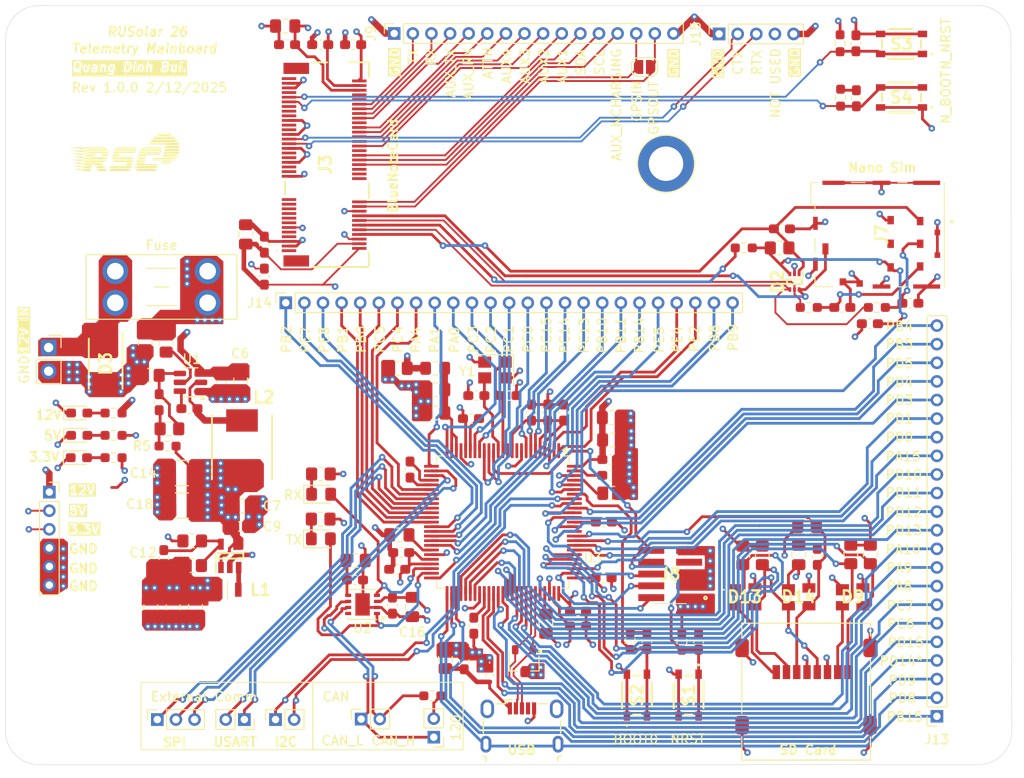
<source format=kicad_pcb>
(kicad_pcb (version 20241229) (generator "pcbnew") (generator_version "9.0")
  (layers (0 "F.Cu" signal) (4 "In1.Cu" power) (6 "In2.Cu" power) (2 "B.Cu" signal) (13 "F.Paste" user) (15 "B.Paste" user) (5 "F.SilkS" user "F.Silkscreen") (7 "B.SilkS" user "B.Silkscreen") (1 "F.Mask" user) (3 "B.Mask" user) (25 "Edge.Cuts" user))
  (net 0 "")
  (net 1 "GND")
  (net 2 "/HSE_IN")
  (net 3 "/HSE_OUT")
  (net 4 "+12V")
  (net 5 "+5V Buck")
  (net 6 "/NRST")
  (net 7 "/BOOT0")
  (net 8 "Net-(IC1-FB)")
  (net 9 "+3.3V Buck")
  (net 10 "/power/Boot")
  (net 11 "Net-(U1-SW)")
  (net 12 "Net-(C19-Pad1)")
  (net 13 "Net-(U1-FB)")
  (net 14 "/blue-note-card/SIM_VCC")
  (net 15 "Net-(D2-K_3)")
  (net 16 "Net-(J7-RST)")
  (net 17 "Net-(J7-CLK)")
  (net 18 "+3.3VA")
  (net 19 "/SD1_CMD")
  (net 20 "Net-(C48-Pad2)")
  (net 21 "/blue-note-card/N_BOOT")
  (net 22 "/blue-note-card/N_NRST")
  (net 23 "/USB_D-")
  (net 24 "/USB_D+")
  (net 25 "/blue-note-card/SIM_RST")
  (net 26 "+12V In")
  (net 27 "Net-(D5-K)")
  (net 28 "/CAN2_TX")
  (net 29 "/CAN2_RX")
  (net 30 "Net-(D6-K)")
  (net 31 "Net-(D10-A)")
  (net 32 "Net-(D11-A)")
  (net 33 "Net-(D12-A)")
  (net 34 "Net-(IC1-SW)")
  (net 35 "/USART2_TX")
  (net 36 "/USART2_RX")
  (net 37 "/SPI1_MOSI")
  (net 38 "/SPI1_MISO")
  (net 39 "/SPI1_SCK")
  (net 41 "/blue-note-card/CTX")
  (net 43 "/blue-note-card/SDA")
  (net 46 "/blue-note-card/AUX2")
  (net 51 "/blue-note-card/VACT_GPS_IN")
  (net 52 "/blue-note-card/AUX_RX")
  (net 55 "/blue-note-card/ATTN")
  (net 56 "/blue-note-card/AUX_TX")
  (net 58 "/blue-note-card/AUX3")
  (net 66 "/blue-note-card/RX")
  (net 67 "/blue-note-card/AUX1")
  (net 68 "/blue-note-card/SCL")
  (net 72 "/blue-note-card/RTX")
  (net 73 "/blue-note-card/AUX4")
  (net 76 "/blue-note-card/AUX_NCHARGING")
  (net 77 "/blue-note-card/SIM_IO")
  (net 78 "/blue-note-card/VACT_GPS_OUT")
  (net 79 "/blue-note-card/TX")
  (net 87 "/SWO")
  (net 88 "/SWD_CLK")
  (net 91 "/SWD_IO")
  (net 92 "Net-(J10-Pin_2)")
  (net 93 "/I2C1_SDA")
  (net 94 "/I2C1_SCL")
  (net 95 "/PA10")
  (net 96 "/PC1")
  (net 97 "/PB4")
  (net 98 "/PA1")
  (net 99 "/PA0")
  (net 100 "/PB8")
  (net 101 "/PB9")
  (net 102 "/PA8")
  (net 103 "/PB14")
  (net 104 "/PA15")
  (net 105 "/PC0")
  (net 106 "/PB5")
  (net 107 "/PB10")
  (net 108 "/PB0")
  (net 109 "/PB15")
  (net 110 "/PC3_C")
  (net 111 "/PC2_C")
  (net 112 "/PB1")
  (net 113 "/PB2")
  (net 114 "/PA4")
  (net 115 "/PA9")
  (net 116 "/PB11")
  (net 117 "/PE4")
  (net 118 "/PC15")
  (net 119 "/PD1")
  (net 120 "/PD5")
  (net 121 "/PD0")
  (net 122 "/PC6")
  (net 123 "/PE8")
  (net 124 "/PD10")
  (net 125 "/PC4")
  (net 126 "PD14*")
  (net 127 "/PC5")
  (net 128 "/PD13")
  (net 129 "/PC7")
  (net 130 "/PC14")
  (net 131 "/PD9")
  (net 132 "/PD11")
  (net 133 "/PE7")
  (net 134 "/PD3")
  (net 135 "/PE5")
  (net 136 "/PC13")
  (net 137 "/PE2")
  (net 138 "/PD12")
  (net 139 "/PD4")
  (net 140 "/PD8")
  (net 141 "/PD15")
  (net 142 "/SD1_D2")
  (net 143 "/SD1_D1")
  (net 144 "/SD1_D0")
  (net 145 "/SD1_CK")
  (net 146 "/SD1_D3")
  (net 147 "VBUS")
  (net 149 "Net-(U1-EN)")
  (net 157 "/CAN_P")
  (net 158 "/CAN_N")
  (net 159 "Net-(C1-Pad2)")
  (net 160 "Net-(C2-Pad2)")
  (net 161 "Net-(C3-Pad2)")
  (net 162 "/blue-note-card/SIM_NPRESENT")
  (net 163 "/blue-note-card/SIM_CLK")
  (footprint "Capacitor_SMD:C_0805_2012Metric_Pad1.18x1.45mm_HandSolder" (layer "F.Cu") (at 51.0375 98.2)
    (property "Reference" "C50" (hide yes))
    (property "Value" "1u" (hide yes))
  )
  (footprint "Resistor_SMD:R_0805_2012Metric_Pad1.20x1.40mm_HandSolder" (layer "F.Cu") (at 113.9 155 90)
    (property "Reference" "R23" (hide yes))
    (property "Value" "47k" (hide yes))
  )
  (footprint "Connector_PinSocket_2.00mm:PinSocket_1x02_P2.00mm_Vertical" (layer "F.Cu") (at 50 172.75 90)
    (property "Reference" "I2C")
    (property "Value" "I2C" (hide yes))
  )
  (footprint "Resistor_SMD:R_0603_1608Metric_Pad0.98x0.95mm_HandSolder" (layer "F.Cu") (at 32.6 144.6 180)
    (property "Reference" "R30" (hide yes))
    (property "Value" "120" (hide yes))
  )
  (footprint "Capacitor_SMD:C_0805_2012Metric_Pad1.18x1.45mm_HandSolder" (layer "F.Cu") (at 41.4 160.6375 -90)
    (property "Reference" "C21" (hide yes))
    (property "Value" "1u" (hide yes))
  )
  (footprint "SamacSys_Parts:LQM2HPZ3R3MJ0B" (layer "F.Cu") (at 44.85 158.8 180)
    (property "Reference" "L1")
    (property "Value" "2.2u" (hide yes))
  )
  (footprint "Resistor_SMD:R_0603_1608Metric_Pad0.98x0.95mm_HandSolder" (layer "F.Cu") (at 88.1 164.3125 -90)
    (property "Reference" "R2" (hide yes))
    (property "Value" "5.1k" (hide yes))
  )
  (footprint "Capacitor_SMD:C_0603_1608Metric_Pad1.08x0.95mm_HandSolder" (layer "F.Cu") (at 63.5 154.8 180)
    (property "Reference" "C31" (hide yes))
    (property "Value" "100n" (hide yes))
  )
  (footprint "Connector_PinSocket_2.00mm:PinSocket_1x06_P2.00mm_Vertical" (layer "F.Cu") (at 25.7 148.3)
    (property "Reference" "J5" (hide yes))
    (property "Value" "Power Out" (hide yes))
  )
  (footprint "Capacitor_SMD:C_0805_2012Metric_Pad1.18x1.45mm_HandSolder" (layer "F.Cu") (at 63.1125 134.9875)
    (property "Reference" "C45" (hide yes))
    (property "Value" "10u" (hide yes))
  )
  (footprint "Capacitor_SMD:C_0603_1608Metric_Pad1.08x0.95mm_HandSolder" (layer "F.Cu") (at 58.3375 100.2)
    (property "Reference" "C26" (hide yes))
    (property "Value" "100n" (hide yes))
  )
  (footprint "Capacitor_SMD:C_0603_1608Metric_Pad1.08x0.95mm_HandSolder" (layer "F.Cu") (at 112.4 105.9625 90)
    (property "Reference" "C54" (hide yes))
    (property "Value" "100n" (hide yes))
  )
  (footprint "Fuse:Fuseholder_Blade_Mini_Keystone_3568" (layer "F.Cu") (at 42.71 127.95 180)
    (property "Reference" "Fuse")
    (property "Value" "Fuse" (hide yes))
  )
  (footprint "Capacitor_SMD:C_0805_2012Metric_Pad1.18x1.45mm_HandSolder" (layer "F.Cu") (at 39 160.675 -90)
    (property "Reference" "C20" (hide yes))
    (property "Value" "10u" (hide yes))
  )
  (footprint "Crystal:Crystal_SMD_3225-4Pin_3.2x2.5mm" (layer "F.Cu") (at 73.575 135.175 180)
    (property "Reference" "Y1")
    (property "Value" "50MHz" (hide yes))
  )
  (footprint "Capacitor_SMD:C_0603_1608Metric_Pad1.08x0.95mm_HandSolder" (layer "F.Cu") (at 64.45 145.875 90)
    (property "Reference" "C32" (hide yes))
    (property "Value" "100n" (hide yes))
  )
  (footprint "MountingHole:MountingHole_2.2mm_M2" (layer "F.Cu") (at 24.6 99.6)
    (property "Reference" "H1" (hide yes))
    (property "Value" "MountingHole" (hide yes))
  )
  (footprint "Capacitor_SMD:C_0805_2012Metric_Pad1.18x1.45mm_HandSolder" (layer "F.Cu") (at 67.15 137.2875)
    (property "Reference" "C46" (hide yes))
    (property "Value" "1u" (hide yes))
  )
  (footprint "Resistor_SMD:R_0603_1608Metric_Pad0.98x0.95mm_HandSolder" (layer "F.Cu") (at 32.6 139.8 180)
    (property "Reference" "R28" (hide yes))
    (property "Value" "2.2k" (hide yes))
  )
  (footprint "SamacSys_Parts:RKB2SJM250SMTRLFS" (layer "F.Cu") (at 88.825 170.125 90)
    (property "Reference" "S2")
    (property "Value" "RKB2SJM250SMTR_LFS" (hide yes))
  )
  (footprint "Capacitor_SMD:C_0603_1608Metric_Pad1.08x0.95mm_HandSolder" (layer "F.Cu") (at 44.15 136.5 -90)
    (property "Reference" "C8" (hide yes))
    (property "Value" "100n" (hide yes))
  )
  (footprint "Capacitor_SMD:C_0603_1608Metric_Pad1.08x0.95mm_HandSolder" (layer "F.Cu") (at 89.9 164.3125 90)
    (property "Reference" "C11" (hide yes))
    (property "Value" "100n" (hide yes))
  )
  (footprint "Connector_PinSocket_2.00mm:PinSocket_1x22_P2.00mm_Vertical" (layer "F.Cu") (at 121.05 172.4 180)
    (property "Reference" "J13")
    (property "Value" "GR2" (hide yes))
  )
  (footprint "SamacSys_Parts:RKB2SJM250SMTRLFS" (layer "F.Cu") (at 117.25 100.125 180)
    (property "Reference" "S3")
    (property "Value" "RKB2SJM250SMTR_LFS" (hide yes))
  )
  (footprint "Capacitor_SMD:C_0603_1608Metric_Pad1.08x0.95mm_HandSolder" (layer "F.Cu") (at 37.5 138.6375 90)
    (property "Reference" "C19" (hide yes))
    (property "Value" "75p" (hide yes))
  )
  (footprint "Capacitor_SMD:C_0603_1608Metric_Pad1.08x0.95mm_HandSolder" (layer "F.Cu") (at 85.275 151.525)
    (property "Reference" "C34" (hide yes))
    (property "Value" "100n" (hide yes))
  )
  (footprint "Capacitor_SMD:C_0603_1608Metric_Pad1.08x0.95mm_HandSolder" (layer "F.Cu") (at 110.8875 128.45 180)
    (property "Reference" "C25" (hide yes))
    (property "Value" "33p 50V C0G" (hide yes))
  )
  (footprint "Connector_Card:microSD_HC_Molex_47219-2001" (layer "F.Cu") (at 107 169.75)
    (property "Reference" "J19" (hide yes))
    (property "Value" "Micro_SD_Card" (hide yes))
  )
  (footprint "Connector_PinSocket_2.00mm:PinSocket_1x02_P2.00mm_Vertical" (layer "F.Cu") (at 46.65 172.75 -90)
    (property "Reference" "USART")
    (property "Value" "USART Debug" (hide yes))
  )
  (footprint "Capacitor_SMD:C_0805_2012Metric_Pad1.18x1.45mm_HandSolder" (layer "F.Cu") (at 106.2 155.0625 -90)
    (property "Reference" "C49" (hide yes))
    (property "Value" "10u" (hide yes))
  )
  (footprint "Capacitor_SMD:C_0603_1608Metric_Pad1.08x0.95mm_HandSolder" (layer "F.Cu") (at 80.95 139.75 90)
    (property "Reference" "C35" (hide yes))
    (property "Value" "100n" (hide yes))
  )
  (footprint "SamacSys_Parts:MDT420E01001" (layer "F.Cu") (at 55.525 113.1 90)
    (property "Reference" "J3")
    (property "Value" "MDT420E01001" (hide yes))
  )
  (footprint "Package_QFP:LQFP-100_14x14mm_P0.5mm" (layer "F.Cu") (at 74.425 151.525 -90)
    (property "Reference" "U3")
    (property "Value" "STM32H725VETx" (hide yes))
  )
  (footprint "Capacitor_SMD:C_0805_2012Metric_Pad1.18x1.45mm_HandSolder" (layer "F.Cu") (at 79.05 162.45 90)
    (property "Reference" "C2" (hide yes))
    (property "Value" "2.2u" (hide yes))
  )
  (footprint "Capacitor_SMD:C_0805_2012Metric_Pad1.18x1.45mm_HandSolder" (layer "F.Cu") (at 58.6 155.65 180)
    (property "Reference" "C59" (hide yes))
    (property "Value" "10u" (hide yes))
  )
  (footprint "Capacitor_SMD:C_0603_1608Metric_Pad1.08x0.95mm_HandSolder" (layer "F.Cu") (at 62.5625 160.5 -90)
    (property "Reference" "C17" (hide yes))
    (property "Value" "100n" (hide yes))
  )
  (footprint "Capacitor_SMD:C_0603_1608Metric_Pad1.08x0.95mm_HandSolder" (layer "F.Cu") (at 85.975 144.8)
    (property "Reference" "C43" (hide yes))
    (property "Value" "100n" (hide yes))
  )
  (footprint "Capacitor_SMD:C_0603_1608Metric_Pad1.08x0.95mm_HandSolder" (layer "F.Cu") (at 51.2375 100.2)
    (property "Reference" "C29" (hide yes))
    (property "Value" "100n" (hide yes))
  )
  (footprint "Resistor_SMD:R_0805_2012Metric_Pad1.20x1.40mm_HandSolder" (layer "F.Cu") (at 54.875 146.35 180)
    (property "Reference" "R8" (hide yes))
    (property "Value" "1k5" (hide yes))
  )
  (footprint "SamacSys_Parts:SOTFL50P160X60-6N" (layer "F.Cu") (at 105.75 125.688 -90)
    (property "Reference" "D2")
    (property "Value" "ESDLC5V0M5-TP" (hide yes))
  )
  (footprint "Capacitor_SMD:C_0603_1608Metric_Pad1.08x0.95mm_HandSolder" (layer "F.Cu") (at 113.85 130.2)
    (property "Reference" "C23" (hide yes))
    (property "Value" "33p 50V C0G" (hide yes))
  )
  (footprint "Capacitor_SMD:C_0603_1608Metric_Pad1.08x0.95mm_HandSolder" (layer "F.Cu") (at 77.5 139.75 90)
    (property "Reference" "C44" (hide yes))
    (property "Value" "100n" (hide yes))
  )
  (footprint "Capacitor_SMD:C_0805_2012Metric_Pad1.18x1.45mm_HandSolder" (layer "F.Cu") (at 36.6 160.675 -90)
    (property "Reference" "C15" (hide yes))
    (property "Value" "10u" (hide yes))
  )
  (footprint "Capacitor_SMD:C_0603_1608Metric_Pad1.08x0.95mm_HandSolder" (layer "F.Cu") (at 71 140.4 180)
    (property "Reference" "C33" (hide yes))
    (property "Value" "100n" (hide yes))
  )
  (footprint "Resistor_SMD:R_0603_1608Metric_Pad0.98x0.95mm_HandSolder" (layer "F.Cu") (at 110.65 100.05 90)
    (property "Reference" "R26" (hide yes))
    (property "Value" "5.1k" (hide yes))
  )
  (footprint "Package_TO_SOT_SMD:SOT-23-6" (layer "F.Cu") (at 40.8625 136.5 180)
    (property "Reference" "U1")
    (property "Value" "TPS54302" (hide yes))
  )
  (footprint "Capacitor_SMD:C_0805_2012Metric_Pad1.18x1.45mm_HandSolder" (layer "F.Cu") (at 46.8 120.6 -90)
    (property "Reference" "C53" (hide yes))
    (property "Value" "1u" (hide yes))
  )
  (footprint "Resistor_SMD:R_0603_1608Metric_Pad0.98x0.95mm_HandSolder" (layer "F.Cu") (at 107.2875 128.45)
    (property "Reference" "R18" (hide yes))
    (property "Value" "22" (hide yes))
  )
  (footprint "Connector_PinSocket_2.00mm:PinSocket_1x03_P2.00mm_Vertical" (layer "F.Cu") (at 37.3 172.75 90)
    (property "Reference" "J2" (hide yes))
    (property "Value" "SPI" (hide yes))
  )
  (footprint "Capacitor_SMD:C_0603_1608Metric_Pad1.08x0.95mm_HandSolder" (layer "F.Cu") (at 118.2 128 180)
    (property "Reference" "C24" (hide yes))
    (property "Value" "33p 50V C0G" (hide yes))
  )
  (footprint "Capacitor_SMD:C_0603_1608Metric_Pad1.08x0.95mm_HandSolder" (layer "F.Cu") (at 82.5 161.1)
    (property "Reference" "C41" (hide yes))
    (property "Value" "100n" (hide yes))
  )
  (footprint "Capacitor_SMD:C_0603_1608Metric_Pad1.08x0.95mm_HandSolder" (layer "F.Cu") (at 58.5375 157.75 180)
    (property "Reference" "C58" (hide yes))
    (property "Value" "100n" (hide yes))
  )
  (footprint "Capacitor_SMD:C_0603_1608Metric_Pad1.08x0.95mm_HandSolder" (layer "F.Cu") (at 82.5 162.7)
    (property "Reference" "C37" (hide yes))
    (property "Value" "100n" (hide yes))
  )
  (footprint "Capacitor_SMD:C_0805_2012Metric_Pad1.18x1.45mm_HandSolder" (layer "F.Cu") (at 86.175 142.7 180)
    (property "Reference" "C30" (hide yes))
    (property "Value" "4u7" (hide yes))
  )
  (footprint "Resistor_SMD:R_0603_1608Metric_Pad0.98x0.95mm_HandSolder" (layer "F.Cu") (at 32.6 142.2 180)
    (property "Reference" "R29" (hide yes))
    (property "Value" "470" (hide yes))
  )
  (footprint "MountingHole:MountingHole_2.2mm_M2" (layer "F.Cu") (at 24.6 174)
    (property "Reference" "H2" (hide yes))
    (property "Value" "MountingHole" (hide yes))
  )
  (footprint "Resistor_SMD:R_0603_1608Metric_Pad0.98x0.95mm_HandSolder" (layer "F.Cu") (at 66.85 170.2 180)
    (property "Reference" "R13" (hide yes))
    (property "Value" "120" (hide yes))
  )
  (footprint "SamacSys_Parts:INDPM6965X300N" (layer "F.Cu") (at 46.4 143.5 -90)
    (property "Reference" "L2")
    (property "Value" "10u" (hide yes))
  )
  (footprint "SamacSys_Parts:RKB2SJM250SMTRLFS" (layer "F.Cu") (at 117.25 105.875 180)
    (property "Reference" "S4")
    (property "Value" "RKB2SJM250SMTR_LFS" (hide yes))
  )
  (footprint "Resistor_SMD:R_0805_2012Metric_Pad1.20x1.40mm_HandSolder" (layer "F.Cu") (at 54.85 151.2 180)
    (property "Reference" "R7" (hide yes))
    (property "Value" "1k5" (hide yes))
  )
  (footprint "Connector_USB:USB_Micro-B_Wuerth_629105150521" (layer "F.Cu") (at 76.475 173.45)
    (property "Reference" "J11" (hide yes))
    (property "Value" "USB_B_Micro" (hide yes))
  )
  (footprint "SamacSys_Parts:SOT95P280X145-5N" (layer "F.Cu") (at 45.0875 155.15 90)
    (property "Reference" "IC1" (hide yes))
    (property "Value" "TLV62569DBVR" (hide yes))
  )
  (footprint "Package_DFN_QFN:DFN-8-1EP_3x3mm_P0.65mm_EP1.55x2.4mm" (layer "F.Cu") (at 59.35 160.375 180)
    (property "Reference" "U2")
    (property "Value" "TJA1051TK-3" (hide yes))
  )
  (footprint "SamacSys_Parts:LSR05TP" (layer "F.Cu") (at 112 159.56 -90)
    (property "Reference" "D9")
    (property "Value" "LSR05-TP" (hide yes))
  )
  (footprint "Resistor_SMD:R_0805_2012Metric_Pad1.20x1.40mm_HandSolder" (layer "F.Cu") (at 36 132.25 -90)
    (property "Reference" "R3" (hide yes))
    (property "Value" "105k" (hide yes))
  )
  (footprint "Resistor_SMD:R_0603_1608Metric_Pad0.98x0.95mm_HandSolder" (layer "F.Cu") (at 110.7 105.9 -90)
    (property "Reference" "R27" (hide yes))
    (property "Value" "5.1k" (hide yes))
  )
  (footprint "Capacitor_SMD:C_0603_1608Metric_Pad1.08x0.95mm_HandSolder" (layer "F.Cu") (at 104.4 120 180)
    (property "Reference" "C22" (hide yes))
    (property "Value" "100n 16V" (hide yes))
  )
  (footprint "Capacitor_SMD:C_0603_1608Metric_Pad1.08x0.95mm_HandSolder" (layer "F.Cu") (at 63.075 156.6 180)
    (property "Reference" "C39" (hide yes))
    (property "Value" "100n" (hide yes))
  )
  (footprint "Connector_PinSocket_2.00mm:PinSocket_1x02_P2.00mm_Vertical" (layer "F.Cu") (at 59.2 172.7 90)
    (property "Reference" "J4" (hide yes))
    (property "Value" "CAN" (hide yes))
  )
  (footprint "SamacSys_Parts:FTSH-105-XX-YYY-DV-K-A" (layer "F.Cu") (at 92.4 157.105 90)
    (property "Reference" "J8")
    (property "Value" "SWD" (hide yes))
  )
  (footprint "Resistor_SMD:R_0805_2012Metric_Pad1.20x1.40mm_HandSolder" (layer "F.Cu") (at 41.05 153.55)
    (property "Reference" "R14" (hide yes))
    (property "Value" "100k" (hide yes))
  )
  (footprint "Capacitor_SMD:C_0603_1608Metric_Pad1.08x0.95mm_HandSolder" (layer "F.Cu") (at 71.3 162.6625 -90)
    (property "Reference" "C38" (hide yes))
    (property "Value" "100n" (hide yes))
  )
  (footprint "Connector_PinSocket_2.00mm:PinSocket_1x05_P2.00mm_Vertical" (layer "F.Cu") (at 97.65 99.05 90)
    (property "Reference" "J15")
    (property "Value" "N_GR1" (hide yes))
  )
  (footprint "Capacitor_SMD:C_0805_2012Metric_Pad1.18x1.45mm_HandSolder" (layer "F.Cu") (at 68.25 166.2375 -90)
    (property "Reference" "C57" (hide yes))
    (property "Value" "1u" (hide yes))
  )
  (footprint "SamacSys_Parts:SF72S006VBAR2500" (layer "F.Cu") (at 115.125 120.625 90)
    (property "Reference" "J7")
    (property "Value" "SF72S006VBAR2500" (hide yes))
  )
  (footprint "Capacitor_SMD:C_0603_1608Metric_Pad1.08x0.95mm_HandSolder" (layer "F.Cu") (at 54.8 100.2)
    (property "Reference" "C28" (hide yes))
    (property "Value" "100n" (hide yes))
  )
  (footprint "Resistor_SMD:R_0805_2012Metric_Pad1.20x1.40mm_HandSolder" (layer "F.Cu") (at 104.15 122.05 180)
    (property "Reference" "R17" (hide yes))
    (property "Value" "15k" (hide yes))
  )
  (footprint "Capacitor_SMD:C_0603_1608Metric_Pad1.08x0.95mm_HandSolder" (layer "F.Cu") (at 79.25 139.75 90)
    (property "Reference" "C36" (hide yes))
    (property "Value" "100n" (hide yes))
  )
  (footprint "Connector_PinSocket_2.54mm:PinSocket_1x02_P2.54mm_Vertical" (layer "F.Cu") (at 25.625 132.76)
    (property "Reference" "J6" (hide yes))
    (property "Value" "Power In 12V" (hide yes))
  )
  (footprint "Capacitor_SMD:C_0805_2012Metric_Pad1.18x1.45mm_HandSolder" (layer "F.Cu") (at 67.15 139.7875)
    (property "Reference" "C47" (hide yes))
    (property "Value" "10n" (hide yes))
  )
  (footprint "Connector_PinHeader_2.00mm:PinHeader_1x02_P2.00mm_Vertical" (layer "F.Cu") (at 67 174.65 180)
    (property "Reference" "J10" (hide yes))
    (property "Value" "JP" (hide yes))
  )
  (footprint "Capacitor_SMD:C_0603_1608Metric_Pad1.08x0.95mm_HandSolder" (layer "F.Cu") (at 48.8 121.7 -90)
    (property "Reference" "C52" (hide yes))
    (property "Value" "100n" (hide yes))
  )
  (footprint "Capacitor_SMD:C_0603_1608Metric_Pad1.08x0.95mm_HandSolder" (layer "F.Cu") (at 95.45 164.375 90)
    (property "Reference" "C10" (hide yes))
    (property "Value" "100n" (hide yes))
  )
  (footprint "Capacitor_SMD:C_0603_1608Metric_Pad1.08x0.95mm_HandSolder" (layer "F.Cu") (at 85.2375 157.525)
    (property "Reference" "C42" (hide yes))
    (property "Value" "100n" (hide yes))
  )
  (footprint "Capacitor_SMD:C_0805_2012Metric_Pad1.18x1.45mm_HandSolder" (layer "F.Cu") (at 86.1875 148.425 180)
    (property "Reference" "C3" (hide yes))
    (property "Value" "2.2u" (hide yes))
  )
  (footprint "SamacSys_Parts:9774025151R" (layer "F.Cu") (at 91.95 113 90)
    (property "Reference" "H5" (hide yes))
    (property "Value" "9774025151R" (hide yes))
  )
  (footprint "Capacitor_SMD:C_0805_2012Metric_Pad1.18x1.45mm_HandSolder" (layer "F.Cu") (at 46.4375 149.8 180)
    (property "Reference" "C7")
    (property "Value" "10u" (hide yes))
  )
  (footprint "Resistor_SMD:R_0805_2012Metric_Pad1.20x1.40mm_HandSolder" (layer "F.Cu") (at 100.2 155.1 90)
    (property "Reference" "R20" (hide yes))
    (property "Value" "47k" (hide yes))
  )
  (footprint "MountingHole:MountingHole_2.2mm_M2" (layer "F.Cu") (at 125.5 99.5)
    (property "Reference" "H4" (hide yes))
    (property "Value" "MountingHole" (hide yes))
  )
  (footprint "Capacitor_SMD:C_0603_1608Metric_Pad1.08x0.95mm_HandSolder" (layer "F.Cu") (at 40.75 139.325)
    (property "Reference" "C13" (hide yes))
    (property "Value" "100n" (hide yes))
  )
  (footprint "Capacitor_SMD:C_0603_1608Metric_Pad1.08x0.95mm_HandSolder" (layer "F.Cu") (at 70.275 166.4875 -90)
    (property "Reference" "C56" (hide yes))
    (property "Value" "100n" (hide yes))
  )
  (footprint "SamacSys_Parts:VESD05A102VHG308" (layer "F.Cu") (at 73 167.975 -90)
    (property "Reference" "D8" (hide yes))
    (property "Value" "VESD05A1-02VHG3-08" (hide yes))
  )
  (footprint "Capacitor_SMD:C_0603_1608Metric_Pad1.08x0.95mm_HandSolder" (layer "F.Cu") (at 75.025 137.925)
    (property "Reference" "C4" (hide yes))
    (property "Value" "14p" (hide yes))
  )
  (footprint "Capacitor_SMD:C_0603_1608Metric_Pad1.08x0.95mm_HandSolder" (layer "F.Cu") (at 48.8 125.1375 -90)
    (property "Reference" "C51" (hide yes))
    (property "Value" "100n" (hide yes))
  )
  (footprint "SamacSys_Parts:LSR05TP" (layer "F.Cu") (at 100.4 159.56 -90)
    (property "Reference" "D13")
    (property "Value" "LSR05-TP" (hide yes))
  )
  (footprint "LED_SMD:LED_0603_1608Metric_Pad1.05x0.95mm_HandSolder" (layer "F.Cu") (at 28.875 144.6)
    (property "Reference" "D12" (hide yes))
    (property "Value" "LED" (hide yes))
  )
  (footprint "Resistor_SMD:R_0603_1608Metric_Pad0.98x0.95mm_HandSolder" (layer "F.Cu") (at 93.65 164.375 90)
    (property "Reference" "R1" (hide yes))
    (property "Value" "5.1k" (hide yes))
  )
  (footprint "SamacSys_Parts:RKB2SJM250SMTRLFS" (layer "F.Cu") (at 94.375 170.125 -90)
    (property "Reference" "S1")
    (property "Value" "RKB2SJM250SMTR_LFS" (hide yes))
  )
  (footprint "Resistor_SMD:R_0805_2012Metric_Pad1.20x1.40mm_HandSolder" (layer "F.Cu") (at 38.25 132.25 -90)
    (property "Reference" "R4" (hide yes))
    (property "Value" "511k" (hide yes))
  )
  (footprint "Capacitor_SMD:C_0805_2012Metric_Pad1.18x1.45mm_HandSolder" (layer "F.Cu") (at 64.7 160.65 -90)
    (property "Reference" "C16")
    (property "Value" "10u" (hide yes))
  )
  (footprint "MountingHole:MountingHole_2.2mm_M2" (layer "F.Cu") (at 125.5 174)
    (property "Reference" "H3" (hide yes))
    (property "Value" "MountingHole" (hide yes))
  )
  (footprint "Resistor_SMD:R_0603_1608Metric_Pad0.98x0.95mm_HandSolder" (layer "F.Cu") (at 100.3 122.05)
    (property "Reference" "R25" (hide yes))
    (property "Value" "22" (hide yes))
  )
  (footprint "LED_SMD:LED_0805_2012Metric_Pad1.15x1.40mm_HandSolder" (layer "F.Cu") (at 54.9 148.525)
    (property "Reference" "D6" (hide yes))
    (property "Value" "RX" (hide yes))
  )
  (footprint "LED_SMD:LED_0603_1608Metric_Pad1.05x0.95mm_HandSolder" (layer "F.Cu") (at 28.9125 139.8)
    (property "Reference" "D10" (hide yes))
    (property "Value" "LED" (hide yes))
  )
  (footprint "Capacitor_SMD:C_0805_2012Metric_Pad1.18x1.45mm_HandSolder" (layer "F.Cu") (at 63.3 152.9)
    (property "Reference" "C1" (hide yes))
    (property "Value" "2.2u" (hide yes))
  )
  (footprint "Capacitor_SMD:C_0603_1608Metric_Pad1.08x0.95mm_HandSolder" (layer "F.Cu") (at 108.2 155.2625 90)
    (property "Reference" "C48" (hide yes))
    (property "Value" "100n" (hide yes))
  )
  (footprint "Capacitor_SMD:C_1210_3225Metric_Pad1.33x2.70mm_HandSolder" (layer "F.Cu") (at 39.9375 146.25 180)
    (property "Reference" "C14")
    (property "Value" "22u" (hide yes))
  )
  (footprint "Capacitor_SMD:C_0603_1608Metric_Pad1.08x0.95mm_HandSolder" (layer "F.Cu") (at 46.175 152)
    (property "Reference" "C9")
    (property "Value" "100n" (hide yes))
  )
  (footprint "Jumper:SolderJumper-2_P1.3mm_Open_RoundedPad1.0x1.5mm" (layer "F.Cu") (at 89.65 102.6)
    (property "Reference" "JP1" (hide yes))
    (property "Value" "SolderJumper_2_Open" (hide yes))
  )
  (footprint "Resistor_SMD:R_0805_2012Metric_Pad1.20x1.40mm_HandSolder" (layer "F.Cu") (at 102.3 155.1 90)
    (property "Reference" "R21" (hide yes))
    (property "Value" "47k" (hide yes))
  )
  (footprint "Resistor_SMD:R_0805_2012Metric_Pad1.20x1.40mm_HandSolder" (layer "F.Cu") (at 36.5 135.75 180)
    (property "Reference" "R16" (hide yes))
    (property "Value" "13k3" (hide yes))
  )
  (footprint "Resistor_SMD:R_0805_2012Metric_Pad1.20x1.40mm_HandSolder" (layer "F.Cu") (at 38.6 141.5)
    (property "Reference" "R15" (hide yes))
    (property "Value" "100k" (hide yes))
  )
  (footprint "Resistor_SMD:R_0603_1608Metric_Pad0.98x0.95mm_HandSolder" (layer "F.Cu") (at 114.6 128.45)
    (property "Reference" "R19" (hide yes))
    (property "Value" "22" (hide yes))
  )
  (footprint "Capacitor_SMD:C_0603_1608Metric_Pad1.08x0.95mm_HandSolder" (layer "F.Cu") (at 112.35 100.05 90)
    (property "Reference" "C55" (hide yes))
    (property "Value" "100n" (hide yes))
  )
  (footprint "Connector_PinSocket_2.00mm:PinSocket_1x25_P2.00mm_Vertical" (layer "F.Cu") (at 51.1 127.95 90)
    (property "Reference" "J14")
    (property "Value" "GR1" (hide yes))
  )
  (footprint "SamacSys_Parts:LSR05TP" (layer "F.Cu") (at 106.2 159.56 -90)
    (property "Reference" "D14")
    (property "Value" "LSR05-TP" (hide yes))
  )
  (footprint "Resistor_SMD:R_0805_2012Metric_Pad1.20x1.40mm_HandSolder" (layer "F.Cu") (at 111.8 155 90)
    (property "Reference" "R22" (hide yes))
    (property "Value" "47k" (hide yes))
  )
  (footprint "LED_SMD:LED_0603_1608Metric_Pad1.05x0.95mm_HandSolder" (layer "F.Cu") (at 28.9125 142.2)
    (property "Reference" "D11" (hide yes))
    (property "Value" "LED" (hide yes))
  )
  (footprint "Inductor_SMD:L_0805_2012Metric_Pad1.15x1.40mm_HandSolder" (layer "F.Cu") (at 67.15 134.9875)
    (property "Reference" "FB2" (hide yes))
    (property "Value" "FerriteBead" (hide yes))
  )
  (footprint "Capacitor_SMD:C_0603_1608Metric_Pad1.08x0.95mm_HandSolder" (layer "F.Cu") (at 71.575 137.925 180)
    (property "Reference" "C5" (hide yes))
    (property "Value" "14p" (hide yes))
  )
  (footprint "Connector_PinSocket_2.00mm:PinSocket_1x16_P2.00mm_Vertical" (layer "F.Cu") (at 62.75 99 90)
    (property "Reference" "J9")
    (property "Value" "N_GR2" (hide yes))
  )
  (footprint "Capacitor_SMD:C_0805_2012Metric_Pad1.18x1.45mm_HandSolder" (layer "F.Cu") (at 46.25 136.3 -90)
    (property "Reference" "C6")
    (property "Value" "10u" (hide yes))
  )
  (footprint "Resistor_SMD:R_0805_2012Metric_Pad1.20x1.40mm_HandSolder" (layer "F.Cu") (at 41.0375 156.2 180)
    (property "Reference" "R6" (hide yes))
    (property "Value" "450k" (hide yes))
  )
  (footprint "Capacitor_SMD:C_0805_2012Metric_Pad1.18x1.45mm_HandSolder" (layer "F.Cu") (at 86.15 140.3 180)
    (property "Reference" "C27" (hide yes))
    (property "Value" "10u" (hide yes))
  )
  (footprint "LED_SMD:LED_0805_2012Metric_Pad1.15x1.40mm_HandSolder" (layer "F.Cu") (at 54.875 153.325)
    (property "Reference" "D5" (hide yes))
    (property "Value" "TX" (hide yes))
  )
  (footprint "Capacitor_SMD:C_0603_1608Metric_Pad1.08x0.95mm_HandSolder" (layer "F.Cu") (at 38 155.4 -90)
    (property "Reference" "C12")
    (property "Value" "6.8p" (hide yes))
  )
  (footprint "SamacSys_Parts:DIOM5436X261N" (layer "F.Cu") (at 31.75 134.5 -90)
    (property "Reference" "D3")
    (property "Value" "SMBJ14A" (hide yes))
  )
  (footprint "Package_TO_SOT_SMD:SOT-23W" (layer "F.Cu") (at 76.7 166.45 -90)
    (property "Reference" "D1" (hide yes))
    (property "Value" "PESD2USB3UV" (hide yes))
  )
  (footprint "Capacitor_SMD:C_1210_3225Metric_Pad1.33x2.70mm_HandSolder" (layer "F.Cu") (at 39.9375 149.75 180)
    (property "Reference" "C18")
    (property "Value" "22u" (hide yes))
  )
  (footprint "Resistor_SMD:R_0805_2012Metric_Pad1.20x1.40mm_HandSolder" (layer "F.Cu") (at 107.1 152 180)
    (property "Reference" "R24" (hide yes))
    (property "Value" "47k" (hide yes))
  )
  (footprint "Capacitor_SMD:C_0603_1608Metric_Pad1.08x0.95mm_HandSolder" (layer "F.Cu") (at 85.9625 146.5)
    (property "Reference" "C40" (hide yes))
    (property "Value" "100n" (hide yes))
  )
  (footprint "Resistor_SMD:R_0603_1608Metric_Pad0.98x0.95mm_HandSolder" (layer "F.Cu") (at 38.4 143.35 180)
    (property "Reference" "R5")
    (property "Value" "49.9" (hide yes))
  )
  (gr_poly (pts (xy 39.646609 111.32866) (xy 38.099987 111.32866) (xy 38.1619 111.081803) (xy 39.708522 111.081803)) (fill yes) (layer "F.SilkS"))
  (gr_poly (pts (xy 30.719701 111.493363) (xy 30.060888 111.493363) (xy 30.060888 111.492569) (xy 30.122801 111.246507) (xy 30.781613 111.246507)) (fill yes) (layer "F.SilkS"))
  (gr_poly (pts (xy 29.741801 112.811385) (xy 29.731879 112.810591) (xy 28.03246 112.564528) (xy 29.823954 112.564528)) (fill yes) (layer "F.SilkS"))
  (gr_poly (pts (xy 39.585094 110.999253) (xy 38.182537 110.999253) (xy 38.2 110.929007) (xy 36.451766 110.929007) (xy 36.496216 110.752397) (xy 39.646609 110.752397)) (fill yes) (layer "F.SilkS"))
  (gr_poly (pts (xy 30.143438 113.8) (xy 29.484229 113.8) (xy 29.546141 113.552747) (xy 30.204954 113.552747)) (fill yes) (layer "F.SilkS"))
  (gr_poly (pts (xy 31.903976 112.399428) (xy 31.844047 112.481978) (xy 30.383151 112.481978) (xy 30.421251 112.317275) (xy 31.162613 112.317275) (xy 31.245163 112.234725) (xy 31.942869 112.234725)) (fill yes) (layer "F.SilkS"))
  (gr_poly (pts (xy 36.00171 112.482772) (xy 35.178195 112.482772) (xy 35.240107 112.235916) (xy 36.063622 112.235916)) (fill yes) (layer "F.SilkS"))
  (gr_poly (pts (xy 34.910304 111.82396) (xy 32.604063 111.82396) (xy 32.665579 111.576707) (xy 34.972216 111.576707)) (fill yes) (layer "F.SilkS"))
  (gr_poly (pts (xy 37.237579 113.471388) (xy 34.930941 113.471388) (xy 34.992853 113.224134) (xy 37.299094 113.224134)) (fill yes) (layer "F.SilkS"))
  (gr_poly (pts (xy 38.719907 112.976088) (xy 37.710654 112.976088) (xy 37.778917 112.729231) (xy 38.781818 112.729231)) (fill yes) (layer "F.SilkS"))
  (gr_poly (pts (xy 31.961919 112.152572) (xy 31.29636 112.152572) (xy 31.358273 111.905319) (xy 32.02026 111.905319)) (fill yes) (layer "F.SilkS"))
  (gr_poly (pts (xy 30.472845 112.481978) (xy 29.813635 112.481978) (xy 29.814032 112.481184) (xy 29.875548 112.234725) (xy 30.53436 112.234725)) (fill yes) (layer "F.SilkS"))
  (gr_poly (pts (xy 35.867963 113.018157) (xy 37.350688 113.018157) (xy 37.319731 113.141981) (xy 35.013491 113.141981) (xy 35.075007 112.894728) (xy 35.898919 112.894728)) (fill yes) (layer "F.SilkS"))
  (gr_poly (pts (xy 30.225591 113.470594) (xy 29.566779 113.470594) (xy 29.566779 113.469403) (xy 29.628294 113.223341) (xy 30.287504 113.223341)) (fill yes) (layer "F.SilkS"))
  (gr_poly (pts (xy 29.823954 112.481978) (xy 29.814032 112.481184) (xy 27.950307 112.234725) (xy 29.906504 112.234725)) (fill yes) (layer "F.SilkS"))
  (gr_poly (pts (xy 35.919557 112.812178) (xy 35.095644 112.812178) (xy 35.157557 112.565322) (xy 35.981073 112.565322)) (fill yes) (layer "F.SilkS"))
  (gr_poly (pts (xy 30.750657 113.017363) (xy 30.05057 113.017363) (xy 30.05057 112.893935) (xy 30.750657 112.893935)) (fill yes) (layer "F.SilkS"))
  (gr_poly (pts (xy 31.919454 113.8) (xy 30.932822 113.8) (xy 30.78836 113.552747) (xy 31.765069 113.552747)) (fill yes) (layer "F.SilkS"))
  (gr_poly (pts (xy 29.906504 112.152572) (xy 29.896582 112.151778) (xy 27.867757 111.905319) (xy 29.988657 111.905319)) (fill yes) (layer "F.SilkS"))
  (gr_poly (pts (xy 37.731688 111.494553) (xy 35.456007 111.494553) (xy 35.70326 111.2473) (xy 37.793203 111.2473)) (fill yes) (layer "F.SilkS"))
  (gr_poly (pts (xy 34.580898 113.141981) (xy 33.922085 113.141981) (xy 33.983601 112.894728) (xy 34.64281 112.894728)) (fill yes) (layer "F.SilkS"))
  (gr_poly (pts (xy 29.988657 111.823166) (xy 29.978735 111.821975) (xy 27.785604 111.575913) (xy 30.071207 111.575913)) (fill yes) (layer "F.SilkS"))
  (gr_poly (pts (xy 32.068679 111.699341) (xy 32.039707 111.823166) (xy 31.327316 111.823166) (xy 31.203888 111.823166) (xy 30.462526 111.823166) (xy 30.513326 111.575913) (xy 31.965888 111.575913)) (fill yes) (layer "F.SilkS"))
  (gr_poly (pts (xy 29.577098 113.470594) (xy 29.566779 113.469403) (xy 28.197163 113.223341) (xy 29.659251 113.223341)) (fill yes) (layer "F.SilkS"))
  (gr_poly (pts (xy 39.440632 110.675007) (xy 36.578369 110.675007) (xy 36.640282 110.427753) (xy 39.502544 110.427753)) (fill yes) (layer "F.SilkS"))
  (gr_poly (pts (xy 34.714644 112.482772) (xy 32.43936 112.482772) (xy 32.500876 112.235916) (xy 34.591216 112.235916)) (fill yes) (layer "F.SilkS"))
  (gr_poly (pts (xy 34.498744 113.471388) (xy 32.192107 113.471388) (xy 32.254019 113.224134) (xy 34.56026 113.224134)) (fill yes) (layer "F.SilkS"))
  (gr_poly (pts (xy 39.440632 112.317275) (xy 37.853131 112.317275) (xy 37.914647 112.070022) (xy 39.502544 112.070022)) (fill yes) (layer "F.SilkS"))
  (gr_poly (pts (xy 33.180723 112.153366) (xy 32.521513 112.153366) (xy 32.583426 111.906113) (xy 33.242238 111.906113)) (fill yes) (layer "F.SilkS"))
  (gr_poly (pts (xy 29.659251 113.140791) (xy 29.649329 113.139997) (xy 28.11501 112.893935) (xy 29.741801 112.893935)) (fill yes) (layer "F.SilkS"))
  (gr_poly (pts (xy 30.071207 111.493363) (xy 30.060888 111.492569) (xy 27.703054 111.246507) (xy 30.153757 111.246507)) (fill yes) (layer "F.SilkS"))
  (gr_poly (pts (xy 37.649138 111.82396) (xy 35.342897 111.82396) (xy 35.40481 111.576707) (xy 37.711051 111.576707)) (fill yes) (layer "F.SilkS"))
  (gr_poly (pts (xy 30.637548 111.823166) (xy 29.978338 111.823166) (xy 29.978735 111.821975) (xy 30.040251 111.575913) (xy 30.69946 111.575913)) (fill yes) (layer "F.SilkS"))
  (gr_poly (pts (xy 31.604335 112.811385) (xy 30.307348 112.811385) (xy 30.364101 112.564528) (xy 31.78412 112.564528)) (fill yes) (layer "F.SilkS"))
  (gr_poly (pts (xy 31.507498 113.140791) (xy 30.548251 113.140791) (xy 30.404185 112.893935) (xy 31.353113 112.893935)) (fill yes) (layer "F.SilkS"))
  (gr_poly (pts (xy 39.646609 111.658463) (xy 38.017835 111.658463) (xy 38.079351 111.41121) (xy 39.708522 111.41121)) (fill yes) (layer "F.SilkS"))
  (gr_poly (pts (xy 34.992854 111.494553) (xy 32.706854 111.494553) (xy 32.892591 111.2473) (xy 35.054767 111.2473)) (fill yes) (layer "F.SilkS"))
  (gr_poly (pts (xy 37.155029 113.800794) (xy 35.136919 113.800794) (xy 34.951579 113.553541) (xy 37.216941 113.553541)) (fill yes) (layer "F.SilkS"))
  (gr_poly (pts (xy 34.663447 112.812178) (xy 32.644941 112.812178) (xy 32.4596 112.565322) (xy 34.724963 112.565322)) (fill yes) (layer "F.SilkS"))
  (gr_poly (pts (xy 30.554997 112.152572) (xy 29.896185 112.152572) (xy 29.896582 112.151778) (xy 29.958098 111.905319) (xy 30.61691 111.905319)) (fill yes) (layer "F.SilkS"))
  (gr_poly (pts (xy 30.390294 112.811385) (xy 29.731482 112.811385) (xy 29.731879 112.810591) (xy 29.792998 112.564528) (xy 30.452207 112.564528)) (fill yes) (layer "F.SilkS"))
  (gr_poly (pts (xy 30.308141 113.140791) (xy 29.648932 113.140791) (xy 29.710845 112.893935) (xy 30.369657 112.893935)) (fill yes) (layer "F.SilkS"))
  (gr_poly (pts (xy 38.719907 110.016194) (xy 37.299094 110.016194) (xy 37.361007 109.768941) (xy 38.781818 109.768941)) (fill yes) (layer "F.SilkS"))
  (gr_poly (pts (xy 31.713476 113.470594) (xy 30.740338 113.470594) (xy 30.596273 113.223341) (xy 31.559092 113.223341)) (fill yes) (layer "F.SilkS"))
  (gr_poly (pts (xy 39.193775 110.3456) (xy 36.825623 110.3456) (xy 36.887138 110.098347) (xy 39.25529 110.098347)) (fill yes) (layer "F.SilkS"))
  (gr_poly (pts (xy 34.272129 113.800794) (xy 32.109954 113.800794) (xy 32.171469 113.553541) (xy 34.457469 113.553541)) (fill yes) (layer "F.SilkS"))
  (gr_poly (pts (xy 39.613273 111.987869) (xy 37.935285 111.987869) (xy 37.997198 111.740616) (xy 39.646609 111.740616)) (fill yes) (layer "F.SilkS"))
  (gr_poly (pts (xy 31.897229 111.493363) (xy 30.538329 111.493363) (xy 30.614529 111.246507) (xy 31.69125 111.246507)) (fill yes) (layer "F.SilkS"))
  (gr_poly (pts (xy 37.597941 112.029938) (xy 36.115216 112.029938) (xy 36.084259 112.153366) (xy 35.260347 112.153366) (xy 35.32226 111.906113) (xy 37.6285 111.906113)) (fill yes) (layer "F.SilkS"))
  (gr_poly (pts (xy 29.494548 113.8) (xy 29.484626 113.79881) (xy 28.279713 113.552747) (xy 29.577098 113.552747)) (fill yes) (layer "F.SilkS"))
  (gr_poly (pts (xy 39.193775 112.646681) (xy 36.825623 112.646681) (xy 36.887138 112.399428) (xy 39.25529 112.399428)) (fill yes) (layer "F.SilkS"))
  (gr_line (start 21 174) (end 21 99.6) (stroke (width 0.05)) (layer "Edge.Cuts"))
  (gr_line (start 125.5 177.6) (end 24.6 177.6) (stroke (width 0.05)) (layer "Edge.Cuts"))
  (gr_arc (start 24.6 177.6) (mid 22.054416 176.545584) (end 21 174) (stroke (width 0.05)) (layer "Edge.Cuts"))
  (gr_arc (start 125.5 96) (mid 127.974874 97.025126) (end 129 99.5) (stroke (width 0.05)) (layer "Edge.Cuts"))
  (gr_line (start 24.6 96) (end 125.5 96) (stroke (width 0.05)) (layer "Edge.Cuts"))
  (gr_line (start 129 99.5) (end 129.1 174) (stroke (width 0.05)) (layer "Edge.Cuts"))
  (gr_arc (start 129.1 174) (mid 128.045584 176.545584) (end 125.5 177.6) (stroke (width 0.05)) (layer "Edge.Cuts"))
  (gr_arc (start 21 99.6) (mid 22.054416 97.054416) (end 24.6 96) (stroke (width 0.05)) (layer "Edge.Cuts"))
  (gr_text "PB1" (at 57.8 133.45 90) (layer "F.SilkS") (effects (font (size 1 1)) (justify left bottom)))
  (gr_text "PB10" (at 85.7 133.5 90) (layer "F.SilkS") (effects (font (size 1 1)) (justify left bottom)))
  (gr_text "PD13" (at 115.45 153 0) (layer "F.SilkS") (effects (font (size 1 1)) (justify left bottom)))
  (gr_text "GND" (at 27.7 157.1 0) (layer "F.SilkS") (effects (font (size 1 1) (thickness 0.2) (bold yes)) (justify left bottom)))
  (gr_text "GND" (at 106.4 103.75 90) (layer "F.SilkS" knockout) (effects (font (size 1 1)) (justify left bottom)))
  (gr_text "SCL" (at 85.4 103.6 90) (layer "F.SilkS") (effects (font (size 1 1)) (justify left bottom)))
  (gr_text "PA0" (at 69.8 133.45 90) (layer "F.SilkS") (effects (font (size 1 1)) (justify left bottom)))
  (gr_text "PE2" (at 95.6 133.35 90) (layer "F.SilkS") (effects (font (size 1 1)) (justify left bottom)))
  (gr_text "PB9" (at 99.75 133.25 90) (layer "F.SilkS") (effects (font (size 1 1)) (justify left bottom)))
  (gr_text "PC13" (at 83.75 133.5 90) (layer "F.SilkS") (effects (font (size 1 1)) (justify left bottom)))
  (gr_text "PC1" (at 75.65 133.45 90) (layer "F.SilkS") (effects (font (size 1 1)) (justify left bottom)))
  (gr_text "Rev 1.0.0 2/12/2025" (at 28 105.4 0) (layer "F.SilkS") (effects (font (size 1 1)) (justify left bottom)))
  (gr_text "GND" (at 27.7 155 0) (layer "F.SilkS") (effects (font (size 1 1) (thickness 0.2) (bold yes)) (justify left bottom)))
  (gr_text "GND" (at 23.6 136.75 90) (layer "F.SilkS") (effects (font (size 1 1)) (justify left bottom)))
  (gr_text "PD12" (at 115.45 151.05 0) (layer "F.SilkS") (effects (font (size 1 1)) (justify left bottom)))
  (gr_text "GPSIN" (at 89.4 108.6 90) (layer "F.SilkS") (effects (font (size 1 1)) (justify left bottom)))
  (gr_text "PD15" (at 115.65 165.05 0) (layer "F.SilkS") (effects (font (size 1 1)) (justify left bottom)))
  (gr_text "12V" (at 27.7 148.7 0) (layer "F.SilkS" knockout) (effects (font (size 1 1) (thickness 0.2) (bold yes)) (justify left bottom)))
  (gr_text "PC3" (at 71.85 133.45 90) (layer "F.SilkS") (effects (font (size 1 1)) (justify left bottom)))
  (gr_text "PC15" (at 79.7 133.45 90) (layer "F.SilkS") (effects (font (size 1 1)) (justify left bottom)))
  (gr_text "PA8" (at 115.5 159 0) (layer "F.SilkS") (effects (font (size 1 1)) (justify left bottom)))
  (gr_text "PE4" (at 93.75 133.4 90) (layer "F.SilkS") (effects (font (size 1 1)) (justify left bottom)))
  (gr_text "GND" (at 98.15 103.85 90) (layer "F.SilkS" knockout) (effects (font (size 1 1)) (justify left bottom)))
  (gr_text "GND" (at 93.4 103.8 90) (layer "F.SilkS" knockout) (effects (font (size 1 1)) (justify left bottom)))
  (gr_text "AUX_TX" (at 69.4 106 90) (layer "F.SilkS") (effects (font (size 1 1)) (justify left bottom)))
  (gr_text "PB2" (at 51.75 133.45 90) (layer "F.SilkS") (effects (font (size 1 1)) (justify left bottom)))
  (gr_text "12V" (at 24.1 140.6 0) (layer "F.SilkS") (effects (font (size 1 1) (thickness 0.2) (bold yes)) (justify left bottom)))
  (gr_text "AUX2" (at 79.4 104.5 90) (layer "F.SilkS") (effects (font (size 1 1)) (justify left bottom)))
  (gr_text "PA15" (at 115.45 145.05 0) (layer "F.SilkS") (effects (font (size 1 1)) (justify left bottom)))
  (gr_text "TX" (at 65.4 102.4 90) (layer "F.SilkS") (effects (font (size 1 1)) (justify left bottom)))
  (gr_text "PD1" (at 115.45 141 0) (layer "F.SilkS") (effects (font (size 1 1)) (justify left bottom)))
  (gr_text "RX" (at 67.3 102.6 90) (layer "F.SilkS") (effects (font (size 1 1)) (justify left bottom)))
  (gr_text "USB" (at 74.8 176.6 0) (layer "F.SilkS") (effects (font (size 1 1) (thickness 0.2) (bold yes)) (justify left bottom)))
  (gr_text "AUX4" (at 75.4 104.5 90) (layer "F.SilkS") (effects (font (size 1 1)) (justify left bottom)))
  (gr_text "Telemetry Mainboard" (at 28 101.2 0) (layer "F.SilkS") (effects (font (size 1 1) (thickness 0.2) (bold yes) (italic yes)) (justify left bottom)))
  (gr_text "Nano Sim" (at 111.4 114 0) (layer "F.SilkS") (effects (font (size 1 1) (thickness 0.2) (bold yes)) (justify left bottom)))
  (gr_text "PE5" (at 91.8 133.45 90) (layer "F.SilkS") (effects (font (size 1 1)) (justify left bottom)))
  (gr_text "ATTN" (at 73.4 104 90) (layer "F.SilkS") (effects (font (size 1 1)) (justify left bottom)))
  (gr_text "PD9" (at 115.75 169.15 0) (layer "F.SilkS") (effects (font (size 1 1)) (justify left bottom)))
  (gr_text "PC6" (at 115.6 163.05 0) (layer "F.SilkS") (effects (font (size 1 1)) (justify left bottom)))
  (gr_text "PD4" (at 115.45 137.1 0) (layer "F.SilkS") (effects (font (size 1 1)) (justify left bottom)))
  (gr_text "PA10" (at 115.45 155.05 0) (layer "F.SilkS") (effects (font (size 1 1)) (justify left bottom)))
  (gr_text "12V IN" (at 23.6 133.5 90) (layer "F.SilkS" knockout) (effects (font (size 1 1)) (justify left bottom)))
  (gr_text "AUX_NCHARGING" (at 87.2 112.8 90) (layer "F.SilkS") (effects (font (size 1 1)) (justify left bottom)))
  (gr_text "PD0" (at 115.45 143 0) (layer "F.SilkS") (effects (font (size 1 1)) (justify left bottom)))
  (gr_text "PC7" (at 115.55 161.1 0) (layer "F.SilkS") (effects (font (size 1 1)) (justify left bottom)))
  (gr_text "PB5" (at 115.45 132.95 0) (layer "F.SilkS") (effects (font (size 1 1)) (justify left bottom)))
  (gr_text "PB4" (at 115.45 131.05 0) (layer "F.SilkS") (effects (font (size 1 1)) (justify left bottom)))
  (gr_text "AUX_RX" (at 71.3 106.2 90) (layer "F.SilkS") (effects (font (size 1 1)) (justify left bottom)))
  (gr_text "SPI" (at 37.8 175.8 0) (layer "F.SilkS") (effects (font (size 1 1) (thickness 0.2) (bold yes)) (justify left bottom)))
  (gr_text "BlueNoteCard" (at 63.2 118.4 90) (layer "F.SilkS") (effects (font (size 1 1) (thickness 0.2) (bold yes)) (justify left bottom)))
  (gr_text "PD5" (at 115.45 135.05 0) (layer "F.SilkS") (effects (font (size 1 1)) (justify left bottom)))
  (gr_text "3.3V" (at 23.4 145.1 0) (layer "F.SilkS") (effects (font (size 1 1) (thickness 0.2) (bold yes)) (justify left bottom)))
  (gr_text "3.3V" (at 27.7 152.9 0) (layer "F.SilkS" knockout) (effects (font (size 1 1) (thickness 0.2) (bold yes)) (justify left bottom)))
  (gr_text "PE8" (at 55.8 133.45 90) (layer "F.SilkS") (effects (font (size 1 1)) (justify left bottom)))
  (gr_text "BOOT0" (at 86.2 175.475 0) (layer "F.SilkS") (effects (font (size 1 1)) (justify left bottom)))
  (gr_text "GND" (at 63.4 103.7 90) (layer "F.SilkS" knockout) (effects (font (size 1 1)) (justify left bottom)))
  (gr_text "PB11" (at 87.7 133.5 90) (layer "F.SilkS") (effects (font (size 1 1)) (justify left bottom)))
  (gr_text "RTX" (at 102.3 103.55 90) (layer "F.SilkS") (effects (font (size 1 1)) (justify left bottom)))
  (gr_text "CAN_L" (at 54.85 175.6 0) (layer "F.SilkS") (effects (font (size 1 1)) (justify left bottom)))
  (gr_text "PD14*" (at 114.8 167.05 0) (layer "F.SilkS") (effects (font (size 1 1)) (justify left bottom)))
  (gr_text "PD11" (at 115.45 148.95 0) (layer "F.SilkS") (effects (font (size 1 1)) (justify left bottom)))
  (gr_text "PB0" (at 59.8 133.45 90) (layer "F.SilkS") (effects (font (size 1 1)) (justify left bottom)))
  (gr_text "GND" (at 27.7 159 0) (layer "F.SilkS") (effects (font (size 1 1) (thickness 0.2) (bold yes)) (justify left bottom)))
  (gr_text "NRST" (at 92.3 175.425 0) (layer "F.SilkS") (effects (font (size 1 1)) (justify left bottom)))
  (gr_text "PD8" (at 115.75 171.05 0) (layer "F.SilkS") (effects (font (size 1 1)) (justify left bottom)))
  (gr_text "N_NRST" (at 122.6 103 90) (layer "F.SilkS") (effects (font (size 1 1)) (justify left bottom)))
  (gr_text "RUSolar 26" (at 31.8 99.4 0) (layer "F.SilkS") (effects (font (size 1 1) (thickness 0.2) (bold yes) (italic yes)) (justify left bottom)))
  (gr_text "5V" (at 25 142.8 0) (layer "F.SilkS") (effects (font (size 1 1) (thickness 0.2) (bold yes)) (justify left bottom)))
  (gr_text "Quang Dinh Bui." (at 28 103.2 0) (layer "F.SilkS" knockout) (effects (font (size 1 1) (thickness 0.2) (bold yes) (italic yes)) (justify left bottom)))
  (gr_text "PC0" (at 77.7 133.45 90) (layer "F.SilkS") (effects (font (size 1 1)) (justify left bottom)))
  (gr_text "CTX" (at 100.25 103.55 90) (layer "F.SilkS") (effects (font (size 1 1)) (justify left bottom)))
  (gr_text "PA4" (at 65.65 133.45 90) (layer "F.SilkS") (effects (font (size 1 1)) (justify left bottom)))
  (gr_text "PD3" (at 115.45 139 0) (layer "F.SilkS") (effects (font (size 1 1)) (justify left bottom)))
  (gr_text "SDA" (at 83.4 103.6 90) (layer "F.SilkS") (effects (font (size 1 1)) (justify left bottom)))
  (gr_text "120" (at 69.95 175.15 90) (layer "F.SilkS") (effects (font (size 1 1)) (justify left bottom)))
  (gr_text "5V" (at 27.7 150.9 0) (layer "F.SilkS" knockout) (effects (font (size 1 1) (thickness 0.2) (bold yes)) (justify left bottom)))
  (gr_text "N_BOOT" (at 122.6 108.8 90) (layer "F.SilkS") (effects (font (size 1 1)) (justify left bottom)))
  (gr_text "PD10" (at 115.45 147 0) (layer "F.SilkS") (effects (font (size 1 1)) (justify left bottom)))
  (gr_text "PB15" (at 115.55 173.05 0) (layer "F.SilkS") (effects (font (size 1 1)) (justify left bottom)))
  (gr_text "GPSOUT" (at 91.2 110 90) (layer "F.SilkS") (effects (font (size 1 1)) (justify left bottom)))
  (gr_text "AUX1" (at 81.4 104.5 90) (layer "F.SilkS") (effects (font (size 1 1)) (justify left bottom)))
  (gr_text "NOT USED" (at 104.3 108.2 90) (layer "F.SilkS") (effects (font (size 1 1)) (justify left bottom)))
  (gr_text "PB14" (at 89.7 133.5 90) (layer "F.SilkS") (effects (font (size 1 1)) (justify left bottom)))
  (gr_text "PE7" (at 53.8 133.45 90) (layer "F.SilkS") (effects (font (size 1 1)) (justify left bottom)))
  (gr_text "AUX3" (at 77.4 104.5 90) (layer "F.SilkS") (effects (font (size 1 1)) (justify left bottom)))
  (gr_text "RX" (at 50.8 149.2 0) (layer "F.SilkS") (effects (font (size 1 1)) (justify left bottom)))
  (gr_text "CAN_H" (at 60.2 175.6 0) (layer "F.SilkS") (effects (font (size 1 1)) (justify left bottom)))
  (gr_text "SD Card" (at 104 176.6 0) (layer "F.SilkS") (effects (font (size 1 1) (thickness 0.2) (bold yes)) (justify left bottom)))
  (gr_text "PC2" (at 73.75 133.45 90) (layer "F.SilkS") (effects (font (size 1 1)) (justify left bottom)))
  (gr_text "PB8" (at 97.75 133.3 90) (layer "F.SilkS") (effects (font (size 1 1)) (justify left bottom)))
  (gr_text "PA9" (at 115.5 157.05 0) (layer "F.SilkS") (effects (font (size 1 1)) (justify left bottom)))
  (gr_text "PC4" (at 63.75 133.45 90) (layer "F.SilkS") (effects (font (size 1 1)) (justify left bottom)))
  (gr_text "TX" (at 51.025 154.025 0) (layer "F.SilkS") (effects (font (size 1 1)) (justify left bottom)))
  (gr_text "PC5" (at 61.8 133.45 90) (layer "F.SilkS") (effects (font (size 1 1)) (justify left bottom)))
  (gr_text "PA1" (at 67.7 133.45 90) (layer "F.SilkS") (effects (font (size 1 1)) (justify left bottom)))
  (gr_text "PC14" (at 81.65 133.5 90) (layer "F.SilkS") (effects (font (size 1 1)) (justify left bottom)))
  (gr_text_box "CAN" (start 54 168.75) (end 70.15 176) (margins 1.0025 1.0025 1.0025 1.0025) (layer "F.SilkS") (effects (font (size 1 1)) (justify left top)) (border yes) (stroke (width 0.1)))
  (gr_text_box "External Comm" (start 35.55 168.75) (end 54 176) (margins 1.0025 1.0025 1.0025 1.0025) (layer "F.SilkS") (effects (font (size 1 1)) (justify left top)) (border yes) (stroke (width 0.1)))
  (segment (start 70.575001 145.3) (end 71 145.3) (width 0.3) (layer "F.Cu") (net 1))
  (segment (start 52.55 112.85) (end 53.4 112) (width 0.3) (layer "F.Cu") (net 1))
  (segment (start 107.15 99.05) (end 108 98.2) (width 0.7) (layer "F.Cu") (net 1))
  (segment (start 112.4 105.1) (end 110.8125 105.1) (width 0.3) (layer "F.Cu") (net 1))
  (segment (start 69.925 144.649999) (end 70.575001 145.3) (width 0.3) (layer "F.Cu") (net 1))
  (segment (start 51.45 111.35) (end 52.75 111.35) (width 0.3) (layer "F.Cu") (net 1))
  (segment (start 70.425 140.6875) (end 70.1375 140.4) (width 0.3) (layer "F.Cu") (net 1))
  (segment (start 108 124.3) (end 107.25 125.05) (width 0.3) (layer "F.Cu") (net 1))
  (segment (start 115.1 126.2) (end 115.1 125.9) (width 0.3) (layer "F.Cu") (net 1))
  (segment (start 51.45 119.85) (end 52.85 119.85) (width 0.2) (layer "F.Cu") (net 1))
  (segment (start 62.2625 152.9) (end 62.2625 154.425) (width 0.5) (layer "F.Cu") (net 1))
  (segment (start 111.75 128.45) (end 111.75 126.5) (width 0.3) (layer "F.Cu") (net 1))
  (segment (start 77.775 171.55) (end 77.775 172.5) (width 0.3) (layer "F.Cu") (net 1))
  (segment (start 100.125 173.35) (end 100.125 175.725) (width 0.3) (layer "F.Cu") (net 1))
  (segment (start 93.2 99) (end 95 97.2) (width 0.7) (layer "F.Cu") (net 1))
  (segment (start 40.05 153.55) (end 38.9 153.55) (width 0.3) (layer "F.Cu") (net 1))
  (segment (start 97.65 99.05) (end 96.85 99.05) (width 0.7) (layer "F.Cu") (net 1))
  (segment (start 59.4 157.75) (end 59.4 155.8875) (width 0.3) (layer "F.Cu") (net 1))
  (segment (start 53.9375 99.4625) (end 54.5 98.9) (width 0.5) (layer "F.Cu") (net 1))
  (segment (start 105.65 99.05) (end 107.15 99.05) (width 0.7) (layer "F.Cu") (net 1))
  (segment (start 100.125 165.425) (end 101.3 166.6) (width 0.3) (layer "F.Cu") (net 1))
  (segment (start 83.3625 161.1) (end 83.3625 162.7) (width 0.3) (layer "F.Cu") (net 1))
  (segment (start 71.3 164.925) (end 71.9 165.525) (width 0.3) (layer "F.Cu") (net 1))
  (segment (start 75.475 136.025) (end 76.25 135.25) (width 0.3) (layer "F.Cu") (net 1))
  (segment (start 51.45 121.85) (end 52.25 121.85) (width 0.3) (layer "F.Cu") (net 1))
  (segment (start 77.375 172.9) (end 77.1 172.9) (width 0.3) (layer "F.Cu") (net 1))
  (segment (start 55.85 151.2) (end 56.925 151.2) (width 0.3) (layer "F.Cu") (net 1))
  (segment (start 52.85 119.85) (end 52.9 119.9) (width 0.2) (layer "F.Cu") (net 1))
  (segment (start 52.85 114.35) (end 53.1 114.1) (width 0.3) (layer "F.Cu") (net 1))
  (segment (start 80.95 138.8875) (end 77.5 138.8875) (width 0.3) (layer "F.Cu") (net 1))
  (segment (start 110.9 158.6) (end 109.8 157.5) (width 0.3) (layer "F.Cu") (net 1))
  (segment (start 66.75 147.025) (end 65.601 147.025) (width 0.3) (layer "F.Cu") (net 1))
  (segment (start 112.9875 130.2) (end 112.9875 130.8625) (width 0.3) (layer "F.Cu") (net 1))
  (segment (start 79.125267 163.4875) (end 80.342767 164.705) (width 0.3) (layer "F.Cu") (net 1))
  (segment (start 112.9875 130.8625) (end 112.25 131.6) (width 0.3) (layer "F.Cu") (net 1))
  (segment (start 82.1 146.525) (end 80.475 146.525) (width 0.3) (layer "F.Cu") (net 1))
  (segment (start 115.565 119.065) (end 114.9 118.4) (width 0.3) (layer "F.Cu") (net 1))
  (segment (start 59.6375 155.65) (end 59.6375 154.4625) (width 0.3) (layer "F.Cu") (net 1))
  (segment (start 62.2375 153.45) (end 62.2 153.45) (width 0.3) (layer "F.Cu") (net 1))
  (segment (start 112.35 99.1875) (end 112.35 97.75) (width 0.3) (layer "F.Cu") (net 1))
  (segment (start 113.875 165.05) (end 113.875 163.225) (width 0.3) (layer "F.Cu") (net 1))
  (segment (start 59 121.1) (end 57.9 121.1) (width 0.2) (layer "F.Cu") (net 1))
  (segment (start 71.925 160.125) (end 71.271284 160.778716) (width 0.3) (layer "F.Cu") (net 1))
  (segment (start 75.8875 137.925) (end 75.8875 136.8625) (width 0.3) (layer "F.Cu") (net 1))
  (segment (start 71.3 163.525) (end 71.3 164.925) (width 0.3) (layer "F.Cu") (net 1))
  (segment (start 79.425 159.2) (end 79.425 157.6) (width 0.3) (layer "F.Cu") (net 1))
  (segment (start 109.295 166.195) (end 109.2 166.1) (width 0.3) (layer "F.Cu") (net 1))
  (segment (start 74.675 136.025) (end 75.475 136.025) (width 0.3) (layer "F.Cu") (net 1))
  (segment (start 57.475 98.925) (end 57.5 98.9) (width 0.5) (layer "F.Cu") (net 1))
  (segment (start 45.85 155.05) (end 47.5 155.05) (width 0.5) (layer "F.Cu") (net 1))
  (segment (start 75.8875 136.8625) (end 76.25 136.5) (width 0.3) (layer "F.Cu") (net 1))
  (segment (start 70.1375 139.5375) (end 69.8 139.2) (width 0.3) (layer "F.Cu") (net 1))
  (segment (start 70.7125 137.925) (end 70.7125 136.6875) (width 0.3) (layer "F.Cu") (net 1))
  (segment (start 93.3 167.875) (end 93.25 167.875) (width 0.3) (layer "F.Cu") (net 1))
  (segment (start 88.1 163.4) (end 89.85 163.4) (width 0.3) (layer "F.Cu") (net 1))
  (segment (start 70.7125 136.6875) (end 70.875 136.525) (width 0.3) (layer "F.Cu") (net 1))
  (segment (start 112.4875 99.05) (end 112.35 99.1875) (width 0.3) (layer "F.Cu") (net 1))
  (segment (start 100.125 165.05) (end 100.125 165.425) (width 0.3) (layer "F.Cu") (net 1))
  (segment (start 76.225 138.2625) (end 75.8875 137.925) (width 0.3) (layer "F.Cu") (net 1))
  (segment (start 61.8 99) (end 60.3 97.5) (width 0.7) (layer "F.Cu") (net 1))
  (segment (start 79.25 137.75) (end 79.5 137.5) (width 0.3) (layer "F.Cu") (net 1))
  (segment (start 110.9 158.8) (end 110.9 158.6) (width 0.3) (layer "F.Cu") (net 1))
  (segment (start 71.925 159.2) (end 71.925 160.125) (width 0.3) (layer "F.Cu") (net 1))
  (segment (start 119.0625 128) (end 119.0625 127.0875) (width 0.3) (layer "F.Cu") (net 1))
  (segment (start 71.375 134.325) (end 70.85 133.8) (width 0.3) (layer "F.Cu") (net 1))
  (segment (start 51.45 114.35) (end 52.85 114.35) (width 0.3) (layer "F.Cu") (net 1))
  (segment (start 51.45 109.85) (end 52.45 109.85) (width 0.3) (layer "F.Cu") (net 1))
  (segment (start 59.675 160.7) (end 59.35 160.375) (width 0.3) (layer "F.Cu") (net 1))
  (segment (start 65.601 147.025) (end 65.475 146.899) (width 0.3) (layer "F.Cu") (net 1))
  (segment (start 72.475 134.325) (end 71.375 134.325) (width 0.3) (layer "F.Cu") (net 1))
  (segment (start 52.65 104.35) (end 53 104) (width 0.3) (layer "F.Cu") (net 1))
  (segment (start 92.75 99) (end 93.2 99) (width 0.7) (layer "F.Cu") (net 1))
  (segment (start 70.475 138.1625) (end 70.7125 137.925) (width 0.3) (layer "F.Cu") (net 1))
  (segment (start 62.6375 156.175) (end 62.2125 156.6) (width 0.5) (layer "F.Cu") (net 1))
  (segment (start 65.8875 161.6875) (end 66.3 162.1) (width 0.3) (layer "F.Cu") (net 1))
  (segment (start 59 118.1) (end 57.4 118.1) (width 0.2) (layer "F.Cu") (net 1))
  (segment (start 121.1 120.385) (end 121.1 119.3) (width 0.3) (layer "F.Cu") (net 1))
  (segment (start 120.05 126.2) (end 121.1 125.15) (width 0.3) (layer "F.Cu") (net 1))
  (segment (start 100.125 175.725) (end 100.7 176.3) (width 0.3) (layer "F.Cu") (net 1))
  (segment (start 115.1 125.9) (end 115.65 125.35) (width 0.3) (layer "F.Cu") (net 1))
  (segment (start 110.95 125.7) (end 112.575 125.7) (width 0.3) (layer "F.Cu") (net 1))
  (segment (start 38.9 153.55) (end 38.45 153.1) (width 0.3) (layer "F.Cu") (net 1))
  (segment (start 27.5 139.8) (end 26.4 138.7) (width 0.3) (layer "F.Cu") (net 1))
  (segment (start 108 119.405) (end 108.895 119.405) (width 0.3) (layer "F.Cu") (net 1))
  (segment (start 52.25 121.85) (end 52.9 121.2) (width 0.3) (layer "F.Cu") (net 1))
  (segment (start 79.05 163.4875) (end 79.125267 163.4875) (width 0.3) (layer "F.Cu") (net 1))
  (segment (start 79.25 138.8875) (end 79.25 137.75) (width 0.3) (layer "F.Cu") (net 1))
  (segment (start 110.8125 105.1) (end 110.7 104.9875) (width 0.3) (layer "F.Cu") (net 1))
  (segment (start 109.95 115.05) (end 115.1 115.05) (width 0.3) (layer "F.Cu") (net 1))
  (segment (start 59.4 157.75) (end 59.4 160.325) (width 0.3) (layer "F.Cu") (net 1))
  (segment (start 113.875 175.625) (end 113.2 176.3) (width 0.3) (layer "F.Cu") (net 1))
  (segment (start 83.3625 162.7) (end 83.3625 163.968501) (width 0.3) (layer "F.Cu") (net 1))
  (segment (start 62.5625 161.3625) (end 63.0125 161.3625) (width 0.3) (layer "F.Cu") (net 1))
  (segment (start 65.475 146.0375) (end 64.45 145.0125) (width 0.3) (layer "F.Cu") (net 1))
  (segment (start 59.6375 154.4625) (end 59.225 154.05) (width 0.3) (layer "F.Cu") (net 1))
  (segment (start 105.1 158.8) (end 105.1 157.2) (width 0.3) (layer "F.Cu") (net 1))
  (segment (start 70.1375 140.4) (end 70.1375 139.5375) (width 0.3) (layer "F.Cu") (net 1))
  (segment (start 27.7 144.6) (end 26.6 145.7) (width 0.3) (layer "F.Cu") (net 1))
  (segment (start 66.75 155.025) (end 68.175 155.025) (width 0.3) (layer "F.Cu") (net 1))
  (segment (start 92.775 167.875) (end 92.3 167.4) (width 0.3) (layer "F.Cu") (net 1))
  (segment (start 56.925 151.2) (end 57.35 151.625) (width 0.3) (layer "F.Cu") (net 1))
  (segment (start 51.45 104.85) (end 52.15 104.85) (width 0.3) (layer "F.Cu") (net 1))
  (segment (start 51.45 104.35) (end 52.65 104.35) (width 0.3) (layer "F.Cu") (net 1))
  (segment (start 105.1 157.2) (end 106.2 156.1) (width 0.3) (layer "F.Cu") (net 1))
  (segment (start 62.025 161.3625) (end 62.5625 161.3625) (width 0.3) (layer "F.Cu") (net 1))
  (segment (start 60.9 160.7) (end 61.3625 160.7) (width 0.3) (layer "F.Cu") (net 1))
  (segment (start 107.405 120) (end 108 119.405) (width 0.3) (layer "F.Cu") (net 1))
  (segment (start 116.08 119.065) (end 115.565 119.065) (width 0.3) (layer "F.Cu") (net 1))
  (segment (start 112.75 125.65) (end 111.9 124.8) (width 0.3) (layer "F.Cu") (net 1))
  (segment (start 70.425 143.85) (end 70.425 140.6875) (width 0.3) (layer "F.Cu") (net 1))
  (segment (start 115.1 115.05) (end 115.1 116.05) (width 0.3) (layer "F.Cu") (net 1))
  (segment (start 64.7 161.6875) (end 65.8875 161.6875) (width 0.3) (layer "F.Cu") (net 1))
  (segment (start 51.45 108.35) (end 52.85 108.35) (width 0.3) (layer "F.Cu") (net 1))
  (segment (start 96.85 99.05) (end 95 97.2) (width 0.7) (layer "F.Cu") (net 1))
  (segment (start 105.75 124.85) (end 105.75 124) (width 0.3) (layer "F.Cu") (net 1))
  (segment (start 27.6 142.2) (end 26.6 143.2) (width 0.3) (layer "F.Cu") (net 1))
  (segment (start 77.775 172.5) (end 77.375 172.9) (width 0.3) (layer "F.Cu") (net 1))
  (segment (start 28 144.6) (end 27.7 144.6) (width 0.3) (layer "F.Cu") (net 1))
  (segment (start 86.625 151.525) (end 87.5 152.4) (width 0.3) (layer "F.Cu") (net 1))
  (segment (start 75.75 145.5) (end 75 145.5) (width 0.3) (layer "F.Cu") (net 1))
  (segment (start 65.475 146.899) (end 65.475 146.0375) (width 0.3) (layer "F.Cu") (net 1))
  (segment (start 69.925 140.6125) (end 70.1375 140.4) (width 0.3) (layer "F.Cu") (net 1))
  (segment (start 119.95 115.05) (end 115.1 115.05) (width 0.2) (layer "F.Cu") (net 1))
  (segment (start 108.895 119.405) (end 109.05 119.25) (width 0.3) (layer "F.Cu") (net 1))
  (segment (start 52.75 111.35) (end 53.4 112) (width 0.3) (layer "F.Cu") (net 1))
  (segment (start 119.95 126.2) (end 120.05 126.2) (width 0.3) (layer "F.Cu") (net 1))
  (segment (start 63.3375 161.6875) (end 64.7 161.6875) (width 0.3) (layer "F.Cu") (net 1))
  (segment (start 60.9 160.7) (end 59.675 160.7) (width 0.3) (layer "F.Cu") (net 1))
  (segment (start 111.75 126.5) (end 110.95 125.7) (width 0.3) (layer "F.Cu") (net 1))
  (segment (start 62.6375 154.8) (end 62.6375 156.175) (width 0.5) (layer "F.Cu") (net 1))
  (segment (start 86.1 157.525) (end 86.1 158.5) (width 0.3) (layer "F.Cu") (net 1))
  (segment (start 28.0375 139.8) (end 27.5 139.8) (width 0.3) (layer "F.Cu") (net 1))
  (segment (start 47.525 119.5625) (end 48.8 120.8375) (width 0.5) (layer "F.Cu") (net 1))
  (segment (start 48.8 124.275) (end 47.875 124.275) (width 0.2) (layer "F.Cu") (net 1))
  (segment (start 59.4 155.8875) (end 59.6375 155.65) (width 0.3) (layer "F.Cu") (net 1))
  (segment (start 83.3625 163.968501) (end 84.099 164.705001) (width 0.3) (layer "F.Cu") (net 1))
  (segment (start 75.8875 137.925) (end 76.075 137.925) (width 0.3) (layer "F.Cu") (net 1))
  (segment (start 121.1 122.825) (end 121.1 120.385) (width 0.3) (layer "F.Cu") (net 1))
  (segment (start 52.15 104.85) (end 53 104) (width 0.3) (layer "F.Cu") (net 1))
  (segment (start 52.45 109.85) (end 53.4 108.9) (width 0.3) (layer "F.Cu") (net 1))
  (segment (start 57.475 100.2) (end 57.475 98.925) (width 0.5) (layer "F.Cu") (net 1))
  (segment (start 49.3125 121.35) (end 48.8 120.8375) (width 0.3) (layer "F.Cu") (net 1))
  (segment (start 106.2 156.1) (end 106.2 157.1) (width 0.3) (layer "F.Cu") (net 1))
  (segment (start 51.45 121.35) (end 52.75 121.35) (width 0.3) (layer "F.Cu") (net 1))
  (segment (start 76.425 143.85) (end 76.425 144.825) (width 0.3) (layer "F.Cu") (net 1))
  (segment (start 109.295 167.65) (end 109.295 166.195) (width 0.3) (layer "F.Cu") (net 1))
  (segment (start 112.575 125.7) (end 112.75 125.875) (width 0.3) (layer "F.Cu") (net 1))
  (segment (start 112.35 97.75) (end 112.15 97.55) (width 0.3) (layer "F.Cu") (net 1))
  (segment (start 86.1375 151.525) (end 86.625 151.525) (width 0.3) (layer "F.Cu") (net 1))
  (segment (start 51.45 112.85) (end 52.55 112.85) (width 0.3) (layer "F.Cu") (net 1))
  (segment (start 113.875 163.225) (end 113.9 163.2) (width 0.3) (layer "F.Cu") (net 1))
  (segment (start 62.2625 154.425) (end 62.6375 154.8) (width 0.5) (layer "F.Cu") (net 1))
  (segment (start 45.0875 155.8125) (end 45.85 155.05) (width 0.5) (layer "F.Cu") (net 1))
  (segment (start 50 98.2) (end 48.5 98.2) (width 0.3) (layer "F.Cu") (net 1))
  (segment (start 61.3625 160.7) (end 62.025 161.3625) (width 0.3) (layer "F.Cu") (net 1))
  (segment (start 76.425 144.825) (end 75.75 145.5) (width 0.3) (layer "F.Cu") (net 1))
  (segment (start 71.271284 160.778716) (end 70.35526 160.778716) (width 0.3) (layer "F.Cu") (net 1))
  (segment (start 45.0875 156.4) (end 45.0875 155.8125) (width 0.5) (layer "F.Cu") (net 1))
  (segment (start 108 123.805) (end 108 124.3) (width 0.3) (layer "F.Cu") (net 1))
  (segment (start 47.875 124.275) (end 47.4 123.8) (width 0.2) (layer "F.Cu") (net 1))
  (segment (start 51.45 121.35) (end 49.3125 121.35) (width 0.3) (layer "F.Cu") (net 1))
  (segment (start 52.75 121.35) (end 52.9 121.2) (width 0.3) (layer "F.Cu") (net 1))
  (segment (start 68.175 155.025) (end 68.4 154.8) (width 0.3) (layer "F.Cu") (net 1))
  (segment (start 119.0625 127.0875) (end 119.95 126.2) (width 0.3) (layer "F.Cu") (net 1))
  (segment (start 113.875 173.35) (end 113.875 175.625) (width 0.3) (layer "F.Cu") (net 1))
  (segment (start 106.2 157.1) (end 105.9 157.4) (width 0.3) (layer "F.Cu") (net 1))
  (segment (start 28.0375 142.2) (end 27.6 142.2) (width 0.3) (layer "F.Cu") (net 1))
  (segment (start 115 99.05) (end 119.5 99.05) (width 0.3) (layer "F.Cu") (net 1))
  (segment (start 55.875 146.35) (end 57.275 146.35) (width 0.3) (layer "F.Cu") (net 1))
  (segment (start 50.375 100.2) (end 50.375 98.575) (width 0.3) (layer "F.Cu") (net 1))
  (segment (start 86.1 158.5) (end 86.3 158.7) (width 0.3) (layer "F.Cu") (net 1))
  (segment (start 62.2625 152.9) (end 61.5 152.9) (width 0.5) (layer "F.Cu") (net 1))
  (segment (start 52.85 108.35) (end 53.4 108.9) (width 0.3) (layer "F.Cu") (net 1))
  (segment (start 61.5 152.9) (end 60.7 152.1) (width 0.5) (layer "F.Cu") (net 1))
  (segment (start 93.3 172.375) (end 93.3 167.875) (width 0.3) (layer "F.Cu") (net 1))
  (segment (start 46.8 119.5625) (end 47.525 119.5625) (width 0.5) (layer "F.Cu") (net 1))
  (segment (start 62.75 99) (end 61.8 99) (width 0.7) (layer "F.Cu") (net 1))
  (segment (start 53.9375 100.2) (end 53.9375 99.4625) (width 0.5) (layer "F.Cu") (net 1))
  (segment (start 93.3 167.875) (end 92.775 167.875) (width 0.3) (layer "F.Cu") (net 1))
  (segment (start 69.925 143.85) (end 69.925 144.649999) (width 0.3) (layer "F.Cu") (net 1))
  (segment (start 115 99.05) (end 112.4875 99.05) (width 0.3) (layer "F.Cu") (net 1))
  (segment (start 63.0125 161.3625) (end 63.3375 161.6875) (width 0.3) (layer "F.Cu") (net 1))
  (segment (start 50.375 98.575) (end 50 98.2) (width 0.3) (layer "F.Cu") (net 1))
  (segment (start 105.2625 120) (end 107.405 120) (width 0.3) (layer "F.Cu") (net 1))
  (segment (start 59.4 160.325) (end 59.35 160.375) (width 0.3) (layer "F.Cu") (net 1))
  (segment (start 112.75 125.875) (end 112.75 125.65) (width 0.3) (layer "F.Cu") (net 1))
  (segment (start 89.85 163.4) (end 89.9 163.45) (width 0.3) (layer "F.Cu") (net 1))
  (segment (start 57.9 121.1) (end 57.4 120.6) (width 0.2) (layer "F.Cu") (net 1))
  (via (at 88.2125 142.5) (size 0.7) (drill 0.3) (layers "F.Cu" "B.Cu") (net 1))
  (via (at 75 145.5) (size 0.7) (drill 0.3) (layers "F.Cu" "B.Cu") (net 1))
  (via (at 69.4 165.6) (size 0.7) (drill 0.3) (layers "F.Cu" "B.Cu") (net 1))
  (via (at 39.3 162.7375) (size 0.7) (drill 0.3) (layers "F.Cu" "B.Cu") (net 1))
  (via (at 34.2 135) (size 0.7) (drill 0.3) (layers "F.Cu" "B.Cu") (net 1))
  (via (at 66.3 162.1) (size 0.7) (drill 0.3) (layers "F.Cu" "B.Cu") (net 1))
  (via (at 47.1 150.95) (size 0.7) (drill 0.3) (layers "F.Cu" "B.Cu") (net 1))
  (via (at 33.4 135.7) (size 0.7) (drill 0.3) (layers "F.Cu" "B.Cu") (net 1))
  (via (at 57.4 120.6) (size 0.7) (drill 0.3) (layers "F.Cu" "B.Cu") (net 1))
  (via (at 28.7 136.2) (size 0.7) (drill 0.3) (layers "F.Cu" "B.Cu") (net 1))
  (via (at 45.05 138.3) (size 0.7) (drill 0.3) (layers "F.Cu" "B.Cu") (net 1))
  (via (at 64.3 136.8875) (size 0.7) (drill 0.3) (layers "F.Cu" "B.Cu") (net 1))
  (via (at 37.05 162.7375) (size 0.7) (drill 0.3) (layers "F.Cu" "B.Cu") (net 1))
  (via (at 37.3 149.65) (size 0.7) (drill 0.3) (layers "F.Cu" "B.Cu") (net 1))
  (via (at 47.4 123.8) (size 0.7) (drill 0.3) (layers "F.Cu" "B.Cu") (net 1))
  (via (at 80.342767 164.705) (size 0.7) (drill 0.3) (layers "F.Cu" "B.Cu") (net 1))
  (via (at 34.2 136.6) (size 0.7) (drill 0.3) (layers "F.Cu" "B.Cu") (net 1))
  (via (at 71.9 165.525) (size 0.7) (drill 0.3) (layers "F.Cu" "B.Cu") (net 1))
  (via (at 71 145.3) (size 0.7) (drill 0.3) (layers "F.Cu" "B.Cu") (net 1))
  (via (at 86.3 158.7) (size 0.7) (drill 0.3) (layers "F.Cu" "B.Cu") (net 1))
  (via (at 27.8 134.6) (size 0.7) (drill 0.3) (layers "F.Cu" "B.Cu") (net 1))
  (via (at 105.75 124) (size 0.7) (drill 0.3) (layers "F.Cu" "B.Cu") (net 1))
  (via (at 66.4 138.5375) (size 0.7) (drill 0.3) (layers "F.Cu" "B.Cu") (net 1))
  (via (at 40.05 162.7375) (size 0.7) (drill 0.3) (layers "F.Cu" "B.Cu") (net 1))
  (via (at 59.225 154.05) (size 0.7) (drill 0.3) (layers "F.Cu" "B.Cu") (net 1))
  (via (at 84.099 164.705001) (size 0.7) (drill 0.3) (layers "F.Cu" "B.Cu") (net 1))
  (via (at 36.3 162.7375) (size 0.7) (drill 0.3) (layers "F.Cu" "B.Cu") (net 1))
  (via (at 105.75 124) (size 0.7) (drill 0.3) (layers "F.Cu" "B.Cu") (net 1))
  (via (at 88.0125 144.85) (size 0.7) (drill 0.3) (layers "F.Cu" "B.Cu") (net 1))
  (via (at 78.5 167.95) (size 0.7) (drill 0.3) (layers "F.Cu" "B.Cu") (net 1))
  (via (at 100.7 176.3) (size 0.7) (drill 0.3) (layers "F.Cu" "B.Cu") (net 1))
  (via (at 88.1625 139.85) (size 0.7) (drill 0.3) (layers "F.Cu" "B.Cu") (net 1))
  (via (at 48.65 149.05) (size 0.7) (drill 0.3) (layers "F.Cu" "B.Cu") (net 1))
  (via (at 87.5 152.4) (size 0.7) (drill 0.3) (layers "F.Cu" "B.Cu") (net 1))
  (via (at 63.55 136.8875) (size 0.7) (drill 0.3) (layers "F.Cu" "B.Cu") (net 1))
  (via (at 73 166.1) (size 0.7) (drill 0.3) (layers "F.Cu" "B.Cu") (net 1))
  (via (at 30 136.7) (size 0.7) (drill 0.3) (layers "F.Cu" "B.Cu") (net 1))
  (via (at 53.4 112) (size 0.7) (drill 0.3) (layers "F.Cu" "B.Cu") (net 1))
  (via (at 33.4 136.6) (size 0.7) (drill 0.3) (layers "F.Cu" "B.Cu") (net 1))
  (via (at 57.4 118.1) (size 0.7) (drill 0.3) (layers "F.Cu" "B.Cu") (net 1))
  (via (at 76.25 136.5) (size 0.7) (drill 0.3) (layers "F.Cu" "B.Cu") (net 1))
  (via (at 65.1 136.7375) (size 0.7) (drill 0.3) (layers "F.Cu" "B.Cu") (net 1))
  (via (at 48.25 151.8) (size 0.7) (drill 0.3) (layers "F.Cu" "B.Cu") (net 1))
  (via (at 78.5 167.15) (size 0.7) (drill 0.3) (layers "F.Cu" "B.Cu") (net 1))
  (via (at 60.7 152.1) (size 0.7) (drill 0.3) (layers "F.Cu" "B.Cu") (net 1))
  (via (at 33.4 137.5) (size 0.7) (drill 0.3) (layers "F.Cu" "B.Cu") (net 1))
  (via (at 88.0125 147.125) (size 0.7) (drill 0.3) (layers "F.Cu" "B.Cu") (net 1))
  (via (at 26.4 138.7) (size 0.7) (drill 0.3) (layers "F.Cu" "B.Cu") (net 1))
  (via (at 88.2125 143.25) (size 0.7) (drill 0.3) (layers "F.Cu" "B.Cu") (net 1))
  (via (at 45.9 138.3) (size 0.7) (drill 0.3) (layers "F.Cu" "B.Cu") (net 1))
  (via (at 57.5 98.9) (size 0.7) (drill 0.3) (layers "F.Cu" "B.Cu") (net 1))
  (via (at 34.7 132.8) (size 0.7) (drill 0.3) (layers "F.Cu" "B.Cu") (net 1))
  (via (at 62.55 136.1875) (size 0.7) (drill 0.3) (layers "F.Cu" "B.Cu") (net 1))
  (via (at 68.4 154.8) (size 0.7) (drill 0.3) (layers "F.Cu" "B.Cu") (net 1))
  (via (at 95 97.2) (size 0.7) (drill 0.3) (layers "F.Cu" "B.Cu") (net 1))
  (via (at 28.7 135.4) (size 0.7) (drill 0.3) (layers "F.Cu" "B.Cu") (net 1))
  (via (at 96.7 157.6) (size 0.7) (drill 0.3) (layers "F.Cu" "B.Cu") (net 1))
  (via (at 35.1 134.3) (size 0.7) (drill 0.3) (layers "F.Cu" "B.Cu") (net 1))
  (via (at 88.2125 141.75) (size 0.7) (drill 0.3) (layers "F.Cu" "B.Cu") (net 1))
  (via (at 72.1 167.3) (size 0.7) (drill 0.3) (layers "F.Cu" "B.Cu") (net 1))
  (via (at 52.9 119.9) (size 0.7) (drill 0.3) (layers "F.Cu" "B.Cu") (net 1))
  (via (at 88.0125 145.625) (size 0.7) (drill 0.3) (layers "F.Cu" "B.Cu") (net 1))
  (via (at 61.8 136.1875) (size 0.7) (drill 0.3) (layers "F.Cu" "B.Cu") (net 1))
  (via (at 57.275 146.35) (size 0.7) (drill 0.3) (layers "F.Cu" "B.Cu") (net 1))
  (via (at 79.5 137.5) (size 0.7) (drill 0.3) (layers "F.Cu" "B.Cu") (net 1))
  (via (at 113.2 176.3) (size 0.7) (drill 0.3) (layers "F.Cu" "B.Cu") (net 1))
  (via (at 92.3 167.4) (size 0.7) (drill 0.3) (layers "F.Cu" "B.Cu") (net 1))
  (via (at 121.1 119.3) (size 0.7) (drill 0.3) (layers "F.Cu" "B.Cu") (net 1))
  (via (at 79.425 157.6) (size 0.7) (drill 0.3) (layers "F.Cu" "B.Cu") (net 1))
  (via (at 37.8 162.7375) (size 0.7) (drill 0.3) (layers "F.Cu" "B.Cu") (net 1))
  (via (at 105.9 157.4) (size 0.7) (drill 0.3) (layers "F.Cu" "B.Cu") (net 1))
  (via (at 96.7 158.4) (size 0.7) (drill 0.3) (layers "F.Cu" "B.Cu") (net 1))
  (via (at 70.875 136.525) (size 0.7) (drill 0.3) (layers "F.Cu" "B.Cu") (net 1))
  (via (at 28.7 134.6) (size 0.7) (drill 0.3) (layers "F.Cu" "B.Cu") (net 1))
  (via (at 115.65 125.35) (size 0.7) (drill 0.3) (layers "F.Cu" "B.Cu") (net 1))
  (via (at 53 104) (size 0.7) (drill 0.3) (layers "F.Cu" "B.Cu") (net 1))
  (via (at 69.8 139.2) (size 0.7) (drill 0.3) (layers "F.Cu" "B.Cu") (net 1))
  (via (at 77.625 167.125) (size 0.7) (drill 0.3) (layers "F.Cu" "B.Cu") (net 1))
  (via (at 76.25 135.25) (size 0.7) (drill 0.3) (layers "F.Cu" "B.Cu") (net 1))
  (via (at 30 137.5) (size 0.7) (drill 0.3) (layers "F.Cu" "B.Cu") (net 1))
  (via (at 44.15 138.3) (size 0.7) (drill 0.3) (layers "F.Cu" "B.Cu") (net 1))
  (via (at 27.2 156.4) (size 0.7) (drill 0.3) (layers "F.Cu" "B.Cu") (net 1))
  (via (at 65.1 137.5375) (size 0.7) (drill 0.3) (layers "F.Cu" "B.Cu") (net 1))
  (via (at 88.0375 144.1) (size 0.7) (drill 0.3) (layers "F.Cu" "B.Cu") (net 1))
  (via (at 27.2 158.4) (size 0.7) (drill 0.3) (layers "F.Cu" "B.Cu") (net 1))
  (via (at 112.25 131.6) (size 0.7) (drill 0.3) (layers "F.Cu" "B.Cu") (net 1))
  (via (at 48.25 150.95) (size 0.7) (drill 0.3) (layers "F.Cu" "B.Cu") (net 1))
  (via (at 37.3 146.5) (size 0.7) (drill 0.3) (layers "F.Cu" "B.Cu") (net 1))
  (via (at 27.8 135.4) (size 0.7) (drill 0.3) (layers "F.Cu" "B.Cu") (net 1))
  (via (at 37.3 147.3) (size 0.7) (drill 0.3) (layers "F.Cu" "B.Cu") (net 1))
  (via (at 109.8 157.5) (size 0.7) (drill 0.3) (layers "F.Cu" "B.Cu") (net 1))
  (via (at 27.2 157.4) (size 0.7) (drill 0.3) (layers "F.Cu" "B.Cu") (net 1))
  (via (at 108 98.2) (size 0.7) (drill 0.3) (layers "F.Cu" "B.Cu") (net 1))
  (via (at 37.3 150.45) (size 0.7) (drill 0.3) (layers "F.Cu" "B.Cu") (net 1))
  (via (at 48.65 149.8) (size 0.7) (drill 0.3) (layers "F.Cu" "B.Cu") (net 1))
  (via (at 30 135.9) (size 0.7) (drill 0.3) (layers "F.Cu" "B.Cu") (net 1))
  (via (at 107.25 125.05) (size 0.7) (drill 0.3) (layers "F.Cu" "B.Cu") (net 1))
  (via (at 34.7 133.6) (size 0.7) (drill 0.3) (layers "F.Cu" "B.Cu") (net 1))
  (via (at 69.425 164.775) (size 0.7) (drill 0.3) (layers "F.Cu" "B.Cu") (net 1))
  (via (at 70.85 133.8) (size 0.7) (drill 0.3) (layers "F.Cu" "B.Cu") (net 1))
  (via (at 88.0125 146.375) (size 0.7) (drill 0.3) (layers "F.Cu" "B.Cu") (net 1))
  (via (at 38.55 162.7375) (size 0.7) (drill 0.3) (layers "F.Cu" "B.Cu") (net 1))
  (via (at 48.5 98.2) (size 0.7) (drill 0.3) (layers "F.Cu" "B.Cu") (net 1))
  (via (at 53.1 114.1) (size 0.7) (drill 0.3) (layers "F.Cu" "B.Cu") (net 1))
  (via (at 46.75 138.3) (size 0.7) (drill 0.3) (layers "F.Cu" "B.Cu") (net 1))
  (via (at 60.3 97.5) (size 0.7) (drill 0.3) (layers "F.Cu" "B.Cu") (net 1))
  (via (at 27.2 154.4) (size 0.7) (drill 0.3) (layers "F.Cu" "B.Cu") (net 1))
  (via (at 77.1 172.9) (size 0.7) (drill 0.3) (layers "F.Cu" "B.Cu") (net 1))
  (via (at 37.3 145.7) (size 0.7) (drill 0.3) (layers "F.Cu" "B.Cu") (net 1))
  (via (at 111.9 124.8) (size 0.7) (drill 0.3) (layers "F.Cu" "B.Cu") (net 1))
  (via (at 96.7 156.8) (size 0.7) (drill 0.3) (layers "F.Cu" "B.Cu") (net 1))
  (via (at 52.9 121.2) (size 0.7) (drill 0.3) (layers "F.Cu" "B.Cu") (net 1))
  (via (at 96.7 155.7) (size 0.7) (drill 0.3) (layers "F.Cu" "B.Cu") (net 1))
  (via (at 40.8 162.7375) (size 0.7) (drill 0.3) (layers "F.Cu" "B.Cu") (net 1))
  (via (at 80.475 146.525) (size 0.7) (drill 0.3) (layers "F.Cu" "B.Cu") (net 1))
  (via (at 109.05 119.25) (size 0.7) (drill 0.3) (layers "F.Cu" "B.Cu") (net 1))
  (via (at 54.5 98.9) (size 0.7) (drill 0.3) (layers "F.Cu" "B.Cu") (net 1))
  (via (at 53.4 108.9) (size 0.7) (drill 0.3) (layers "F.Cu" "B.Cu") (net 1))
  (via (at 38.45 153.1) (size 0.7) (drill 0.3) (layers "F.Cu" "B.Cu") (net 1))
  (via (at 26.6 143.2) (size 0.7) (drill 0.3) (layers "F.Cu" "B.Cu") (net 1))
  (via (at 70.35526 160.778716) (size 0.7) (drill 0.3) (layers "F.Cu" "B.Cu") (net 1))
  (via (at 88.1625 140.6) (size 0.7) (drill 0.3) (layers "F.Cu" "B.Cu") (net 1))
  (via (at 96.7 154.6) (size 0.7) (drill 0.3) (layers "F.Cu" "B.Cu") (net 1))
  (via (at 47.5 155.05) (size 0.7) (drill 0.3) (layers "F.Cu" "B.Cu") (net 1))
  (via (at 37.3 148.85) (size 0.7) (drill 0.3) (layers "F.Cu" "B.Cu") (net 1))
  (via (at 57.35 151.625) (size 0.7) (drill 0.3) (layers "F.Cu" "B.Cu") (net 1))
  (via (at 77.625 167.925) (size 0.7) (drill 0.3) (layers "F.Cu" "B.Cu") (net 1))
  (via (at 115.1 116.05) (size 0.7) (drill 0.3) (layers "F.Cu" "B.Cu") (net 1))
  (via (at 109.2 166.1) (size 0.7) (drill 0.3) (layers "F.Cu" "B.Cu") (net 1))
  (via (at 27.8 136.2) (size 0.7) (drill 0.3) (layers "F.Cu" "B.Cu") (net 1))
  (via (at 113.9 163.2) (size 0.7) (drill 0.3) (layers "F.Cu" "B.Cu") (net 1))
  (via (at 65.6 138.5375) (size 0.7) (drill 0.3) (layers "F.Cu" "B.Cu") (net 1))
  (via (at 27.2 155.4) (size 0.7) (drill 0.3) (layers "F.Cu" "B.Cu") (net 1))
  (via (at 53 104) (size 0.7) (drill 0.3) (layers "F.Cu" "B.Cu") (net 1))
  (via (at 34.2 135.8) (size 0.7) (drill 0.3) (layers "F.Cu" "B.Cu") (net 1))
  (via (at 71.15 165.525) (size 0.7) (drill 0.3) (layers "F.Cu" "B.Cu") (net 1))
  (via (at 88.4625 147.8) (size 0.7) (drill 0.3) (layers "F.Cu" "B.Cu") (net 1))
  (via (at 88.4625 148.7) (size 0.7) (drill 0.3) (layers "F.Cu" "B.Cu") (net 1))
  (via (at 26.6 145.7) (size 0.7) (drill 0.3) (layers "F.Cu" "B.Cu") (net 1))
  (via (at 35.9 134.3) (size 0.7) (drill 0.3) (layers "F.Cu" "B.Cu") (net 1))
  (via (at 72.1 166.5) (size 0.7) (drill 0.3) (layers "F.Cu" "B.Cu") (net 1))
  (via (at 43.25 138.3) (size 0.7) (drill 0.3) (layers "F.Cu" "B.Cu") (net 1))
  (via (at 101.3 166.6) (size 0.7) (drill 0.3) (layers "F.Cu" "B.Cu") (net 1))
  (via (at 65.1 139.2875) (size 0.7) (drill 0.3) (layers "F.Cu" "B.Cu") (net 1))
  (via (at 65.1 140.0875) (size 0.7) (drill 0.3) (layers "F.Cu" "B.Cu") (net 1))
  (via (at 112.15 97.55) (size 0.7) (drill 0.3) (layers "F.Cu" "B.Cu") (net 1))
  (via (at 121.1 125.15) (size 0.7) (drill 0.3) (layers "F.Cu" "B.Cu") (net 1))
  (via (at 114.9 118.4) (size 0.7) (drill 0.3) (layers "F.Cu" "B.Cu") (net 1))
  (via (at 41.55 162.7375) (size 0.7) (drill 0.3) (layers "F.Cu" "B.Cu") (net 1))
  (segment (start 74.575 134.325) (end 74.675 134.325) (width 0.3) (layer "F.Cu") (net 2))
  (segment (start 74.425 138.1875) (end 74.1625 137.925) (width 0.3) (layer "F.Cu") (net 2))
  (segment (start 73.624 137.3865) (end 73.624 135.276) (width 0.3) (layer "F.Cu") (net 2))
  (segment (start 74.425 143.85) (end 74.425 138.1875) (width 0.3) (layer "F.Cu") (net 2))
  (segment (start 74.1625 137.925) (end 73.624 137.3865) (width 0.3) (layer "F.Cu") (net 2))
  (segment (start 73.624 135.276) (end 74.575 134.325) (width 0.3) (layer "F.Cu") (net 2))
  (segment (start 72.4375 139.1375) (end 72.4375 137.925) (width 0.3) (layer "F.Cu") (net 3))
  (segment (start 73.325 140.025) (end 72.4375 139.1375) (width 0.3) (layer "F.Cu") (net 3))
  (segment (start 72.4375 136.0625) (end 72.475 136.025) (width 0.3) (layer "F.Cu") (net 3))
  (segment (start 72.4375 137.925) (end 72.4375 136.0625) (width 0.3) (layer "F.Cu") (net 3))
  (segment (start 73.925 143.85) (end 73.925 142.925) (width 0.3) (layer "F.Cu") (net 3))
  (segment (start 73.925 142.925) (end 73.325 142.325) (width 0.3) (layer "F.Cu") (net 3))
  (segment (start 73.325 142.325) (end 73.325 140.025) (width 0.3) (layer "F.Cu") (net 3))
  (segment (start 39.8 133) (end 39.8 131.8) (width 0.7) (layer "F.Cu") (net 4))
  (segment (start 33.5125 139.8) (end 33.5125 139.4875) (width 0.7) (layer "F.Cu") (net 4))
  (segment (start 39.8 131.8) (end 40.5 131.1) (width 0.7) (layer "F.Cu") (net 4))
  (segment (start 42 135.2) (end 39.8 133) (width 0.7) (layer "F.Cu") (net 4))
  (segment (start 42 135.55) (end 42 135.2) (width 0.7) (layer "F.Cu") (net 4))
  (segment (start 25.7 148.3) (end 25.7 146.3) (width 0.7) (layer "F.Cu") (net 4))
  (segment (start 25.7 146.3) (end 25.3 145.9) (width 0.7) (layer "F.Cu") (net 4))
  (segment (start 33.5125 139.4875) (end 34.6 138.4) (width 0.7) (layer "F.Cu") (net 4))
  (via (at 42.4 129.8) (size 0.7) (drill 0.3) (layers "F.Cu" "B.Cu") (net 4))
  (via (at 40.5 123.5) (size 0.7) (drill 0.3) (layers "F.Cu" "B.Cu") (net 4))
  (via (at 25.3 145.9) (size 0.7) (drill 0.3) (layers "F.Cu" "B.Cu") (net 4))
  (via (at 43.2 129.8) (size 0.7) (drill 0.3) (layers "F.Cu" "B.Cu") (net 4))
  (via (at 40.5 125.1) (size 0.7) (drill 0.3) (layers "F.Cu" "B.Cu") (net 4))
  (via (at 41.6 129.8) (size 0.7) (drill 0.3) (layers "F.Cu" "B.Cu") (net 4))
  (via (at 40.5 131.1) (size 0.7) (drill 0.3) (layers "F.Cu" "B.Cu") (net 4))
  (via (at 44 129.8) (size 0.7) (drill 0.3) (layers "F.Cu" "B.Cu") (net 4))
  (via (at 40.5 124.3) (size 0.7) (drill 0.3) (layers "F.Cu" "B.Cu") (net 4))
  (via (at 34.6 138.4) (size 0.7) (drill 0.3) (layers "F.Cu" "B.Cu") (net 4))
  (via (at 40.5 125.9) (size 0.7) (drill 0.3) (layers "F.Cu" "B.Cu") (net 4))
  (segment (start 52.1 98.225) (end 52.075 98.2) (width 0.3) (layer "F.Cu") (net 5))
  (segment (start 55.6625 100.2) (end 55.574 100.2885) (width 0.3) (layer "F.Cu") (net 5))
  (segment (start 39.3125 144.0625) (end 39.3125 143.35) (width 0.3) (layer "F.Cu") (net 5))
  (segment (start 52.075 98.2) (end 53.3 98.2) (width 0.3) (layer "F.Cu") (net 5))
  (segment (start 54.2 101.5) (end 55.1 102.4) (width 0.3) (layer "F.Cu") (net 5))
  (segment (start 45.5 153.9) (end 45.05 154.35) (width 0.3) (layer "F.Cu") (net 5))
  (segment (start 41.5 146.25) (end 39.6 144.35) (width 0.3) (layer "F.Cu") (net 5))
  (segment (start 45.05 154.35) (end 45.05 154.7) (width 0.3) (layer "F.Cu") (net 5))
  (segment (start 44.65 155.1) (end 44.3 155.1) (width 0.3) (layer "F.Cu") (net 5))
  (segment (start 33.5125 142.2) (end 33.5125 142.553979) (width 0.3) (layer "F.Cu") (net 5))
  (segment (start 39.6 144.35) (end 39.3125 144.0625) (width 0.3) (layer "F.Cu") (net 5))
  (segment (start 59 104.1) (end 59.4 104.1) (width 0.3) (layer "F.Cu") (net 5))
  (segment (start 52.1 100.2) (end 52.1 98.225) (width 0.3) (layer "F.Cu") (net 5))
  (segment (start 59.2 100.2) (end 59.2 99.3) (width 0.3) (layer "F.Cu") (net 5))
  (segment (start 46.0375 153.9) (end 45.5 153.9) (width 0.3) (layer "F.Cu") (net 5))
  (segment (start 52.1 100.2) (end 53.4 101.5) (width 0.3) (layer "F.Cu") (net 5))
  (segment (start 55.6625 100.2) (end 55.6625 98.8375) (width 0.3) (layer "F.Cu") (net 5))
  (segment (start 55.574 100.2885) (end 55.574 103.874) (width 0.3) (layer "F.Cu") (net 5))
  (segment (start 59 104.1) (end 59 104) (width 0.3) (layer "F.Cu") (net 5))
  (segment (start 53.3 98.2) (end 53.5 98.4) (width 0.3) (layer "F.Cu") (net 5))
  (segment (start 56 105.1) (end 59 105.1) (width 0.3) (layer "F.Cu") (net 5))
  (segment (start 59.2 103.8) (end 59.2 100.2) (width 0.3) (layer "F.Cu") (net 5))
  (segment (start 55.1 102.4) (end 55.1 104.2) (width 0.3) (layer "F.Cu") (net 5))
  (segment (start 59.2 99.3) (end 58.7 98.8) (width 0.3) (layer "F.Cu") (net 5))
  (segment (start 44.15 155.25) (end 44.15 156.3875) (width 0.3) (layer "F.Cu") (net 5))
  (segment (start 44.15 156.3875) (end 44.1375 156.4) (width 0.3) (layer "F.Cu") (net 5))
  (segment (start 53.4 101.5) (end 54.2 101.5) (width 0.3) (layer "F.Cu") (net 5))
  (segment (start 55.6625 98.8375) (end 55.7 98.8) (width 0.3) (layer "F.Cu") (net 5))
  (segment (start 44.3 155.1) (end 44.15 155.25) (width 0.3) (layer "F.Cu") (net 5))
  (segment (start 23.5 150.3) (end 23.45 150.35) (width 0.2) (layer "F.Cu") (net 5))
  (segment (start 33.5125 142.2) (end 35 142.2) (width 0.3) (layer "F.Cu") (net 5))
  (segment (start 56.3 104.6) (end 59 104.6) (width 0.3) (layer "F.Cu") (net 5))
  (segment (start 59 104) (end 59.2 103.8) (width 0.3) (layer "F.Cu") (net 5))
  (segment (start 55.1 104.2) (end 56 105.1) (width 0.3) (layer "F.Cu") (net 5))
  (segment (start 45.05 154.7) (end 44.65 155.1) (width 0.3) (layer "F.Cu") (net 5))
  (segment (start 25.7 150.3) (end 23.5 150.3) (width 0.2) (layer "F.Cu") (net 5))
  (segment (start 55.574 103.874) (end 56.3 104.6) (width 0.3) (layer "F.Cu") (net 5))
  (via (at 42.7 148.6) (size 0.7) (drill 0.3) (layers "F.Cu" "B.Cu") (net 5))
  (via (at 53.5 98.4) (size 0.7) (drill 0.3) (layers "F.Cu" "B.Cu") (net 5))
  (via (at 42.7 146) (size 0.7) (drill 0.3) (layers "F.Cu" "B.Cu") (net 5))
  (via (at 44.1 146) (size 0.7) (drill 0.3) (layers "F.Cu" "B.Cu") (net 5))
  (via (at 44.1 147.6) (size 0.7) (drill 0.3) (layers "F.Cu" "B.Cu") (net 5))
  (via (at 44.1 145.2) (size 0.7) (drill 0.3) (layers "F.Cu" "B.Cu") (net 5))
  (via (at 58.7 98.8) (size 0.7) (drill 0.3) (layers "F.Cu" "B.Cu") (net 5))
  (via (at 42.7 150.2) (size 0.7) (drill 0.3) (layers "F.Cu" "B.Cu") (net 5))
  (via (at 44.1 146.8) (size 0.7) (drill 0.3) (layers "F.Cu" "B.Cu") (net 5))
  (via (at 42.7 147.6) (size 0.7) (drill 0.3) (layers "F.Cu" "B.Cu") (net 5))
  (via (at 42.7 149.4) (size 0.7) (drill 0.3) (layers "F.Cu" "B.Cu") (net 5))
  (via (at 44.2 149.7) (size 0.7) (drill 0.3) (layers "F.Cu" "B.Cu") (net 5))
  (via (at 44.9 151) (size 0.7) (drill 0.3) (layers "F.Cu" "B.Cu") (net 5))
  (via (at 23.45 150.35) (size 0.7) (drill 0.3) (layers "F.Cu" "B.Cu") (net 5))
  (via (at 44.9 148) (size 0.7) (drill 0.3) (layers "F.Cu" "B.Cu") (net 5))
  (via (at 35 142.2) (size 0.7) (drill 0.3) (layers "F.Cu" "B.Cu") (net 5))
  (via (at 55.7 98.8) (size 0.7) (drill 0.3) (layers "F.Cu" "B.Cu") (net 5))
  (via (at 45.7 151) (size 0.7) (drill 0.3) (layers "F.Cu" "B.Cu") (net 5))
  (via (at 42.7 145.2) (size 0.7) (drill 0.3) (layers "F.Cu" "B.Cu") (net 5))
  (via (at 44.2 150.5) (size 0.7) (drill 0.3) (layers "F.Cu" "B.Cu") (net 5))
  (via (at 44.2 148.9) (size 0.7) (drill 0.3) (layers "F.Cu" "B.Cu") (net 5))
  (via (at 45.7 148) (size 0.7) (drill 0.3) (layers "F.Cu" "B.Cu") (net 5))
  (via (at 42.7 146.8) (size 0.7) (drill 0.3) (layers "F.Cu" "B.Cu") (net 5))
  (via (at 42.7 151) (size 0.7) (drill 0.3) (layers "F.Cu" "B.Cu") (net 5))
  (segment (start 73.425 143.85) (end 73.425 145.825) (width 0.3) (layer "F.Cu") (net 6))
  (segment (start 88.3 156.301) (end 88.3 155.605) (width 0.3) (layer "F.Cu") (net 6))
  (segment (start 81.779534 143.9) (end 83.8 143.9) (width 0.3) (layer "F.Cu") (net 6))
  (segment (start 95.45 172.375) (end 95.45 167.875) (width 0.3) (layer "F.Cu") (net 6))
  (segment (start 79.379534 146.3) (end 81.779534 143.9) (width 0.3) (layer "F.Cu") (net 6))
  (segment (start 73.425 145.825) (end 73.9 146.3) (width 0.3) (layer "F.Cu") (net 6))
  (segment (start 92.5 164.1375) (end 92.5 160.8) (width 0.3) (layer "F.Cu") (net 6))
  (segment (start 88.702 152.902) (end 90.365 154.565) (width 0.3) (layer "F.Cu") (net 6))
  (segment (start 73.9 146.3) (end 79.379534 146.3) (width 0.3) (layer "F.Cu") (net 6))
  (segment (start 95.45 165.2375) (end 93.7 165.2375) (width 0.3) (layer "F.Cu") (net 6))
  (segment (start 93.7 165.2375) (end 93.65 165.2875) (width 0.3) (layer "F.Cu") (net 6))
  (segment (start 93.65 165.2875) (end 92.5 164.1375) (width 0.3) (layer "F.Cu") (net 6))
  (segment (start 95.45 167.875) (end 95.45 165.2375) (width 0.3) (layer "F.Cu") (net 6))
  (segment (start 88.3 155.605) (end 89.34 154.565) (width 0.3) (layer "F.Cu") (net 6))
  (segment (start 87.803157 149.7183) (end 88.702 150.617143) (width 0.3) (layer "F.Cu") (net 6))
  (segment (start 89.34 154.565) (end 90.365 154.565) (width 0.3) (layer "F.Cu") (net 6))
  (segment (start 88.702 150.617143) (end 88.702 152.902) (width 0.3) (layer "F.Cu") (net 6))
  (via (at 83.8 143.9) (size 0.7) (drill 0.3) (layers "F.Cu" "B.Cu") (net 6))
  (via (at 87.803157 149.7183) (size 0.7) (drill 0.3) (layers "F.Cu" "B.Cu") (net 6))
  (via (at 92.5 160.8) (size 0.7) (drill 0.3) (layers "F.Cu" "B.Cu") (net 6))
  (via (at 88.3 156.301) (size 0.7) (drill 0.3) (layers "F.Cu" "B.Cu") (net 6))
  (segment (start 93.1 157.5) (end 91.901 156.301) (width 0.3) (layer "B.Cu") (net 6))
  (segment (start 93.261 159.366638) (end 93.261 157.661) (width 0.3) (layer "B.Cu") (net 6))
  (segment (start 92.5 160.8) (end 92.5 160.127638) (width 0.3) (layer "B.Cu") (net 6))
  (segment (start 93.261 157.661) (end 93.1 157.5) (width 0.3) (layer "B.Cu") (net 6))
  (segment (start 91.901 156.301) (end 88.3 156.301) (width 0.3) (layer "B.Cu") (net 6))
  (segment (start 83.8 143.9) (end 83.8 145.715143) (width 0.3) (layer "B.Cu") (net 6))
  (segment (start 83.8 145.715143) (end 87.803157 149.7183) (width 0.3) (layer "B.Cu") (net 6))
  (segment (start 92.5 160.127638) (end 93.261 159.366638) (width 0.3) (layer "B.Cu") (net 6))
  (segment (start 83.2 148.525) (end 83.474 148.799) (width 0.3) (layer "F.Cu") (net 7))
  (segment (start 82.1 148.525) (end 83.2 148.525) (width 0.3) (layer "F.Cu") (net 7))
  (segment (start 88.201 151.184636) (end 88.201 152.699) (width 0.3) (layer "F.Cu") (net 7))
  (segment (start 89.9 165.175) (end 88.15 165.175) (width 0.3) (layer "F.Cu") (net 7))
  (segment (start 86.791364 149.775) (end 88.201 151.184636) (width 0.3) (layer "F.Cu") (net 7))
  (segment (start 89.9 172.375) (end 89.9 167.875) (width 0.3) (layer "F.Cu") (net 7))
  (segment (start 88.201 152.699) (end 87.274 153.626) (width 0.3) (layer "F.Cu") (net 7))
  (segment (start 87.274 153.626) (end 87.274 163) (width 0.3) (layer "F.Cu") (net 7))
  (segment (start 87.274 164.399) (end 88.1 165.225) (width 0.3) (layer "F.Cu") (net 7))
  (segment (start 84.06813 149.775) (end 86.791364 149.775) (width 0.3) (layer "F.Cu") (net 7))
  (segment (start 87.274 162.899654) (end 87.274 163) (width 0.3) (layer "F.Cu") (net 7))
  (segment (start 88.15 165.175) (end 88.1 165.225) (width 0.3) (layer "F.Cu") (net 7))
  (segment (start 87.274 163) (end 87.274 164.399) (width 0.3) (layer "F.Cu") (net 7))
  (segment (start 83.474 148.799) (end 83.474 149.18087) (width 0.3) (layer "F.Cu") (net 7))
  (segment (start 83.474 149.18087) (end 84.06813 149.775) (width 0.3) (layer "F.Cu") (net 7))
  (segment (start 89.9 167.875) (end 89.9 165.175) (width 0.3) (layer "F.Cu") (net 7))
  (segment (start 42.0375 156) (end 44.1375 153.9) (width 0.3) (layer "F.Cu") (net 8))
  (segment (start 43.7875 153.55) (end 44.1375 153.9) (width 0.3) (layer "F.Cu") (net 8))
  (segment (start 38.0635 154.601) (end 40.999 154.601) (width 0.3) (layer "F.Cu") (net 8))
  (segment (start 42.0375 156.2) (end 42.0375 156) (width 0.3) (layer "F.Cu") (net 8))
  (segment (start 42.0375 154.0125) (end 42.05 154) (width 0.3) (layer "F.Cu") (net 8))
  (segment (start 42.05 153.55) (end 43.7875 153.55) (width 0.3) (layer "F.Cu") (net 8))
  (segment (start 40.999 154.601) (end 42.05 153.55) (width 0.3) (layer "F.Cu") (net 8))
  (segment (start 38 154.5375) (end 38.0635 154.601) (width 0.3) (layer "F.Cu") (net 8))
  (segment (start 65.2375 147.525) (end 64.45 146.7375) (width 0.3) (layer "F.Cu") (net 9))
  (segment (start 56.652 121.6) (end 59 121.6) (width 0.2) (layer "F.Cu") (net 9))
  (segment (start 48.8 126) (end 55 126) (width 0.2) (layer "F.Cu") (net 9))
  (segment (start 55 126) (end 56.2 126) (width 0.2) (layer "F.Cu") (net 9))
  (segment (start 66.125 134.9875) (end 64.15 134.9875) (width 0.7) (layer "F.Cu") (net 9))
  (segment (start 57.675 159.275) (end 57.8 159.4) (width 0.3) (layer "F.Cu") (net 9))
  (segment (start 46.599 121.8385) (end 46.599 124.274) (width 0.5) (layer "F.Cu") (net 9))
  (segment (start 81.6375 160.4125) (end 80.425 159.2) (width 0.3) (layer "F.Cu") (net 9))
  (segment (start 79.25 140.6125) (end 77.5 140.6125) (width 0.3) (layer "F.Cu") (net 9))
  (segment (start 46.8 121.6375) (end 47.875 121.6375) (width 0.5) (layer "F.Cu") (net 9))
  (segment (start 107.095 166.295) (end 106.9 166.1) (width 0.3) (layer "F.Cu") (net 9))
  (segment (start 76.8875 140.6125) (end 77.5 140.6125) (width 0.3) (layer "F.Cu") (net 9))
  (segment (start 113.1 157.64736) (end 112.810879 157.358239) (width 0.3) (layer "F.Cu") (net 9))
  (segment (start 64.3625 156.175) (end 63.9375 156.6) (width 0.3) (layer "F.Cu") (net 9))
  (segment (start 93.65 163.4625) (end 93.65 160.75) (width 0.3) (layer "F.Cu") (net 9))
  (segment (start 110.65 99.1375) (end 110.65 97.85) (width 0.3) (layer "F.Cu") (net 9))
  (segment (start 85.1125 139.2) (end 85.7875 138.525) (width 0.7) (layer "F.Cu") (net 9))
  (segment (start 60.9 160.05) (end 61.3125 160.05) (width 0.3) (layer "F.Cu") (net 9))
  (segment (start 33.5125 144.6) (end 33.5125 145.7125) (width 0.3) (layer "F.Cu") (net 9))
  (segment (start 110.65 97.85) (end 110.45 97.65) (width 0.3) (layer "F.Cu") (net 9))
  (segment (start 119.5 108.2) (end 120.5 109.2) (width 0.3) (layer "F.Cu") (net 9))
  (segment (start 57.675 157.75) (end 57.675 155.7625) (width 0.3) (layer "F.Cu") (net 9))
  (segment (start 83.7 144.8) (end 85.1125 144.8) (width 0.3) (layer "F.Cu") (net 9))
  (segment (start 75.425 142.075) (end 76.8875 140.6125) (width 0.3) (layer "F.Cu") (net 9))
  (segment (start 81.6375 159.7625) (end 82.2 159.2) (width 0.3) (layer "F.Cu") (net 9))
  (segment (start 33.5125 145.7125) (end 33.8 146) (width 0.3) (layer "F.Cu") (net 9))
  (segment (start 78.425 142.575) (end 79.25 141.75) (width 0.3) (layer "F.Cu") (net 9))
  (segment (start 82.1 157.525) (end 84.375 157.525) (width 0.3) (layer "F.Cu") (net 9))
  (segment (start 84.375 157.525) (end 84.375 157.875) (width 0.3) (layer "F.Cu") (net 9))
  (segment (start 85.1125 142.675) (end 85.1375 142.7) (width 0.7) (layer "F.Cu") (net 9))
  (segment (start 79.925 160.125) (end 80.5 160.7) (width 0.3) (layer "F.Cu") (net 9))
  (segment (start 57.675 157.75) (end 57.675 159.275) (width 0.3) (layer "F.Cu") (net 9))
  (segment (start 81.6375 162.7) (end 81.6375 164.31027) (width 0.3) (layer "F.Cu") (net 9))
  (segment (start 64.9125 159.6125) (end 66.3 161) (width 0.3) (layer "F.Cu") (net 9))
  (segment (start 104.689949 153.410051) (end 104.689949 155.103999) (width 0.3) (layer "F.Cu") (net 9))
  (segment (start 63.4 157.1375) (end 63.4 158) (width 0.3) (layer "F.Cu") (net 9))
  (segment (start 64.575 156.025) (end 64 156.6) (width 0.3) (layer "F.Cu") (net 9))
  (segment (start 119.5 106.95) (end 119.5 108.2) (width 0.3) (layer "F.Cu") (net 9))
  (segment (start 85.1125 140.3) (end 85.1125 142.675) (width 0.7) (layer "F.Cu") (net 9))
  (segment (start 46.599 124.274) (end 48.325 126) (width 0.5) (layer "F.Cu") (net 9))
  (segment (start 57.675 155.7625) (end 57.5625 155.65) (width 0.3) (layer "F.Cu") (net 9))
  (segment (start 85.1375 142.7) (end 85.1375 144.775) (width 0.7) (layer "F.Cu") (net 9))
  (segment (start 113.1 158.6) (end 113.1 157.64736) (width 0.3) (layer "F.Cu") (net 9))
  (segment (start 25.7 152.3) (end 23.5 152.3) (width 0.2) (layer "F.Cu") (net 9))
  (segment (start 53.901 124.351) (end 56.652 121.6) (width 0.2) (layer "F.Cu") (net 9))
  (segment (start 85.1375 144.775) (end 85.1125 144.8) (width 0.7) (layer "F.Cu") (net 9))
  (segment (start 47.875 121.6375) (end 48.8 122.5625) (width 0.5) (layer "F.Cu") (net 9))
  (segment (start 50.5885 124.351) (end 53.901 124.351) (width 0.2) (layer "F.Cu") (net 9))
  (segment (start 62.5625 159.6375) (end 64.675 159.6375) (width 0.3) (layer "F.Cu") (net 9))
  (segment (start 119.5 106.95) (end 115 106.95) (width 0.3) (layer "F.Cu") (net 9))
  (segment (start 113.9 151.7) (end 113.3 151.1) (width 0.3) (layer "F.Cu") (net 9))
  (segment (start 106.1 152) (end 104.689949 153.410051) (width 0.3) (layer "F.Cu") (net 9))
  (segment (start 87.75 172.375) (end 87.75 167.875) (width 0.3) (layer "F.Cu") (net 9))
  (segment (start 78.425 143.85) (end 78.425 142.575) (width 0.3) (layer "F.Cu") (net 9))
  (segment (start 56.2 126) (end 56.4 126.2) (width 0.2) (layer "F.Cu") (net 9))
  (segment (start 87.75 167.875) (end 86.875 167) (width 0.3) (layer "F.Cu") (net 9))
  (segment (start 78.925 143.85) (end 78.925 142.925) (width 0.3) (layer "F.Cu") (net 9))
  (segment (start 55.1 126) (end 59 122.1) (width 0.2) (layer "F.Cu") (net 9))
  (segment (start 48.8 122.5625) (end 50.5885 124.351) (width 0.2) (layer "F.Cu") (net 9))
  (segment (start 64.7 159.6125) (end 64.9125 159.6125) (width 0.3) (layer "F.Cu") (net 9))
  (segment (start 72.425 159.2) (end 72.425 160.675) (width 0.3) (layer "F.Cu") (net 9))
  (segment (start 113.9 154) (end 113.9 151.7) (width 0.3) (layer "F.Cu") (net 9))
  (segment (start 83.5 146.5) (end 85.1 146.5) (width 0.3) (layer "F.Cu") (net 9))
  (segment (start 101.5 157.5) (end 101.3 157.3) (width 0.3) (layer "F.Cu") (net 9))
  (segment (start 80.5 160.7) (end 80.5 161.5625) (width 0.3) (layer "F.Cu") (net 9))
  (segment (start 65.725 155.525) (end 65 154.8) (width 0.3) (layer "F.Cu") (net 9))
  (segment (start 65 154.8) (end 64.3625 154.8) (width 0.3) (layer "F.Cu") (net 9))
  (segment (start 81.6375 161.1) (end 81.6375 159.7625) (width 0.3) (layer "F.Cu") (net 9))
  (segment (start 100.2 154.1) (end 99.9 154.1) (width 0.3) (layer "F.Cu") (net 9))
  (segment (start 79.925 159.2) (end 79.925 160.125) (width 0.3) (layer "F.Cu") (net 9))
  (segment (start 99.9 154.1) (end 98.050765 152.250765) (width 0.3) (layer "F.Cu") (net 9))
  (segment (start 107.3 158.6) (end 107.3 157.3) (width 0.3) (layer "F.Cu") (net 9))
  (segment (start 113.9 154) (end 111.8 154) (width 0.3) (layer "F.Cu") (net 9))
  (segment (start 70.925 141.275) (end 71.8 140.4) (width 0.3) (layer "F.Cu") (net 9))
  (segment (start 78.925 142.925) (end 80.95 140.9) (width 0.3) (layer "F.Cu") (net 9))
  (segment (start 82.975 145.525) (end 83.7 144.8) (width 0.3) (layer "F.Cu") (net 9))
  (segment (start 32.4 147.8) (end 33 147.8) (width 0.3) (layer "F.Cu") (net 9))
  (segment (start 66.75 147.525) (end 65.2375 147.525) (width 0.3) (layer "F.Cu") (net 9))
  (segment (start 46.8 121.6375) (end 46.599 121.8385) (width 0.5) (layer "F.Cu") (net 9))
  (segment (start 48.325 126) (end 48.8 126) (width 0.5) (layer "F.Cu") (net 9))
  (segment (start 55 126) (end 55.1 126) (width 0.2) (layer "F.Cu") (net 9))
  (segment (start 75.425 143.85) (end 75.425 142.075) (width 0.3) (layer "F.Cu") (net 9))
  (segment (start 82.1 145.525) (end 82.975 145.525) (width 0.3) (layer "F.Cu") (net 9))
  (segment (start 72.425 160.675) (end 71.3 161.8) (width 0.3) (layer "F.Cu") (net 9))
  (segment (start 64.3625 154.8) (end 64.3625 156.175) (width 0.3) (layer "F.Cu") (net 9))
  (segment (start 63.9375 156.6) (end 63.4 157.1375) (width 0.3) (layer "F.Cu") (net 9))
  (segment (start 80.5 161.5625) (end 81.6375 162.7) (width 0.3) (layer "F.Cu") (net 9))
  (segment (start 33 147.8) (end 33.8 147) (width 0.3) (layer "F.Cu") (net 9))
  (segment (start 83.025 146.025) (end 83.5 146.5) (width 0.3) (layer "F.Cu") (net 9))
  (segment (start 101.5 158.6) (end 101.5 157.5) (width 0.3) (layer "F.Cu") (net 9))
  (segment (start 64.15 134.9875) (end 64.15 133.65) (width 0.7) (layer "F.Cu") (net 9))
  (segment (start 66.75 155.525) (end 65.725 155.525) (width 0.3) (layer "F.Cu") (net 9))
  (segment (start 85.1125 140.3) (end 85.1125 139.2) (width 0.7) (layer "F.Cu") (net 9))
  (segment (start 61.3125 160.05) (end 61.725 159.6375) (width 0.3) (layer "F.Cu") (net 9))
  (segment (start 79.25 141.75) (end 79.25 140.6125) (width 0.3) (layer "F.Cu") (net 9))
  (segment (start 82.1 151.525) (end 84.4125 151.525) (width 0.3) (layer "F.Cu") (net 9))
  (segment (start 71.8 140.4) (end 71.8625 140.4) (width 0.3) (layer "F.Cu") (net 9))
  (segment (start 64 156.6) (end 63.9375 156.6) (width 0.3) (layer "F.Cu") (net 9))
  (segment (start 81.6375 164.31027) (end 81.242769 164.705001) (width 0.3) (layer "F.Cu") (net 9))
  (segment (start 81.6375 161.1) (end 81.6375 160.4125) (width 0.3) (layer "F.Cu") (net 9))
  (segment (start 66.75 156.025) (end 64.575 156.025) (width 0.3) (layer "F.Cu") (net 9))
  (segment (start 64.675 159.6375) (end 64.7 159.6125) (width 0.3) (layer "F.Cu") (net 9))
  (segment (start 61.725 159.6375) (end 62.5625 159.6375) (width 0.3) (layer "F.Cu") (net 9))
  (segment (start 80.95 140.6125) (end 79.25 140.6125) (width 0.3) (layer "F.Cu") (net 9))
  (segment (start 70.925 143.85) (end 70.925 141.275) (width 0.3) (layer "F.Cu") (net 9))
  (segment (start 80.95 140.9) (end 80.95 140.6125) (width 0.3) (layer "F.Cu") (net 9))
  (segment (start 93.65 160.75) (end 93.5 160.6) (width 0.3) (layer "F.Cu") (net 9))
  (segment (start 82.1 146.025) (end 83.025 146.025) (width 0.3) (layer "F.Cu") (net 9))
  (segment (start 100.2 154.1) (end 102.3 154.1) (width 0.3) (layer "F.Cu") (net 9))
  (segment (start 107.095 167.65) (end 107.095 166.295) (width 0.3) (layer "F.Cu") (net 9))
  (segment (start 84.375 157.875) (end 85.3 158.8) (width 0.3) (layer "F.Cu") (net 9))
  (via (at 93.5 160.6) (size 0.7) (drill 0.3) (layers "F.Cu" "B.Cu") (net 9))
  (via (at 82.2 159.2) (size 0.7) (drill 0.3) (layers "F.Cu" "B.Cu") (net 9))
  (via (at 85.3 158.8) (size 0.7) (drill 0.3) (layers "F.Cu" "B.Cu") (net 9))
  (via (at 113.3 151.1) (size 0.7) (drill 0.3) (layers "F.Cu" "B.Cu") (net 9))
  (via (at 33.8 147) (size 0.7) (drill 0.3) (layers "F.Cu" "B.Cu") (net 9))
  (via (at 41.9 158.5875) (size 0.7) (drill 0.3) (layers "F.Cu" "B.Cu") (net 9))
  (via (at 37 158.5875) (size 0.7) (drill 0.3) (layers "F.Cu" "B.Cu") (net 9))
  (via (at 33.8 146) (size 0.7) (drill 0.3) (layers "F.Cu" "B.Cu") (net 9))
  (via (at 101.3 157.3) (size 0.7) (drill 0.3) (layers "F.Cu" "B.Cu") (net 9))
  (via (at 112.810879 157.358239) (size 0.7) (drill 0.3) (layers "F.Cu" "B.Cu") (net 9))
  (via (at 66.3 161) (size 0.7) (drill 0.3) (layers "F.Cu" "B.Cu") (net 9))
  (via (at 36.1 158.5875) (size 0.7) (drill 0.3) (layers "F.Cu" "B.Cu") (net 9))
  (via (at 42.7 157.8) (size 0.7) (drill 0.3) (layers "F.Cu" "B.Cu") (net 9))
  (via (at 42.7 158.6) (size 0.7) (drill 0.3) (layers "F.Cu" "B.Cu") (net 9))
  (via (at 95.9 160.6) (size 0.7) (drill 0.3) (layers "F.Cu" "B.Cu") (net 9))
  (via (at 94.3 160.6) (size 0.7) (drill 0.3) (layers "F.Cu" "B.Cu") (net 9))
  (via (at 56.4 126.2) (size 0.7) (drill 0.3) (layers "F.Cu" "B.Cu") (net 9))
  (via (at 38.6 158.5875) (size 0.7) (drill 0.3) (layers "F.Cu" "B.Cu") (net 9))
  (via (at 63.4 158) (size 0.7) (drill 0.3) (layers "F.Cu" "B.Cu") (net 9))
  (via (at 23.5 152.3) (size 0.7) (drill 0.3) (layers "F.Cu" "B.Cu") (net 9))
  (via (at 81.242769 164.705001) (size 0.7) (drill 0.3) (layers "F.Cu" "B.Cu") (net 9))
  (via (at 85.7875 138.525) (size 0.7) (drill 0.3) (layers "F.Cu" "B.Cu") (net 9))
  (via (at 98.050765 152.250765) (size 0.7) (drill 0.3) (layers "F.Cu" "B.Cu") (net 9))
  (via (at 64.15 133.65) (size 0.7) (drill 0.3) (layers "F.Cu" "B.Cu") (net 9))
  (via (at 39.4 158.5875) (size 0.7) (drill 0.3) (layers "F.Cu" "B.Cu") (net 9))
  (via (at 120.5 109.2) (size 0.7) (drill 0.3) (layers "F.Cu" "B.Cu") (net 9))
  (via (at 110.45 97.65) (size 0.7) (drill 0.3) (layers "F.Cu" "B.Cu") (net 9))
  (via (at 107.3 157.3) (size 0.7) (drill 0.3) (layers "F.Cu" "B.Cu") (net 9))
  (via (at 95.1 160.6) (size 0.7) (drill 0.3) (layers "F.Cu" "B.Cu") (net 9))
  (via (at 86.875 167) (size 0.7) (drill 0.3) (layers "F.Cu" "B.Cu") (net 9))
  (via (at 41.1 158.5875) (size 0.7) (drill 0.3) (layers "F.Cu" "B.Cu") (net 9))
  (via (at 106.9 166.1) (size 0.7) (drill 0.3) (layers "F.Cu" "B.Cu") (net 9))
  (via (at 104.689949 155.103999) (size 0.7) (drill 0.3) (layers "F.Cu" "B.Cu") (net 9))
  (segment (start 39.8875 137.6125) (end 39.725 137.45) (width 0.3) (layer "F.Cu") (net 10))
  (segment (start 39.8875 139.325) (end 39.8875 137.6125) (width 0.3) (layer "F.Cu") (net 10))
  (segment (start 41.45 136.5) (end 40.8 137.15) (width 0.3) (layer "F.Cu") (net 11))
  (segment (start 40.8 137.15) (end 40.8 138.5125) (width 0.3) (layer "F.Cu") (net 11))
  (segment (start 42 136.5) (end 41.45 136.5) (width 0.3) (layer "F.Cu") (net 11))
  (segment (start 41.6125 139.325) (end 41.6125 139.8125) (width 0.7) (layer "F.Cu") (net 11))
  (segment (start 40.8 138.5125) (end 41.6125 139.325) (width 0.3) (layer "F.Cu") (net 11))
  (segment (start 41.6125 139.8125) (end 42.4 140.6) (width 0.7) (layer "F.Cu") (net 11))
  (segment (start 42.4 140.6) (end 46.4 140.6) (width 0.7) (layer "F.Cu") (net 11))
  (segment (start 37.6 139.6) (end 37.5 139.5) (width 0.3) (layer "F.Cu") (net 12))
  (segment (start 37.4875 143.35) (end 37.4875 141.6125) (width 0.3) (layer "F.Cu") (net 12))
  (segment (start 37.6 141.5) (end 37.6 139.6) (width 0.3) (layer "F.Cu") (net 12))
  (segment (start 37.4875 141.6125) (end 37.6 141.5) (width 0.3) (layer "F.Cu") (net 12))
  (segment (start 39.6 141.1) (end 38.6 140.1) (width 0.3) (layer "F.Cu") (net 13))
  (segment (start 37.7 135.55) (end 37.5 135.75) (width 0.3) (layer "F.Cu") (net 13))
  (segment (start 39.725 135.55) (end 37.7 135.55) (width 0.3) (layer "F.Cu") (net 13))
  (segment (start 39.6 141.5) (end 39.6 141.1) (width 0.3) (layer "F.Cu") (net 13))
  (segment (start 38.6 140.1) (end 38.6 138.875) (width 0.3) (layer "F.Cu") (net 13))
  (segment (start 37.5 135.75) (end 37.5 137.775) (width 0.3) (layer "F.Cu") (net 13))
  (segment (start 38.6 138.875) (end 37.5 137.775) (width 0.3) (layer "F.Cu") (net 13))
  (segment (start 105.15 122.05) (end 105.15 121.6125) (width 0.3) (layer "F.Cu") (net 14))
  (segment (start 106.7 124.05) (end 106.7 123.6) (width 0.3) (layer "F.Cu") (net 14))
  (segment (start 72.5 121.8) (end 75.249 124.549) (width 0.3) (layer "F.Cu") (net 14))
  (segment (start 106.25 124.85) (end 106.25 124.5) (width 0.3) (layer "F.Cu") (net 14))
  (segment (start 100.111154 120) (end 103.5375 120) (width 0.3) (layer "F.Cu") (net 14))
  (segment (start 106.25 124.5) (end 106.7 124.05) (width 0.3) (layer "F.Cu") (net 14))
  (segment (start 105.8385 117.699) (end 117.784 117.699) (width 0.3) (layer "F.Cu") (net 14))
  (segment (start 106.7 123.6) (end 105.15 122.05) (width 0.3) (layer "F.Cu") (net 14))
  (segment (start 95.562154 124.549) (end 100.111154 120) (width 0.3) (layer "F.Cu") (net 14))
  (segment (start 105.15 121.6125) (end 103.5375 120) (width 0.3) (layer "F.Cu") (net 14))
  (segment (start 75.249 124.549) (end 95.562154 124.549) (width 0.3) (layer "F.Cu") (net 14))
  (segment (start 66.77976 120.6) (end 67.98988 121.81012) (width 0.3) (layer "F.Cu") (net 14))
  (segment (start 117.784 117.699) (end 119.25 119.165) (width 0.3) (layer "F.Cu") (net 14))
  (segment (start 103.5375 120) (end 105.8385 117.699) (width 0.3) (layer "F.Cu") (net 14))
  (segment (start 59 120.6) (end 66.77976 120.6) (width 0.3) (layer "F.Cu") (net 14))
  (via (at 67.98988 121.81012) (size 0.7) (drill 0.3) (layers "F.Cu" "B.Cu") (net 14))
  (via (at 72.5 121.8) (size 0.7) (drill 0.3) (layers "F.Cu" "B.Cu") (net 14))
  (segment (start 67.98988 121.81012) (end 68 121.8) (width 0.3) (layer "B.Cu") (net 14))
  (segment (start 68 121.8) (end 72.5 121.8) (width 0.3) (layer "B.Cu") (net 14))
  (segment (start 101.2125 122.05) (end 103.15 122.05) (width 0.3) (layer "F.Cu") (net 15))
  (segment (start 104.68135 123.41865) (end 105.062951 123.41865) (width 0.3) (layer "F.Cu") (net 15))
  (segment (start 114.9 123.55) (end 115.485 123.55) (width 0.3) (layer "F.Cu") (net 15))
  (segment (start 116.435 124.5) (end 116.08 124.145) (width 0.3) (layer "F.Cu") (net 15))
  (segment (start 104.25 123.85) (end 103.15 122.75) (width 0.3) (layer "F.Cu") (net 15))
  (segment (start 116.7 130.2) (end 117.55 129.35) (width 0.3) (layer "F.Cu") (net 15))
  (segment (start 115.485 123.55) (end 116.08 124.145) (width 0.3) (layer "F.Cu") (net 15))
  (segment (start 104.25 123.85) (end 104.68135 123.41865) (width 0.3) (layer "F.Cu") (net 15))
  (segment (start 105.25 124.85) (end 104.25 123.85) (width 0.3) (layer "F.Cu") (net 15))
  (segment (start 117.1 124.5) (end 116.435 124.5) (width 0.3) (layer "F.Cu") (net 15))
  (segment (start 103.15 122.75) (end 103.15 122.05) (width 0.3) (layer "F.Cu") (net 15))
  (segment (start 114.7125 130.2) (end 116.7 130.2) (width 0.3) (layer "F.Cu") (net 15))
  (via (at 117.55 129.35) (size 0.7) (drill 0.3) (layers "F.Cu" "B.Cu") (net 15))
  (via (at 117.1 124.5) (size 0.7) (drill 0.3) (layers "F.Cu" "B.Cu") (net 15))
  (via (at 105.062951 123.41865) (size 0.7) (drill 0.3) (layers "F.Cu" "B.Cu") (net 15))
  (via (at 114.9 123.55) (size 0.7) (drill 0.3) (layers "F.Cu" "B.Cu") (net 15))
  (segment (start 114.649 123.299) (end 114.9 123.55) (width 0.3) (layer "B.Cu") (net 15))
  (segment (start 117.1 128.9) (end 117.1 124.5) (width 0.3) (layer "B.Cu") (net 15))
  (segment (start 105.182601 123.299) (end 114.649 123.299) (width 0.3) (layer "B.Cu") (net 15))
  (segment (start 105.062951 123.41865) (end 105.182601 123.299) (width 0.3) (layer "B.Cu") (net 15))
  (segment (start 117.55 129.35) (end 117.1 128.9) (width 0.3) (layer "B.Cu") (net 15))
  (segment (start 117.3375 127.1625) (end 117.85 126.65) (width 0.3) (layer "F.Cu") (net 16))
  (segment (start 117.3375 128) (end 117.3375 127.1625) (width 0.3) (layer "F.Cu") (net 16))
  (segment (start 117.4 122.2) (end 117.995 121.605) (width 0.3) (layer "F.Cu") (net 16))
  (segment (start 116.8875 128.45) (end 117.3375 128) (width 0.3) (layer "F.Cu") (net 16))
  (segment (start 117.995 121.605) (end 119.25 121.605) (width 0.3) (layer "F.Cu") (net 16))
  (segment (start 117.4 122.85) (end 117.4 122.2) (width 0.3) (layer "F.Cu") (net 16))
  (segment (start 115.5125 128.45) (end 116.8875 128.45) (width 0.3) (layer "F.Cu") (net 16))
  (via (at 117.4 122.85) (size 0.7) (drill 0.3) (layers "F.Cu" "B.Cu") (net 16))
  (via (at 117.85 126.65) (size 0.7) (drill 0.3) (layers "F.Cu" "B.Cu") (net 16))
  (segment (start 117.85 123.3) (end 117.4 122.85) (width 0.3) (layer "B.Cu") (net 16))
  (segment (start 117.85 126.65) (end 117.85 123.3) (width 0.3) (layer "B.Cu") (net 16))
  (segment (start 110.65 127.825) (end 110.025 128.45) (width 0.3) (layer "F.Cu") (net 17))
  (segment (start 110.65 127.05) (end 110.65 127.825) (width 0.3) (layer "F.Cu") (net 17))
  (segment (start 116.245 127.05) (end 112.65 127.05) (width 0.3) (layer "F.Cu") (net 17))
  (segment (start 116.245 127.05) (end 119.25 124.045) (width 0.3) (layer "F.Cu") (net 17))
  (segment (start 108.2 128.45) (end 110.025 128.45) (width 0.3) (layer "F.Cu") (net 17))
  (via (at 110.65 127.05) (size 0.7) (drill 0.3) (layers "F.Cu" "B.Cu") (net 17))
  (via (at 112.65 127.05) (size 0.7) (drill 0.3) (layers "F.Cu" "B.Cu") (net 17))
  (segment (start 112.65 127.05) (end 110.65 127.05) (width 0.3) (layer "B.Cu") (net 17))
  (segment (start 68.1875 137.2875) (end 68.1875 139.7875) (width 0.7) (layer "F.Cu") (net 18))
  (segment (start 68.925 140.525) (end 68.1875 139.7875) (width 0.3) (layer "F.Cu") (net 18))
  (segment (start 69.425 142.4375) (end 68.925 141.9375) (width 0.3) (layer "F.Cu") (net 18))
  (segment (start 68.175 134.9875) (end 68.175 137.275) (width 0.7) (layer "F.Cu") (net 18))
  (segment (start 69.425 143.85) (end 69.425 142.4375) (width 0.3) (layer "F.Cu") (net 18))
  (segment (start 68.925 141.9375) (end 68.925 140.525) (width 0.3) (layer "F.Cu") (net 18))
  (segment (start 68.925 143.85) (end 68.925 141.9375) (width 0.3) (layer "F.Cu") (net 18))
  (segment (start 68.175 137.275) (end 68.1875 137.2875) (width 0.7) (layer "F.Cu") (net 18))
  (segment (start 85.625 153.525) (end 85.7 153.6) (width 0.3) (layer "F.Cu") (net 19))
  (segment (start 108.2 156.125) (end 109.026 155.299) (width 0.3) (layer "F.Cu") (net 19))
  (segment (start 94.2 152.56974) (end 95.82074 150.949) (width 0.3) (layer "F.Cu") (net 19))
  (segment (start 107.049 150.949) (end 108.1 152) (width 0.3) (layer "F.Cu") (net 19))
  (segment (start 105.995 161.825) (end 105.995 167.65) (width 0.3) (layer "F.Cu") (net 19))
  (segment (start 109.026 152.926) (end 108.1 152) (width 0.3) (layer "F.Cu") (net 19))
  (segment (start 108.351 159.469) (end 108.351 156.276) (width 0.3) (layer "F.Cu") (net 19))
  (segment (start 82.1 153.525) (end 85.625 153.525) (width 0.3) (layer "F.Cu") (net 19))
  (segment (start 109.026 155.299) (end 109.026 152.926) (width 0.3) (layer "F.Cu") (net 19))
  (segment (start 108.351 156.276) (end 108.2 156.125) (width 0.3) (layer "F.Cu") (net 19))
  (segment (start 107.3 160.52) (end 105.995 161.825) (width 0.3) (layer "F.Cu") (net 19))
  (segment (start 95.82074 150.949) (end 107.049 150.949) (width 0.3) (layer "F.Cu") (net 19))
  (segment (start 107.3 160.52) (end 108.351 159.469) (width 0.3) (layer "F.Cu") (net 19))
  (via (at 94.2 152.56974) (size 0.7) (drill 0.3) (layers "F.Cu" "B.Cu") (net 19))
  (via (at 85.7 153.6) (size 0.7) (drill 0.3) (layers "F.Cu" "B.Cu") (net 19))
  (segment (start 90.11322 152.56974) (end 94.2 152.56974) (width 0.3) (layer "B.Cu") (net 19))
  (segment (start 85.7 153.6) (end 89.08296 153.6) (width 0.3) (layer "B.Cu") (net 19))
  (segment (start 89.08296 153.6) (end 90.11322 152.56974) (width 0.3) (layer "B.Cu") (net 19))
  (segment (start 108.2 154.4) (end 106.575 154.4) (width 0.3) (layer "F.Cu") (net 20))
  (segment (start 106.575 154.4) (end 106.2 154.025) (width 0.3) (layer "F.Cu") (net 20))
  (segment (start 110.7125 106.825) (end 110.7 106.8125) (width 0.3) (layer "F.Cu") (net 21))
  (segment (start 115 104.8) (end 119.5 104.8) (width 0.3) (layer "F.Cu") (net 21))
  (segment (start 112.4 106.825) (end 110.7125 106.825) (width 0.3) (layer "F.Cu") (net 21))
  (segment (start 108.8 106.8) (end 110.6875 106.8) (width 0.2) (layer "F.Cu") (net 21))
  (segment (start 51.45 106.35) (end 52.45 106.35) (width 0.2) (layer "F.Cu") (net 21))
  (segment (start 112.4 106.825) (end 112.975 106.825) (width 0.3) (layer "F.Cu") (net 21))
  (segment (start 112.975 106.825) (end 115 104.8) (width 0.3) (layer "F.Cu") (net 21))
  (segment (start 110.6875 106.8) (end 110.7 106.8125) (width 0.2) (layer "F.Cu") (net 21))
  (segment (start 52.45 106.35) (end 53.1 107) (width 0.2) (layer "F.Cu") (net 21))
  (via (at 108.8 106.8) (size 0.7) (drill 0.3) (layers "F.Cu" "B.Cu") (net 21))
  (via (at 53.1 107) (size 0.7) (drill 0.3) (layers "F.Cu" "B.Cu") (net 21))
  (segment (start 53.899 106.201) (end 65.9 106.201) (width 0.2) (layer "B.Cu") (net 21))
  (segment (start 108.201 106.201) (end 108.8 106.8) (width 0.2) (layer "B.Cu") (net 21))
  (segment (start 53.1 107) (end 53.899 106.201) (width 0.2) (layer "B.Cu") (net 21))
  (segment (start 65.9 106.201) (end 108.201 106.201) (width 0.2) (layer "B.Cu") (net 21))
  (segment (start 109.6375 100.9625) (end 110.65 100.9625) (width 0.2) (layer "F.Cu") (net 22))
  (segment (start 108.5 102.1) (end 109.6375 100.9625) (width 0.2) (layer "F.Cu") (net 22))
  (segment (start 110.7 100.9125) (end 110.65 100.9625) (width 0.3) (layer "F.Cu") (net 22))
  (segment (start 112.35 100.9125) (end 110.7 100.9125) (width 0.3) (layer "F.Cu") (net 22))
  (segment (start 115 101.2) (end 119.5 101.2) (width 0.3) (layer "F.Cu") (net 22))
  (segment (start 112.35 100.9125) (end 114.7125 100.9125) (width 0.3) (layer "F.Cu") (net 22))
  (segment (start 114.7125 100.9125) (end 115 101.2) (width 0.3) (layer "F.Cu") (net 22))
  (segment (start 53.05 105.85) (end 53.1 105.8) (width 0.2) (layer "F.Cu") (net 22))
  (segment (start 51.45 105.85) (end 53.05 105.85) (width 0.2) (layer "F.Cu") (net 22))
  (via (at 53.1 105.8) (size 0.7) (drill 0.3) (layers "F.Cu" "B.Cu") (net 22))
  (via (at 108.5 102.1) (size 0.7) (drill 0.3) (layers "F.Cu" "B.Cu") (net 22))
  (segment (start 63.9 105.8) (end 104.8 105.8) (width 0.2) (layer "B.Cu") (net 22))
  (segment (start 53.1 105.8) (end 63.9 105.8) (width 0.2) (layer "B.Cu") (net 22))
  (segment (start 104.8 105.8) (end 108.5 102.1) (width 0.2) (layer "B.Cu") (net 22))
  (segment (start 75.75 165.25) (end 77.45 163.55) (width 0.2) (layer "F.Cu") (net 23))
  (segment (start 76.024999 169.118197) (end 75.125 168.218198) (width 0.2) (layer "F.Cu") (net 23))
  (segment (start 76.024999 170.599) (end 76.024999 169.118197) (width 0.2) (layer "F.Cu") (net 23))
  (segment (start 75.125 168.218198) (end 75.125 167.138603) (width 0.2) (layer "F.Cu") (net 23))
  (segment (start 75.825 171.55) (end 75.949 171.426) (width 0.2) (layer "F.Cu") (net 23))
  (segment (start 75.949 171.426) (end 75.949 170.599) (width 0.2) (layer "F.Cu") (net 23))
  (segment (start 75.949 170.599) (end 76.024999 170.599) (width 0.2) (layer "F.Cu") (net 23))
  (segment (start 75.125 167.138603) (end 75.75 166.513603) (width 0.2) (layer "F.Cu") (net 23))
  (segment (start 75.75 166.513603) (end 75.75 165.25) (width 0.2) (layer "F.Cu") (net 23))
  (segment (start 77.45 160.425001) (end 77.425 160.400001) (width 0.2) (layer "F.Cu") (net 23))
  (segment (start 77.425 160.400001) (end 77.425 159.2) (width 0.2) (layer "F.Cu") (net 23))
  (segment (start 77.45 163.55) (end 77.45 160.425001) (width 0.2) (layer "F.Cu") (net 23))
  (segment (start 75.575 168.031802) (end 75.575 167.325) (width 0.2) (layer "F.Cu") (net 24))
  (segment (start 77.9 160.425001) (end 77.925 160.400001) (width 0.2) (layer "F.Cu") (net 24))
  (segment (start 77.925 160.400001) (end 77.925 159.2) (width 0.2) (layer "F.Cu") (net 24))
  (segment (start 76.475 168.931802) (end 75.575 168.031802) (width 0.2) (layer "F.Cu") (net 24))
  (segment (start 77.9 163.736397) (end 77.9 160.425001) (width 0.2) (layer "F.Cu") (net 24))
  (segment (start 75.575 167.325) (end 77.65 165.25) (width 0.2) (layer "F.Cu") (net 24))
  (segment (start 77.65 163.986397) (end 77.9 163.736397) (width 0.2) (layer "F.Cu") (net 24))
  (segment (start 76.475 171.55) (end 76.475 168.931802) (width 0.2) (layer "F.Cu") (net 24))
  (segment (start 77.65 165.25) (end 77.65 163.986397) (width 0.2) (layer "F.Cu") (net 24))
  (segment (start 111.35 130.25) (end 113.15 128.45) (width 0.2) (layer "F.Cu") (net 25))
  (segment (start 104.751 126.101) (end 73.2 126.101) (width 0.2) (layer "F.Cu") (net 25))
  (segment (start 104.574 126.526) (end 103.7 127.4) (width 0.2) (layer "F.Cu") (net 25))
  (segment (start 113.15 128.45) (end 113.6875 128.45) (width 0.2) (layer "F.Cu") (net 25))
  (segment (start 105.25 126.526) (end 105.176 126.526) (width 0.2) (layer "F.Cu") (net 25))
  (segment (start 105.176 126.526) (end 104.751 126.101) (width 0.2) (layer "F.Cu") (net 25))
  (segment (start 103.7 129) (end 104.95 130.25) (width 0.2) (layer "F.Cu") (net 25))
  (segment (start 67.199 120.1) (end 73.2 126.101) (width 0.2) (layer "F.Cu") (net 25))
  (segment (start 104.95 130.25) (end 111.35 130.25) (width 0.2) (layer "F.Cu") (net 25))
  (segment (start 103.7 127.4) (end 103.7 129) (width 0.2) (layer "F.Cu") (net 25))
  (segment (start 105.25 126.526) (end 104.574 126.526) (width 0.2) (layer "F.Cu") (net 25))
  (segment (start 59 120.1) (end 67.199 120.1) (width 0.2) (layer "F.Cu") (net 25))
  (segment (start 53.85 153.325) (end 53.85 151.2) (width 0.3) (layer "F.Cu") (net 27))
  (segment (start 54.563124 161.936992) (end 54.563124 163.22624) (width 0.3) (layer "F.Cu") (net 28))
  (segment (start 55.9 160.600115) (end 54.563124 161.936992) (width 0.3) (layer "F.Cu") (net 28))
  (segment (start 56.988124 163.636876) (end 57.975 162.65) (width 0.3) (layer "F.Cu") (net 28))
  (segment (start 54.97376 163.636876) (end 56.988124 163.636876) (width 0.3) (layer "F.Cu") (net 28))
  (segment (start 65.775 157.025) (end 65.3 157.5) (width 0.3) (layer "F.Cu") (net 28))
  (segment (start 60.9 162.2) (end 61.35 162.65) (width 0.3) (layer "F.Cu") (net 28))
  (segment (start 54.563124 163.22624) (end 54.97376 163.636876) (width 0.3) (layer "F.Cu") (net 28))
  (segment (start 60.9 161.35) (end 60.9 162.2) (width 0.3) (layer "F.Cu") (net 28))
  (segment (start 65.3 158.3) (end 65.3 157.5) (width 0.3) (layer "F.Cu") (net 28))
  (segment (start 66.75 157.025) (end 65.775 157.025) (width 0.3) (layer "F.Cu") (net 28))
  (segment (start 57.975 162.65) (end 61.35 162.65) (width 0.3) (layer "F.Cu") (net 28))
  (segment (start 55.9 153.325) (end 55.9 160.600115) (width 0.3) (layer "F.Cu") (net 28))
  (via (at 61.35 162.65) (size 0.7) (drill 0.3) (layers "F.Cu" "B.Cu") (net 28))
  (via (at 65.3 158.3) (size 0.7) (drill 0.3) (layers "F.Cu" "B.Cu") (net 28))
  (segment (start 61.35 162.65) (end 62.3 162.65) (width 0.3) (layer "B.Cu") (net 28))
  (segment (start 65.3 160.4) (end 65.3 158.3) (width 0.3) (layer "B.Cu") (net 28))
  (segment (start 63.05 162.65) (end 65.3 160.4) (width 0.3) (layer "B.Cu") (net 28))
  (segment (start 63.05 162.65) (end 62.3 162.65) (width 0.3) (layer "B.Cu") (net 28))
  (segment (start 60.9 159.4) (end 60.9 159.125) (width 0.3) (layer "F.Cu") (net 29))
  (segment (start 61.025 157.7) (end 61.675 158.35) (width 0.3) (layer "F.Cu") (net 29))
  (segment (start 60.9 159.125) (end 61.675 158.35) (width 0.3) (layer "F.Cu") (net 29))
  (segment (start 55.925 148.525) (end 61.025 153.625) (width 0.3) (layer "F.Cu") (net 29))
  (segment (start 64.826 157.274) (end 64.5 157.6) (width 0.3) (layer "F.Cu") (net 29))
  (segment (start 65.001 156.525) (end 64.826 156.7) (width 0.3) (layer "F.Cu") (net 29))
  (segment (start 66.75 156.525) (end 65.001 156.525) (width 0.3) (layer "F.Cu") (net 29))
  (segment (start 64.826 156.7) (end 64.826 157.274) (width 0.3) (layer "F.Cu") (net 29))
  (segment (start 61.025 153.625) (end 61.025 157.7) (width 0.3) (layer "F.Cu") (net 29))
  (via (at 64.5 157.6) (size 0.7) (drill 0.3) (layers "F.Cu" "B.Cu") (net 29))
  (via (at 61.675 158.35) (size 0.7) (drill 0.3) (layers "F.Cu" "B.Cu") (net 29))
  (segment (start 63.524 159.076) (end 64.25 158.35) (width 0.3) (layer "B.Cu") (net 29))
  (segment (start 64.25 158.35) (end 64.5 158.1) (width 0.3) (layer "B.Cu") (net 29))
  (segment (start 64.5 158.1) (end 64.5 157.6) (width 0.3) (layer "B.Cu") (net 29))
  (segment (start 61.675 158.35) (end 62.401 159.076) (width 0.3) (layer "B.Cu") (net 29))
  (segment (start 62.401 159.076) (end 63.524 159.076) (width 0.3) (layer "B.Cu") (net 29))
  (segment (start 53.875 148.525) (end 53.875 146.35) (width 0.3) (layer "F.Cu") (net 30))
  (segment (start 31.6875 139.8) (end 29.7875 139.8) (width 0.3) (layer "F.Cu") (net 31))
  (segment (start 31.6875 142.2) (end 29.7875 142.2) (width 0.3) (layer "F.Cu") (net 32))
  (segment (start 31.6875 144.6) (end 29.75 144.6) (width 0.3) (layer "F.Cu") (net 33))
  (segment (start 46.0375 158.7625) (end 46 158.8) (width 0.5) (layer "F.Cu") (net 34))
  (segment (start 46.0375 156.4) (end 46.0375 158.7625) (width 0.5) (layer "F.Cu") (net 34))
  (segment (start 66.75 146.025) (end 68.457778 146.025) (width 0.3) (layer "F.Cu") (net 35))
  (segment (start 46.65 172.75) (end 46.65 171.75) (width 0.3) (layer "F.Cu") (net 35))
  (segment (start 69.367603 147.632397) (end 69.1 147.9) (width 0.3) (layer "F.Cu") (net 35))
  (segment (start 69.367603 146.934825) (end 69.367603 147.632397) (width 0.3) (layer "F.Cu") (net 35))
  (segment (start 46.65 171.75) (end 47.8 170.6) (width 0.3) (layer "F.Cu") (net 35))
  (segment (start 68.457778 146.025) (end 69.367603 146.934825) (width 0.3) (layer "F.Cu") (net 35))
  (via (at 69.1 147.9) (size 0.7) (drill 0.3) (layers "F.Cu" "B.Cu") (net 35))
  (via (at 47.8 170.6) (size 0.7) (drill 0.3) (layers "F.Cu" "B.Cu") (net 35))
  (segment (start 56.333639 159) (end 57.654318 157.679319) (width 0.3) (layer "B.Cu") (net 35))
  (segment (start 68.05852 147.9) (end 69.1 147.9) (width 0.3) (layer "B.Cu") (net 35))
  (segment (start 58.279202 157.679319) (end 68.05852 147.9) (width 0.3) (layer "B.Cu") (net 35))
  (segment (start 57.654318 157.679319) (end 58.279202 157.679319) (width 0.3) (layer "B.Cu") (net 35))
  (segment (start 47.8 167.533636) (end 56.333636 159) (width 0.3) (layer "B.Cu") (net 35))
  (segment (start 47.8 170.6) (end 47.8 167.533636) (width 0.3) (layer "B.Cu") (net 35))
  (segment (start 56.333636 159) (end 56.333639 159) (width 0.3) (layer "B.Cu") (net 35))
  (segment (start 44.65 172.45) (end 46.55 170.55) (width 0.3) (layer "F.Cu") (net 36))
  (segment (start 67.95 146.525) (end 68.475 147.05) (width 0.3) (layer "F.Cu") (net 36))
  (segment (start 66.75 146.525) (end 67.95 146.525) (width 0.3) (layer "F.Cu") (net 36))
  (segment (start 44.65 172.75) (end 44.65 172.45) (width 0.3) (layer "F.Cu") (net 36))
  (via (at 68.475 147.05) (size 0.7) (drill 0.3) (layers "F.Cu" "B.Cu") (net 36))
  (via (at 46.55 170.55) (size 0.7) (drill 0.3) (layers "F.Cu" "B.Cu") (net 36))
  (segment (start 46.55 170.55) (end 47.299 169.801) (width 0.3) (layer "B.Cu") (net 36))
  (segment (start 57.525 157.100118) (end 58.149882 157.100118) (width 0.3) (layer "B.Cu") (net 36))
  (segment (start 56.126116 158.499) (end 56.126118 158.499) (width 0.3) (layer "B.Cu") (net 36))
  (segment (start 56.126118 158.499) (end 57.525 157.100118) (width 0.3) (layer "B.Cu") (net 36))
  (segment (start 68.2 147.05) (end 63.0375 152.2125) (width 0.3) (layer "B.Cu") (net 36))
  (segment (start 63.0375 152.2125) (end 63.25 152) (width 0.3) (layer "B.Cu") (net 36))
  (segment (start 68.475 147.05) (end 68.2 147.05) (width 0.3) (layer "B.Cu") (net 36))
  (segment (start 47.299 167.326115) (end 56.126116 158.499) (width 0.3) (layer "B.Cu") (net 36))
  (segment (start 47.299 169.801) (end 47.299 167.326115) (width 0.3) (layer "B.Cu") (net 36))
  (segment (start 58.149882 157.100118) (end 63.0375 152.2125) (width 0.3) (layer "B.Cu") (net 36))
  (segment (start 41.3 172.75) (end 41.3 171.75) (width 0.3) (layer "F.Cu") (net 37))
  (segment (start 62.725 149.525) (end 62.2 149) (width 0.3) (layer "F.Cu") (net 37))
  (segment (start 66.75 149.525) (end 62.725 149.525) (width 0.3) (layer "F.Cu") (net 37))
  (segment (start 62.2 149) (end 61.312593 148.112593) (width 0.3) (layer "F.Cu") (net 37))
  (segment (start 41.3 171.75) (end 42.45 170.6) (width 0.3) (layer "F.Cu") (net 37))
  (segment (start 61.113594 147.913594) (end 61.113594 146.676356) (width 0.3) (layer "F.Cu") (net 37))
  (segment (start 61.312593 148.112593) (end 61.113594 147.913594) (width 0.3) (layer "F.Cu") (net 37))
  (via (at 61.113594 146.676356) (size 0.7) (drill 0.3) (layers "F.Cu" "B.Cu") (net 37))
  (via (at 42.45 170.6) (size 0.7) (drill 0.3) (layers "F.Cu" "B.Cu") (net 37))
  (segment (start 58.225 153.19204) (end 58.908521 152.50852) (width 0.3) (layer "B.Cu") (net 37))
  (segment (start 59.101 148.40752) (end 60.832164 146.676356) (width 0.3) (layer "B.Cu") (net 37))
  (segment (start 42.45 170.6) (end 43.316592 170.6) (width 0.3) (layer "B.Cu") (net 37))
  (segment (start 59.101 152.31604) (end 59.101 148.40752) (width 0.3) (layer "B.Cu") (net 37))
  (segment (start 55.883298 158.033298) (end 57.751 156.165596) (width 0.3) (layer "B.Cu") (net 37))
  (segment (start 57.751 156.165596) (end 57.784404 156.165596) (width 0.3) (layer "B.Cu") (net 37))
  (segment (start 57.784404 156.165596) (end 58.225 155.725) (width 0.3) (layer "B.Cu") (net 37))
  (segment (start 60.832164 146.676356) (end 61.113594 146.676356) (width 0.3) (layer "B.Cu") (net 37))
  (segment (start 58.225 155.725) (end 58.225 153.19204) (width 0.3) (layer "B.Cu") (net 37))
  (segment (start 52.672 161.244593) (end 55.883298 158.033298) (width 0.3) (layer "B.Cu") (net 37))
  (segment (start 43.316592 170.6) (end 52.672 161.244593) (width 0.3) (layer "B.Cu") (net 37))
  (segment (start 58.908521 152.50852) (end 59.101 152.31604) (width 0.3) (layer "B.Cu") (net 37))
  (segment (start 63.001312 149.025) (end 61.813593 147.837281) (width 0.3) (layer "F.Cu") (net 38))
  (segment (start 66.75 149.025) (end 63.001312 149.025) (width 0.3) (layer "F.Cu") (net 38))
  (segment (start 39.3 172.75) (end 39.3 172.65) (width 0.3) (layer "F.Cu") (net 38))
  (segment (start 39.3 172.65) (end 41.35 170.6) (width 0.3) (layer "F.Cu") (net 38))
  (segment (start 61.813593 147.837281) (end 61.813593 145.913593) (width 0.3) (layer "F.Cu") (net 38))
  (segment (start 61.813593 145.913593) (end 61.444975 145.544975) (width 0.3) (layer "F.Cu") (net 38))
  (via (at 61.444975 145.544975) (size 0.7) (drill 0.3) (layers "F.Cu" "B.Cu") (net 38))
  (via (at 41.35 170.6) (size 0.7) (drill 0.3) (layers "F.Cu" "B.Cu") (net 38))
  (segment (start 57.7 155.508521) (end 57.7 153.00852) (width 0.3) (layer "B.Cu") (net 38))
  (segment (start 58.6 152.10852) (end 58.6 148.2) (width 0.3) (layer "B.Cu") (net 38))
  (segment (start 61.255025 145.544975) (end 61.444975 145.544975) (width 0.3) (layer "B.Cu") (net 38))
  (segment (start 52.464479 160.743593) (end 57.25 155.958072) (width 0.3) (layer "B.Cu") (net 38))
  (segment (start 58.6 148.2) (end 61.255025 145.544975) (width 0.3) (layer "B.Cu") (net 38))
  (segment (start 52.170999 161.037071) (end 52.464479 160.743593) (width 0.3) (layer "B.Cu") (net 38))
  (segment (start 57.250449 155.958072) (end 57.7 155.508521) (width 0.3) (layer "B.Cu") (net 38))
  (segment (start 57.7 153.00852) (end 58.6 152.10852) (width 0.3) (layer "B.Cu") (net 38))
  (segment (start 41.35 170.6) (end 42.670965 169.279035) (width 0.3) (layer "B.Cu") (net 38))
  (segment (start 42.670965 169.279035) (end 43.929035 169.279035) (width 0.3) (layer "B.Cu") (net 38))
  (segment (start 43.929035 169.279035) (end 52.170999 161.037071) (width 0.3) (layer "B.Cu") (net 38))
  (segment (start 57.25 155.958072) (end 57.250449 155.958072) (width 0.3) (layer "B.Cu") (net 38))
  (segment (start 66.75 148.525) (end 63.325 148.525) (width 0.3) (layer "F.Cu") (net 39))
  (segment (start 62.5 147.7) (end 62.5 145.58995) (width 0.3) (layer "F.Cu") (net 39))
  (segment (start 37.3 172.75) (end 39.45 170.6) (width 0.3) (layer "F.Cu") (net 39))
  (segment (start 39.45 170.6) (end 40.05 170.6) (width 0.3) (layer "F.Cu") (net 39))
  (segment (start 63.325 148.525) (end 62.5 147.7) (width 0.3) (layer "F.Cu") (net 39))
  (segment (start 62.5 145.58995) (end 61.455025 144.544975) (width 0.3) (layer "F.Cu") (net 39))
  (via (at 40.05 170.6) (size 0.7) (drill 0.3) (layers "F.Cu" "B.Cu") (net 39))
  (via (at 61.455025 144.544975) (size 0.7) (drill 0.3) (layers "F.Cu" "B.Cu") (net 39))
  (segment (start 41.875225 168.774775) (end 43.725225 168.774775) (width 0.3) (layer "B.Cu") (net 39))
  (segment (start 57.2 152.8) (end 58.1 151.9) (width 0.3) (layer "B.Cu") (net 39))
  (segment (start 40.05 170.6) (end 41.875225 168.774775) (width 0.3) (layer "B.Cu") (net 39))
  (segment (start 57.2 155.3) (end 57.2 152.8) (width 0.3) (layer "B.Cu") (net 39))
  (segment (start 43.725225 168.774775) (end 57.2 155.3) (width 0.3) (layer "B.Cu") (net 39))
  (segment (start 58.1 147.9) (end 61.455025 144.544975) (width 0.3) (layer "B.Cu") (net 39))
  (segment (start 58.1 151.9) (end 58.1 147.9) (width 0.3) (layer "B.Cu") (net 39))
  (segment (start 92.8 106.851) (end 99 100.651) (width 0.2) (layer "F.Cu") (net 41))
  (segment (start 99 99.7) (end 99.65 99.05) (width 0.2) (layer "F.Cu") (net 41))
  (segment (start 51.45 110.35) (end 53.05 110.35) (width 0.2) (layer "F.Cu") (net 41))
  (segment (start 53.05 110.35) (end 53.2 110.2) (width 0.2) (layer "F.Cu") (net 41))
  (segment (start 99 100.651) (end 99 99.7) (width 0.2) (layer "F.Cu") (net 41))
  (via (at 53.2 110.2) (size 0.7) (drill 0.3) (layers "F.Cu" "B.Cu") (net 41))
  (via (at 92.8 106.851) (size 0.7) (drill 0.3) (layers "F.Cu" "B.Cu") (net 41))
  (segment (start 82.7 110.2) (end 81.75 110.2) (width 0.2) (layer "B.Cu") (net 41))
  (segment (start 53.2 110.2) (end 81.75 110.2) (width 0.2) (layer "B.Cu") (net 41))
  (segment (start 91.601 108.05) (end 92.8 106.851) (width 0.2) (layer "B.Cu") (net 41))
  (segment (start 89 108.05) (end 91.601 108.05) (width 0.2) (layer "B.Cu") (net 41))
  (segment (start 84.85 108.05) (end 89 108.05) (width 0.2) (layer "B.Cu") (net 41))
  (segment (start 84.85 108.05) (end 82.7 110.2) (width 0.2) (layer "B.Cu") (net 41))
  (segment (start 68.2171 112.1) (end 78.5171 101.8) (width 0.2) (layer "F.Cu") (net 43))
  (segment (start 78.5171 101.8) (end 79.95 101.8) (width 0.2) (layer "F.Cu") (net 43))
  (segment (start 59 112.1) (end 68.2171 112.1) (width 0.2) (layer "F.Cu") (net 43))
  (segment (start 79.95 101.8) (end 82.75 99) (width 0.2) (layer "F.Cu") (net 43))
  (segment (start 59 110.6) (end 61.4184 110.6) (width 0.2) (layer "F.Cu") (net 46))
  (segment (start 61.4184 110.6) (end 69.70685 102.31155) (width 0.2) (layer "F.Cu") (net 46))
  (segment (start 69.70685 102.31155) (end 75.43845 102.31155) (width 0.2) (layer "F.Cu") (net 46))
  (segment (start 75.43845 102.31155) (end 78.75 99) (width 0.2) (layer "F.Cu") (net 46))
  (segment (start 59 117.1) (end 64.9184 117.1) (width 0.2) (layer "F.Cu") (net 51))
  (segment (start 64.9184 117.1) (end 78.3092 103.7092) (width 0.2) (layer "F.Cu") (net 51))
  (segment (start 87.8908 103.7092) (end 89 102.6) (width 0.2) (layer "F.Cu") (net 51))
  (segment (start 88.75 102.35) (end 89 102.6) (width 0.2) (layer "F.Cu") (net 51))
  (segment (start 88.75 99) (end 88.75 102.35) (width 0.2) (layer "F.Cu") (net 51))
  (segment (start 78.3092 103.7092) (end 87.8908 103.7092) (width 0.2) (layer "F.Cu") (net 51))
  (segment (start 59 108.1) (end 60.50491 108.1) (width 0.2) (layer "F.Cu") (net 52))
  (segment (start 66.352455 102.252455) (end 67.497545 102.252455) (width 0.2) (layer "F.Cu") (net 52))
  (segment (start 67.497545 102.252455) (end 70.75 99) (width 0.2) (layer "F.Cu") (net 52))
  (segment (start 60.50491 108.1) (end 66.352455 102.252455) (width 0.2) (layer "F.Cu") (net 52))
  (segment (start 59 109.1) (end 61.2171 109.1) (width 0.2) (layer "F.Cu") (net 55))
  (segment (start 69.20855 101.10855) (end 70.64145 101.10855) (width 0.2) (layer "F.Cu") (net 55))
  (segment (start 61.2171 109.1) (end 69.20855 101.10855) (width 0.2) (layer "F.Cu") (net 55))
  (segment (start 70.64145 101.10855) (end 72.75 99) (width 0.2) (layer "F.Cu") (net 55))
  (segment (start 59 107.6) (end 60.43781 107.6) (width 0.2) (layer "F.Cu") (net 56))
  (segment (start 60.43781 107.6) (end 68.75 99.28781) (width 0.2) (layer "F.Cu") (net 56))
  (segment (start 68.75 99.28781) (end 68.75 99) (width 0.2) (layer "F.Cu") (net 56))
  (segment (start 59 110.1) (end 61.3513 110.1) (width 0.2) (layer "F.Cu") (net 58))
  (segment (start 69.54075 101.91055) (end 73.83945 101.91055) (width 0.2) (layer "F.Cu") (net 58))
  (segment (start 61.3513 110.1) (end 69.54075 101.91055) (width 0.2) (layer "F.Cu") (net 58))
  (segment (start 73.83945 101.91055) (end 76.75 99) (width 0.2) (layer "F.Cu") (net 58))
  (segment (start 59 107.1) (end 60.37071 107.1) (width 0.2) (layer "F.Cu") (net 66))
  (segment (start 60.37071 107.1) (end 66.75 100.72071) (width 0.2) (layer "F.Cu") (net 66))
  (segment (start 66.75 100.72071) (end 66.75 99) (width 0.2) (layer "F.Cu") (net 66))
  (segment (start 77.03745 102.71255) (end 80.75 99) (width 0.2) (layer "F.Cu") (net 67))
  (segment (start 59 111.1) (end 61.4855 111.1) (width 0.2) (layer "F.Cu") (net 67))
  (segment (start 61.4855 111.1) (end 69.87295 102.71255) (width 0.2) (layer "F.Cu") (net 67))
  (segment (start 69.87295 102.71255) (end 77.03745 102.71255) (width 0.2) (layer "F.Cu") (net 67))
  (segment (start 68.2842 112.6) (end 78.6832 102.201) (width 0.2) (layer "F.Cu") (net 68))
  (segment (start 59 112.6) (end 68.2842 112.6) (width 0.2) (layer "F.Cu") (net 68))
  (segment (start 78.6832 102.201) (end 81.549 102.201) (width 0.2) (layer "F.Cu") (net 68))
  (segment (start 81.549 102.201) (end 84.75 99) (width 0.2) (layer "F.Cu") (net 68))
  (segment (start 51.45 110.85) (end 53.35 110.85) (width 0.2) (layer "F.Cu") (net 72))
  (segment (start 99.8 100.9) (end 101.65 99.05) (width 0.2) (layer "F.Cu") (net 72))
  (segment (start 93.849 106.851) (end 99.8 100.9) (width 0.2) (layer "F.Cu") (net 72))
  (segment (start 93.8 106.851) (end 93.849 106.851) (width 0.2) (layer "F.Cu") (net 72))
  (segment (start 53.35 110.85) (end 53.6 111.1) (width 0.2) (layer "F.Cu") (net 72))
  (via (at 53.6 111.1) (size 0.7) (drill 0.3) (layers "F.Cu" "B.Cu") (net 72))
  (via (at 93.8 106.851) (size 0.7) (drill 0.3) (layers "F.Cu" "B.Cu") (net 72))
  (segment (start 54.099 110.601) (end 60.5 110.601) (width 0.2) (layer "B.Cu") (net 72))
  (segment (start 90.799 108.451) (end 92.2 108.451) (width 0.2) (layer "B.Cu") (net 72))
  (segment (start 82.25 110.601) (end 82.8661 110.601) (width 0.2) (layer "B.Cu") (net 72))
  (segment (start 84.08355 109.38355) (end 85.0161 108.451) (width 0.2) (layer "B.Cu") (net 72))
  (segment (start 60.5 110.601) (end 82.25 110.601) (width 0.2) (layer "B.Cu") (net 72))
  (segment (start 53.6 111.1) (end 54.099 110.601) (width 0.2) (layer "B.Cu") (net 72))
  (segment (start 88 108.451) (end 90.799 108.451) (width 0.2) (layer "B.Cu") (net 72))
  (segment (start 85.0161 108.451) (end 88 108.451) (width 0.2) (layer "B.Cu") (net 72))
  (segment (start 82.8661 110.601) (end 84.08355 109.38355) (width 0.2) (layer "B.Cu") (net 72))
  (segment (start 92.2 108.451) (end 93.8 106.851) (width 0.2) (layer "B.Cu") (net 72))
  (segment (start 59 109.6) (end 61.2842 109.6) (width 0.2) (layer "F.Cu") (net 73))
  (segment (start 69.37465 101.50955) (end 72.24045 101.50955) (width 0.2) (layer "F.Cu") (net 73))
  (segment (start 72.24045 101.50955) (end 74.75 99) (width 0.2) (layer "F.Cu") (net 73))
  (segment (start 61.2842 109.6) (end 69.37465 101.50955) (width 0.2) (layer "F.Cu") (net 73))
  (segment (start 78.8493 102.602) (end 83.148 102.602) (width 0.2) (layer "F.Cu") (net 76))
  (segment (start 83.148 102.602) (end 86.75 99) (width 0.2) (layer "F.Cu") (net 76))
  (segment (start 59 113.1) (end 68.3513 113.1) (width 0.2) (layer "F.Cu") (net 76))
  (segment (start 68.3513 113.1) (end 78.8493 102.602) (width 0.2) (layer "F.Cu") (net 76))
  (segment (start 99.3875 122.05) (end 99.3875 122.9625) (width 0.3) (layer "F.Cu") (net 77))
  (segment (start 62.38076 119.6) (end 67.642951 119.6) (width 0.3) (layer "F.Cu") (net 77))
  (segment (start 59 119.6) (end 62.38076 119.6) (width 0.3) (layer "F.Cu") (net 77))
  (segment (start 67.642951 119.6) (end 73.493952 125.451001) (width 0.3) (layer "F.Cu") (net 77))
  (segment (start 99.3875 122.9625) (end 98.05 124.3) (width 0.3) (layer "F.Cu") (net 77))
  (via (at 98.05 124.3) (size 0.7) (drill 0.3) (layers "F.Cu" "B.Cu") (net 77))
  (via (at 73.493952 125.451001) (size 0.7) (drill 0.3) (layers "F.Cu" "B.Cu") (net 77))
  (segment (start 73.742951 125.7) (end 96.65 125.7) (width 0.3) (layer "B.Cu") (net 77))
  (segment (start 96.65 125.7) (end 98.05 124.3) (width 0.3) (layer "B.Cu") (net 77))
  (segment (start 73.493952 125.451001) (end 73.742951 125.7) (width 0.3) (layer "B.Cu") (net 77))
  (segment (start 64.9855 117.6) (end 78.4753 104.1102) (width 0.2) (layer "F.Cu") (net 78))
  (segment (start 90.3 103.355) (end 90.3 102.6) (width 0.2) (layer "F.Cu") (net 78))
  (segment (start 89.5448 104.1102) (end 90.3 103.355) (width 0.2) (layer "F.Cu") (net 78))
  (segment (start 90.75 102.15) (end 90.3 102.6) (width 0.2) (layer "F.Cu") (net 78))
  (segment (start 90.75 99) (end 90.75 102.15) (width 0.2) (layer "F.Cu") (net 78))
  (segment (start 78.4753 104.1102) (end 89.5448 104.1102) (width 0.2) (layer "F.Cu") (net 78))
  (segment (start 59 117.6) (end 64.9855 117.6) (width 0.2) (layer "F.Cu") (net 78))
  (segment (start 60.30361 106.6) (end 64.75 102.15361) (width 0.2) (layer "F.Cu") (net 79))
  (segment (start 59 106.6) (end 60.30361 106.6) (width 0.2) (layer "F.Cu") (net 79))
  (segment (start 64.75 102.15361) (end 64.75 99) (width 0.2) (layer "F.Cu") (net 79))
  (segment (start 79.875 151.025) (end 79.3 151.6) (width 0.3) (layer "F.Cu") (net 87))
  (segment (start 88.2 157.3) (end 90.17 157.3) (width 0.3) (layer "F.Cu") (net 87))
  (segment (start 90.17 157.3) (end 90.365 157.105) (width 0.3) (layer "F.Cu") (net 87))
  (segment (start 82.1 151.025) (end 79.875 151.025) (width 0.3) (layer "F.Cu") (net 87))
  (via (at 88.2 157.3) (size 0.7) (drill 0.3) (layers "F.Cu" "B.Cu") (net 87))
  (via (at 79.3 151.6) (size 0.7) (drill 0.3) (layers "F.Cu" "B.Cu") (net 87))
  (segment (start 81.308636 154.1) (end 84.309636 157.101) (width 0.3) (layer "B.Cu") (net 87))
  (segment (start 79.808636 154.1) (end 81.308636 154.1) (width 0.3) (layer "B.Cu") (net 87))
  (segment (start 79.3 151.6) (end 79.3 153.591364) (width 0.3) (layer "B.Cu") (net 87))
  (segment (start 88.001 157.101) (end 88.2 157.3) (width 0.3) (layer "B.Cu") (net 87))
  (segment (start 84.309636 157.101) (end 88.001 157.101) (width 0.3) (layer "B.Cu") (net 87))
  (segment (start 79.3 153.591364) (end 79.808636 154.1) (width 0.3) (layer "B.Cu") (net 87))
  (segment (start 88.2 158.4) (end 90.34 158.4) (width 0.3) (layer "F.Cu") (net 88))
  (segment (start 80.875 157.025) (end 80.4 157.5) (width 0.3) (layer "F.Cu") (net 88))
  (segment (start 90.34 158.4) (end 90.365 158.375) (width 0.3) (layer "F.Cu") (net 88))
  (segment (start 82.1 157.025) (end 80.875 157.025) (width 0.3) (layer "F.Cu") (net 88))
  (via (at 80.4 157.5) (size 0.7) (drill 0.3) (layers "F.Cu" "B.Cu") (net 88))
  (via (at 88.2 158.4) (size 0.7) (drill 0.3) (layers "F.Cu" "B.Cu") (net 88))
  (segment (start 80.9 158) (end 80.9 159.1) (width 0.3) (layer "B.Cu") (net 88))
  (segment (start 82.101 160.299) (end 86.301 160.299) (width 0.3) (layer "B.Cu") (net 88))
  (segment (start 80.9 159.1) (end 82.1 160.3) (width 0.3) (layer "B.Cu") (net 88))
  (segment (start 80.4 157.5) (end 80.9 158) (width 0.3) (layer "B.Cu") (net 88))
  (segment (start 86.301 160.299) (end 88.2 158.4) (width 0.3) (layer "B.Cu") (net 88))
  (segment (start 82.1 160.3) (end 82.101 160.299) (width 0.3) (layer "B.Cu") (net 88))
  (segment (start 89.21 160.8) (end 90.365 159.645) (width 0.3) (layer "F.Cu") (net 91))
  (segment (start 89.2 160.8) (end 89.21 160.8) (width 0.3) (layer "F.Cu") (net 91))
  (segment (start 78.425 159.2) (end 78.425 157.625) (width 0.3) (layer "F.Cu") (net 91))
  (segment (start 78.425 157.625) (end 78.4 157.6) (width 0.3) (layer "F.Cu") (net 91))
  (via (at 89.2 160.8) (size 0.7) (drill 0.3) (layers "F.Cu" "B.Cu") (net 91))
  (via (at 78.4 157.6) (size 0.7) (drill 0.3) (layers "F.Cu" "B.Cu") (net 91))
  (segment (start 78.4 157.6) (end 78.4 158.5) (width 0.3) (layer "B.Cu") (net 91))
  (segment (start 80.7 160.8) (end 89.2 160.8) (width 0.3) (layer "B.Cu") (net 91))
  (segment (start 78.4 158.5) (end 80.7 160.8) (width 0.3) (layer "B.Cu") (net 91))
  (segment (start 67 172.65) (end 67 170.9625) (width 0.3) (layer "F.Cu") (net 92))
  (segment (start 67 170.9625) (end 67.7625 170.2) (width 0.3) (layer "F.Cu") (net 92))
  (segment (start 50 172.75) (end 50 171.7) (width 0.3) (layer "F.Cu") (net 93))
  (segment (start 63.751 165.799) (end 64.075 165.475) (width 0.3) (layer "F.Cu") (net 93))
  (segment (start 51.05 170.51648) (end 55.76748 165.799) (width 0.3) (layer "F.Cu") (net 93))
  (segment (start 55.76748 165.799) (end 56.18252 165.799) (width 0.3) (layer "F.Cu") (net 93))
  (segment (start 50 171.7) (end 51.05 170.65) (width 0.3) (layer "F.Cu") (net 93))
  (segment (start 56.18252 165.799) (end 63.751 165.799) (width 0.3) (layer "F.Cu") (net 93))
  (segment (start 64.075 165.475) (end 65.05 164.5) (width 0.3) (layer "F.Cu") (net 93))
  (segment (start 51.05 170.65) (end 51.05 170.51648) (width 0.3) (layer "F.Cu") (net 93))
  (segment (start 65.05 164.5) (end 66.225 164.5) (width 0.3) (layer "F.Cu") (net 93))
  (segment (start 80.3 149.025) (end 82.1 149.025) (width 0.3) (layer "F.Cu") (net 93))
  (via (at 51.05 170.65) (size 0.7) (drill 0.3) (layers "F.Cu" "B.Cu") (net 93))
  (via (at 66.225 164.5) (size 0.7) (drill 0.3) (layers "F.Cu" "B.Cu") (net 93))
  (via (at 80.3 149.025) (size 0.7) (drill 0.3) (layers "F.Cu" "B.Cu") (net 93))
  (segment (start 66.225 164.5) (end 66.225 163.6) (width 0.3) (layer "B.Cu") (net 93))
  (segment (start 75.258404 149.025) (end 80.3 149.025) (width 0.3) (layer "B.Cu") (net 93))
  (segment (start 69.15426 160.67074) (end 69.15426 156.85426) (width 0.3) (layer "B.Cu") (net 93))
  (segment (start 74.10926 151.89926) (end 74.10926 150.174144) (width 0.3) (layer "B.Cu") (net 93))
  (segment (start 66.225 163.6) (end 69.15426 160.67074) (width 0.3) (layer "B.Cu") (net 93))
  (segment (start 69.15426 156.85426) (end 74.10926 151.89926) (width 0.3) (layer "B.Cu") (net 93))
  (segment (start 74.10926 150.174144) (end 75.258404 149.025) (width 0.3) (layer "B.Cu") (net 93))
  (segment (start 52.2 170.7) (end 52.2 170.075) (width 0.3) (layer "F.Cu") (net 94))
  (segment (start 79.775 149.8) (end 79.7 149.725) (width 0.3) (layer "F.Cu") (net 94))
  (segment (start 82.1 149.525) (end 80.875 149.525) (width 0.3) (layer "F.Cu") (net 94))
  (segment (start 52.2 170.075) (end 53.95 168.325) (width 0.3) (layer "F.Cu") (net 94))
  (segment (start 64.275 166.3) (end 65.175 165.4) (width 0.3) (layer "F.Cu") (net 94))
  (segment (start 80.6 149.8) (end 79.775 149.8) (width 0.3) (layer "F.Cu") (net 94))
  (segment (start 55.975 166.3) (end 62.525 166.3) (width 0.3) (layer "F.Cu") (net 94))
  (segment (start 80.875 149.525) (end 80.8 149.6) (width 0.3) (layer "F.Cu") (net 94))
  (segment (start 62.525 166.3) (end 64.275 166.3) (width 0.3) (layer "F.Cu") (net 94))
  (segment (start 53.95 168.325) (end 55.975 166.3) (width 0.3) (layer "F.Cu") (net 94))
  (segment (start 52 170.9) (end 52.2 170.7) (width 0.3) (layer "F.Cu") (net 94))
  (segment (start 80.8 149.6) (end 80.6 149.8) (width 0.3) (layer "F.Cu") (net 94))
  (segment (start 52 172.75) (end 52 170.9) (width 0.3) (layer "F.Cu") (net 94))
  (via (at 65.175 165.4) (size 0.7) (drill 0.3) (layers "F.Cu" "B.Cu") (net 94))
  (via (at 79.7 149.725) (size 0.7) (drill 0.3) (layers "F.Cu" "B.Cu") (net 94))
  (via (at 52.2 170.7) (size 0.7) (drill 0.3) (layers "F.Cu" "B.Cu") (net 94))
  (segment (start 69.65526 160.87826) (end 66.926 163.607521) (width 0.3) (layer "B.Cu") (net 94))
  (segment (start 75.275 149.725) (end 74.61026 150.38974) (width 0.3) (layer "B.Cu") (net 94))
  (segment (start 66.926 163.607521) (end 66.926 164.790364) (width 0.3) (layer "B.Cu") (net 94))
  (segment (start 69.65526 157.06178) (end 69.65526 160.87826) (width 0.3) (layer "B.Cu") (net 94))
  (segment (start 66.316364 165.4) (end 65.175 165.4) (width 0.3) (layer "B.Cu") (net 94))
  (segment (start 74.61026 150.38974) (end 74.61026 152.10678) (width 0.3) (layer "B.Cu") (net 94))
  (segment (start 79.7 149.725) (end 75.275 149.725) (width 0.3) (layer "B.Cu") (net 94))
  (segment (start 66.926 164.790364) (end 66.316364 165.4) (width 0.3) (layer "B.Cu") (net 94))
  (segment (start 74.61026 152.10678) (end 69.65526 157.06178) (width 0.3) (layer "B.Cu") (net 94))
  (segment (start 76.925 159.2) (end 76.925 162.675) (width 0.3) (layer "F.Cu") (net 95))
  (segment (start 76.925 162.675) (end 76.7 162.9) (width 0.3) (layer "F.Cu") (net 95))
  (via (at 76.7 162.9) (size 0.7) (drill 0.3) (layers "F.Cu" "B.Cu") (net 95))
  (segment (start 113.44474 160.23822) (end 113.44474 157.65526) (width 0.3) (layer "B.Cu") (net 95))
  (segment (start 85.291 171.091) (end 109.809 171.091) (width 0.3) (layer "B.Cu") (net 95))
  (segment (start 111.886219 161.796739) (end 113.44474 160.23822) (width 0.3) (layer "B.Cu") (net 95))
  (segment (start 109.809 171.091) (end 110.88774 170.01226) (width 0.3) (layer "B.Cu") (net 95))
  (segment (start 84.606 169.958184) (end 84.606 170.406) (width 0.3) (layer "B.Cu") (net 95))
  (segment (start 110.88774 165.378173) (end 111.886219 164.379697) (width 0.3) (layer "B.Cu") (net 95))
  (segment (start 78.383005 164.921) (end 79.568817 164.921) (width 0.3) (layer "B.Cu") (net 95))
  (segment (start 76.981 163.519001) (end 78.383005 164.921) (width 0.3) (layer "B.Cu") (net 95))
  (segment (start 79.568817 164.921) (end 84.606 169.958184) (width 0.3) (layer "B.Cu") (net 95))
  (segment (start 116.7 154.4) (end 121.05 154.4) (width 0.3) (layer "B.Cu") (net 95))
  (segment (start 110.88774 170.01226) (end 110.88774 165.378173) (width 0.3) (layer "B.Cu") (net 95))
  (segment (start 76.7 162.9) (end 76.7 163.238001) (width 0.3) (layer "B.Cu") (net 95))
  (segment (start 111.886219 164.379697) (end 111.886219 161.796739) (width 0.3) (layer "B.Cu") (net 95))
  (segment (start 76.7 163.238001) (end 76.981 163.519001) (width 0.3) (layer "B.Cu") (net 95))
  (segment (start 84.606 170.406) (end 85.291 171.091) (width 0.3) (layer "B.Cu") (net 95))
  (segment (start 113.44474 157.65526) (end 116.7 154.4) (width 0.3) (layer "B.Cu") (net 95))
  (segment (start 72.425 143.85) (end 72.425 146.893786) (width 0.3) (layer "F.Cu") (net 96))
  (segment (start 72.425 146.893786) (end 72.80526 147.274046) (width 0.3) (layer "F.Cu") (net 96))
  (via (at 72.80526 147.274046) (size 0.7) (drill 0.3) (layers "F.Cu" "B.Cu") (net 96))
  (segment (start 75.1 141.4) (end 75.1 127.95) (width 0.3) (layer "B.Cu") (net 96))
  (segment (start 72.80526 147.274046) (end 73.457947 146.621359) (width 0.3) (layer "B.Cu") (net 96))
  (segment (start 73.457947 146.621359) (end 73.457947 145.292053) (width 0.3) (layer "B.Cu") (net 96))
  (segment (start 74.75 144) (end 74.75 141.75) (width 0.3) (layer "B.Cu") (net 96))
  (segment (start 74.75 141.75) (end 75.1 141.4) (width 0.3) (layer "B.Cu") (net 96))
  (segment (start 73.457947 145.292053) (end 74.75 144) (width 0.3) (layer "B.Cu") (net 96))
  (segment (start 82.1 150.525) (end 79.075 150.525) (width 0.3) (layer "F.Cu") (net 97))
  (segment (start 79.075 150.525) (end 79 150.6) (width 0.3) (layer "F.Cu") (net 97))
  (via (at 79 150.6) (size 0.7) (drill 0.3) (layers "F.Cu" "B.Cu") (net 97))
  (segment (start 114.44574 133.94574) (end 114.44574 132.65426) (width 0.3) (layer "B.Cu") (net 97))
  (segment (start 82.902 139.698) (end 85.2 137.4) (width 0.3) (layer "B.Cu") (net 97))
  (segment (start 116.7 130.4) (end 121.05 130.4) (width 0.3) (layer "B.Cu") (net 97))
  (segment (start 79 150.6) (end 80.6 150.6) (width 0.3) (layer "B.Cu") (net 97))
  (segment (start 80.6 150.6) (end 82.902 148.298) (width 0.3) (layer "B.Cu") (net 97))
  (segment (start 85.2 137.4) (end 110.991479 137.4) (width 0.3) (layer "B.Cu") (net 97))
  (segment (start 110.991479 137.4) (end 114.44574 133.94574) (width 0.3) (layer "B.Cu") (net 97))
  (segment (start 82.902 148.298) (end 82.902 139.698) (width 0.3) (layer "B.Cu") (net 97))
  (segment (start 114.44574 132.65426) (end 116.7 130.4) (width 0.3) (layer "B.Cu") (net 97))
  (segment (start 66.499997 142.8) (end 66.499997 142.125) (width 0.3) (layer "F.Cu") (net 98))
  (segment (start 66.499997 142.125) (end 67.324997 141.3) (width 0.3) (layer "F.Cu") (net 98))
  (segment (start 66.75 145.525) (end 66.499997 145.274997) (width 0.3) (layer "F.Cu") (net 98))
  (segment (start 66.499997 145.274997) (end 66.499997 142.8) (width 0.3) (layer "F.Cu") (net 98))
  (via (at 67.324997 141.3) (size 0.7) (drill 0.3) (layers "F.Cu" "B.Cu") (net 98))
  (segment (start 67.324997 141.3) (end 67.324997 140.316367) (width 0.3) (layer "B.Cu") (net 98))
  (segment (start 67.1 130.4) (end 67.1 127.95) (width 0.3) (layer "B.Cu") (net 98))
  (segment (start 67.324997 140.316367) (end 67.775 139.866364) (width 0.3) (layer "B.Cu") (net 98))
  (segment (start 67.775 131.075) (end 67.1 130.4) (width 0.3) (layer "B.Cu") (net 98))
  (segment (start 67.775 139.866364) (end 67.775 131.075) (width 0.3) (layer "B.Cu") (net 98))
  (segment (start 68.425 143.85) (end 68.425 141.5) (width 0.3) (layer "F.Cu") (net 99))
  (segment (start 68.425 141.5) (end 68.225 141.3) (width 0.3) (layer "F.Cu") (net 99))
  (via (at 68.225 141.3) (size 0.7) (drill 0.3) (layers "F.Cu" "B.Cu") (net 99))
  (segment (start 69.1 130.4) (end 69.1 127.95) (width 0.3) (layer "B.Cu") (net 99))
  (segment (start 73.597 134.897) (end 69.1 130.4) (width 0.3) (layer "B.Cu") (net 99))
  (segment (start 71.1 141.3) (end 73.597 138.803) (width 0.3) (layer "B.Cu") (net 99))
  (segment (start 68.225 141.3) (end 71.1 141.3) (width 0.3) (layer "B.Cu") (net 99))
  (segment (start 73.597 138.803) (end 73.597 134.897) (width 0.3) (layer "B.Cu") (net 99))
  (segment (start 80.7 148.3) (end 79.7 148.3) (width 0.3) (layer "F.Cu") (net 100))
  (segment (start 82.1 148.025) (end 80.975 148.025) (width 0.3) (layer "F.Cu") (net 100))
  (segment (start 80.975 148.025) (end 80.7 148.3) (width 0.3) (layer "F.Cu") (net 100))
  (via (at 79.7 148.3) (size 0.7) (drill 0.3) (layers "F.Cu" "B.Cu") (net 100))
  (segment (start 97.1 131.69148) (end 97.1 127.95) (width 0.3) (layer "B.Cu") (net 100))
  (segment (start 84.784958 136.398) (end 92.39348 136.398) (width 0.3) (layer "B.Cu") (net 100))
  (segment (start 92.39348 136.398) (end 97.1 131.69148) (width 0.3) (layer "B.Cu") (net 100))
  (segment (start 79.7 145.900115) (end 81.9 143.700115) (width 0.3) (layer "B.Cu") (net 100))
  (segment (start 79.7 148.3) (end 79.7 145.900115) (width 0.3) (layer "B.Cu") (net 100))
  (segment (start 81.9 139.282958) (end 84.784958 136.398) (width 0.3) (layer "B.Cu") (net 100))
  (segment (start 81.9 143.700115) (end 81.9 139.282958) (width 0.3) (layer "B.Cu") (net 100))
  (segment (start 82.1 147.525) (end 80.525 147.525) (width 0.3) (layer "F.Cu") (net 101))
  (segment (start 80.525 147.525) (end 80.5 147.5) (width 0.3) (layer "F.Cu") (net 101))
  (via (at 80.5 147.5) (size 0.7) (drill 0.3) (layers "F.Cu" "B.Cu") (net 101))
  (segment (start 92.601 136.899) (end 99.1 130.4) (width 0.3) (layer "B.Cu") (net 101))
  (segment (start 84.99248 136.899) (end 92.601 136.899) (width 0.3) (layer "B.Cu") (net 101))
  (segment (start 80.5 147.5) (end 82.401 145.599) (width 0.3) (layer "B.Cu") (net 101))
  (segment (start 82.401 145.599) (end 82.401 139.49048) (width 0.3) (layer "B.Cu") (net 101))
  (segment (start 82.401 139.49048) (end 84.99248 136.899) (width 0.3) (layer "B.Cu") (net 101))
  (segment (start 99.1 130.4) (end 99.1 127.95) (width 0.3) (layer "B.Cu") (net 101))
  (segment (start 75.925 159.2) (end 75.925 161.65212) (width 0.3) (layer "F.Cu") (net 102))
  (segment (start 75.925 161.65212) (end 75.697459 161.879661) (width 0.3) (layer "F.Cu") (net 102))
  (via (at 75.697459 161.879661) (size 0.7) (drill 0.3) (layers "F.Cu" "B.Cu") (net 102))
  (segment (start 111.88974 165.793217) (end 112.941479 164.741479) (width 0.3) (layer "B.Cu") (net 102))
  (segment (start 83.604 170.373226) (end 83.604 171.204) (width 0.3) (layer "B.Cu") (net 102))
  (segment (start 112.941479 162.158521) (end 116.7 158.4) (width 0.3) (layer "B.Cu") (net 102))
  (segment (start 75.108043 163.063084) (end 76.747959 164.703) (width 0.3) (layer "B.Cu") (net 102))
  (segment (start 84.493 172.093) (end 111.407 172.093) (width 0.3) (layer "B.Cu") (net 102))
  (segment (start 75.697459 161.879661) (end 75.108043 162.469077) (width 0.3) (layer "B.Cu") (net 102))
  (segment (start 83.604 171.204) (end 84.493 172.093) (width 0.3) (layer "B.Cu") (net 102))
  (segment (start 116.7 158.4) (end 121.05 158.4) (width 0.3) (layer "B.Cu") (net 102))
  (segment (start 79.153774 165.923) (end 83.604 170.373226) (width 0.3) (layer "B.Cu") (net 102))
  (segment (start 112.941479 164.741479) (end 112.941479 162.158521) (width 0.3) (layer "B.Cu") (net 102))
  (segment (start 77.967963 165.923) (end 79.153774 165.923) (width 0.3) (layer "B.Cu") (net 102))
  (segment (start 111.88974 171.61026) (end 111.88974 165.793217) (width 0.3) (layer "B.Cu") (net 102))
  (segment (start 75.108043 162.469077) (end 75.108043 163.063084) (width 0.3) (layer "B.Cu") (net 102))
  (segment (start 76.747959 164.703) (end 77.967963 165.923) (width 0.3) (layer "B.Cu") (net 102))
  (segment (start 111.407 172.093) (end 111.88974 171.61026) (width 0.3) (layer "B.Cu") (net 102))
  (segment (start 69.42196 155.77804) (end 69.42196 155.59661) (width 0.3) (layer "F.Cu") (net 103))
  (segment (start 67.675 157.525) (end 68.4 156.8) (width 0.3) (layer "F.Cu") (net 103))
  (segment (start 66.75 157.525) (end 67.675 157.525) (width 0.3) (layer "F.Cu") (net 103))
  (segment (start 68.4 156.8) (end 69.42196 155.77804) (width 0.3) (layer "F.Cu") (net 103))
  (via (at 69.42196 155.59661) (size 0.7) (drill 0.3) (layers "F.Cu" "B.Cu") (net 103))
  (segment (start 79.998 139.702) (end 84.304 135.396) (width 0.3) (layer "B.Cu") (net 103))
  (segment (start 69.42196 155.59661) (end 69.70339 155.59661) (width 0.3) (layer "B.Cu") (net 103))
  (segment (start 73.60826 149.966624) (end 79.998 143.576884) (width 0.3) (layer "B.Cu") (net 103))
  (segment (start 69.70339 155.59661) (end 73.60826 151.69174) (width 0.3) (layer "B.Cu") (net 103))
  (segment (start 84.304 135.396) (end 86.104 135.396) (width 0.3) (layer "B.Cu") (net 103))
  (segment (start 89.1 132.4) (end 89.1 127.95) (width 0.3) (layer "B.Cu") (net 103))
  (segment (start 79.998 143.576884) (end 79.998 139.702) (width 0.3) (layer "B.Cu") (net 103))
  (segment (start 86.104 135.396) (end 89.1 132.4) (width 0.3) (layer "B.Cu") (net 103))
  (segment (start 73.60826 151.69174) (end 73.60826 149.966624) (width 0.3) (layer "B.Cu") (net 103))
  (segment (start 82.1 156.525) (end 84.475 156.525) (width 0.3) (layer "F.Cu") (net 104))
  (segment (start 84.475 156.525) (end 84.6 156.4) (width 0.3) (layer "F.Cu") (net 104))
  (via (at 84.6 156.4) (size 0.7) (drill 0.3) (layers "F.Cu" "B.Cu") (net 104))
  (segment (start 114.57074 146.52926) (end 114.57074 147.82074) (width 0.3) (layer "B.Cu") (net 104))
  (segment (start 89.20752 155.601) (end 86.8 155.601) (width 0.3) (layer "B.Cu") (net 104))
  (segment (start 90.53678 154.27174) (end 89.20752 155.601) (width 0.3) (layer "B.Cu") (net 104))
  (segment (start 116.7 144.4) (end 114.57074 146.52926) (width 0.3) (layer "B.Cu") (net 104))
  (segment (start 84.6 156.302) (end 85.101 155.801) (width 0.3) (layer "B.Cu") (net 104))
  (segment (start 84.6 156.4) (end 84.6 156.302) (width 0.3) (layer "B.Cu") (net 104))
  (segment (start 110.992479 151.399) (end 97.851 151.399) (width 0.3) (layer "B.Cu") (net 104))
  (segment (start 116.7 144.4) (end 121.05 144.4) (width 0.3) (layer "B.Cu") (net 104))
  (segment (start 94.97826 154.27174) (end 90.53678 154.27174) (width 0.3) (layer "B.Cu") (net 104))
  (segment (start 114.57074 147.82074) (end 110.992479 151.399) (width 0.3) (layer "B.Cu") (net 104))
  (segment (start 84.6 156.4) (end 84.6 156.2) (width 0.3) (layer "B.Cu") (net 104))
  (segment (start 86.8 155.601) (end 86.6 155.801) (width 0.3) (layer "B.Cu") (net 104))
  (segment (start 97.851 151.399) (end 94.97826 154.27174) (width 0.3) (layer "B.Cu") (net 104))
  (segment (start 86.6 155.801) (end 85.101 155.801) (width 0.3) (layer "B.Cu") (net 104))
  (segment (start 72.925 143.85) (end 72.925 146.175) (width 0.3) (layer "F.Cu") (net 105))
  (segment (start 72.925 146.175) (end 73.958947 147.208947) (width 0.3) (layer "F.Cu") (net 105))
  (via (at 73.958947 147.208947) (size 0.7) (drill 0.3) (layers "F.Cu" "B.Cu") (net 105))
  (segment (start 75.25 141.964084) (end 75.964084 141.25) (width 0.3) (layer "B.Cu") (net 105))
  (segment (start 75.964084 141.25) (end 75.964084 139.327395) (width 0.3) (layer "B.Cu") (net 105))
  (segment (start 73.958947 147.208947) (end 73.958947 145.541053) (width 0.3) (layer "B.Cu") (net 105))
  (segment (start 75.25 144.25) (end 75.25 141.964084) (width 0.3) (layer "B.Cu") (net 105))
  (segment (start 73.958947 145.541053) (end 75.25 144.25) (width 0.3) (layer "B.Cu") (net 105))
  (segment (start 76.27074 139.02074) (end 76.27074 137.47926) (width 0.3) (layer "B.Cu") (net 105))
  (segment (start 76.27074 137.47926) (end 77.1 136.65) (width 0.3) (layer "B.Cu") (net 105))
  (segment (start 77.1 136.65) (end 77.1 127.95) (width 0.3) (layer "B.Cu") (net 105))
  (segment (start 75.964084 139.327395) (end 76.27074 139.02074) (width 0.3) (layer "B.Cu") (net 105))
  (segment (start 83.398849 150.025) (end 83.792149 150.4183) (width 0.3) (layer "F.Cu") (net 106))
  (segment (start 82.1 150.025) (end 83.398849 150.025) (width 0.3) (layer "F.Cu") (net 106))
  (via (at 83.792149 150.4183) (size 0.7) (drill 0.3) (layers "F.Cu" "B.Cu") (net 106))
  (segment (start 114.249 137.43396) (end 114.249 134.851) (width 0.3) (layer "B.Cu") (net 106))
  (segment (start 90.112219 149.362219) (end 90.187219 149.287219) (width 0.3) (layer "B.Cu") (net 106))
  (segment (start 116.7 132.4) (end 121.05 132.4) (width 0.3) (layer "B.Cu") (net 106))
  (segment (start 112.28496 139.398) (end 114.249 137.43396) (width 0.3) (layer "B.Cu") (net 106))
  (segment (start 89.056139 150.4183) (end 90.112219 149.362219) (width 0.3) (layer "B.Cu") (net 106))
  (segment (start 100.076436 139.398) (end 112.28496 139.398) (width 0.3) (layer "B.Cu") (net 106))
  (segment (start 90.112219 149.362219) (end 100.076436 139.398) (width 0.3) (layer "B.Cu") (net 106))
  (segment (start 83.792149 150.4183) (end 89.056139 150.4183) (width 0.3) (layer "B.Cu") (net 106))
  (segment (start 114.249 134.851) (end 116.7 132.4) (width 0.3) (layer "B.Cu") (net 106))
  (segment (start 69.325 153.525) (end 69.6 153.8) (width 0.3) (layer "F.Cu") (net 107))
  (segment (start 66.75 153.525) (end 69.325 153.525) (width 0.3) (layer "F.Cu") (net 107))
  (via (at 69.6 153.8) (size 0.7) (drill 0.3) (layers "F.Cu" "B.Cu") (net 107))
  (segment (start 69.6 153.8) (end 69.796049 153.8) (width 0.3) (layer "B.Cu") (net 107))
  (segment (start 85.1 133.15) (end 85.1 127.95) (width 0.3) (layer "B.Cu") (net 107))
  (segment (start 78.996 143.161844) (end 78.996 139.286958) (width 0.3) (layer "B.Cu") (net 107))
  (segment (start 81 137.282958) (end 81 137.25) (width 0.3) (layer "B.Cu") (net 107))
  (segment (start 72.60626 150.989789) (end 72.60626 149.551584) (width 0.3) (layer "B.Cu") (net 107))
  (segment (start 72.60626 149.551584) (end 78.996 143.161844) (width 0.3) (layer "B.Cu") (net 107))
  (segment (start 81 137.25) (end 85.1 133.15) (width 0.3) (layer "B.Cu") (net 107))
  (segment (start 78.996 139.286958) (end 81 137.282958) (width 0.3) (layer "B.Cu") (net 107))
  (segment (start 69.796049 153.8) (end 72.60626 150.989789) (width 0.3) (layer "B.Cu") (net 107))
  (segment (start 61.925 151.025) (end 59.3 148.4) (width 0.3) (layer "F.Cu") (net 108))
  (segment (start 59.1 130.4) (end 59.1 127.95) (width 0.3) (layer "F.Cu") (net 108))
  (segment (start 66.75 151.025) (end 61.925 151.025) (width 0.3) (layer "F.Cu") (net 108))
  (segment (start 59.3 130.6) (end 59.1 130.4) (width 0.3) (layer "F.Cu") (net 108))
  (segment (start 59.3 148.4) (end 59.3 130.6) (width 0.3) (layer "F.Cu") (net 108))
  (segment (start 68.425 159.2) (end 68.425 162.925) (width 0.3) (layer "F.Cu") (net 109))
  (segment (start 68.425 162.925) (end 68.425 163.175) (width 0.3) (layer "F.Cu") (net 109))
  (segment (start 68.425 163.175) (end 67.8 163.8) (width 0.3) (layer "F.Cu") (net 109))
  (via (at 67.8 163.8) (size 0.7) (drill 0.3) (layers "F.Cu" "B.Cu") (net 109))
  (segment (start 116.7 172.4) (end 121.05 172.4) (width 0.3) (layer "B.Cu") (net 109))
  (segment (start 113.5 175.6) (end 116.7 172.4) (width 0.3) (layer "B.Cu") (net 109))
  (segment (start 67.8 163.8) (end 67.8 170.8) (width 0.3) (layer "B.Cu") (net 109))
  (segment (start 72.6 175.6) (end 113.5 175.6) (width 0.3) (layer "B.Cu") (net 109))
  (segment (start 67.8 170.8) (end 72.6 175.6) (width 0.3) (layer "B.Cu") (net 109))
  (segment (start 71.425 142.102204) (end 71.963602 141.563602) (width 0.3) (layer "F.Cu") (net 110))
  (segment (start 71.425 143.85) (end 71.425 142.102204) (width 0.3) (layer "F.Cu") (net 110))
  (via (at 71.963602 141.563602) (size 0.7) (drill 0.3) (layers "F.Cu" "B.Cu") (net 110))
  (segment (start 72.245034 141.563602) (end 74.098 139.710636) (width 0.3) (layer "B.Cu") (net 110))
  (segment (start 71.963602 141.563602) (end 72.245034 141.563602) (width 0.3) (layer "B.Cu") (net 110))
  (segment (start 74.098 133.398) (end 71.1 130.4) (width 0.3) (layer "B.Cu") (net 110))
  (segment (start 71.1 130.4) (end 71.1 127.95) (width 0.3) (layer "B.Cu") (net 110))
  (segment (start 74.098 139.710636) (end 74.098 133.398) (width 0.3) (layer "B.Cu") (net 110))
  (segment (start 71.925 143.85) (end 71.925 142.875) (width 0.3) (layer "F.Cu") (net 111))
  (segment (start 71.925 142.875) (end 72.6 142.2) (width 0.3) (layer "F.Cu") (net 111))
  (via (at 72.6 142.2) (size 0.7) (drill 0.3) (layers "F.Cu" "B.Cu") (net 111))
  (segment (start 74.599 140.201) (end 74.599 131.899) (width 0.3) (layer "B.Cu") (net 111))
  (segment (start 73.1 130.4) (end 73.1 127.95) (width 0.3) (layer "B.Cu") (net 111))
  (segment (start 74.599 131.899) (end 73.1 130.4) (width 0.3) (layer "B.Cu") (net 111))
  (segment (start 72.6 142.2) (end 74.599 140.201) (width 0.3) (layer "B.Cu") (net 111))
  (segment (start 58.8 132.1) (end 57.1 130.4) (width 0.3) (layer "F.Cu") (net 112))
  (segment (start 58.8 148.7) (end 58.8 132.1) (width 0.3) (layer "F.Cu") (net 112))
  (segment (start 57.1 130.4) (end 57.1 127.95) (width 0.3) (layer "F.Cu") (net 112))
  (segment (start 66.75 151.525) (end 61.625 151.525) (width 0.3) (layer "F.Cu") (net 112))
  (segment (start 61.625 151.525) (end 58.8 148.7) (width 0.3) (layer "F.Cu") (net 112))
  (segment (start 66.75 152.025) (end 68.570506 152.025) (width 0.3) (layer "F.Cu") (net 113))
  (segment (start 68.570506 152.025) (end 69.540943 151.054563) (width 0.3) (layer "F.Cu") (net 113))
  (via (at 69.540943 151.054563) (size 0.7) (drill 0.3) (layers "F.Cu" "B.Cu") (net 113))
  (segment (start 71.10326 147.820302) (end 67.084958 143.802) (width 0.3) (layer "B.Cu") (net 113))
  (segment (start 54.801 134.701) (end 51.1 131) (width 0.3) (layer "B.Cu") (net 113))
  (segment (start 71.10326 149.492246) (end 71.10326 147.820302) (width 0.3) (layer "B.Cu") (net 113))
  (segment (start 56.78396 134.701) (end 54.801 134.701) (width 0.3) (layer "B.Cu") (net 113))
  (segment (start 51.1 131) (end 51.1 127.95) (width 0.3) (layer "B.Cu") (net 113))
  (segment (start 69.540943 151.054563) (end 71.10326 149.492246) (width 0.3) (layer "B.Cu") (net 113))
  (segment (start 67.084958 143.802) (end 65.884959 143.802) (width 0.3) (layer "B.Cu") (net 113))
  (segment (start 65.884959 143.802) (end 56.78396 134.701) (width 0.3) (layer "B.Cu") (net 113))
  (segment (start 66.75 148.025) (end 65.028979 148.025) (width 0.3) (layer "F.Cu") (net 114))
  (segment (start 63.624 148.024) (end 63.2 147.6) (width 0.3) (layer "F.Cu") (net 114))
  (segment (start 63.2 147.6) (end 63.2 145.3) (width 0.3) (layer "F.Cu") (net 114))
  (segment (start 63.2 145.3) (end 60.901 143.001) (width 0.3) (layer "F.Cu") (net 114))
  (segment (start 62.3 132.3) (end 64.3 132.3) (width 0.3) (layer "F.Cu") (net 114))
  (segment (start 65.028979 148.025) (end 65.027979 148.024) (width 0.3) (layer "F.Cu") (net 114))
  (segment (start 65.027979 148.024) (end 63.624 148.024) (width 0.3) (layer "F.Cu") (net 114))
  (segment (start 65.1 131.5) (end 65.1 127.95) (width 0.3) (layer "F.Cu") (net 114))
  (segment (start 64.3 132.3) (end 65.1 131.5) (width 0.3) (layer "F.Cu") (net 114))
  (segment (start 60.901 143.001) (end 60.901 133.699) (width 0.3) (layer "F.Cu") (net 114))
  (segment (start 60.901 133.699) (end 62.3 132.3) (width 0.3) (layer "F.Cu") (net 114))
  (segment (start 76.425 162.156763) (end 75.809043 162.77272) (width 0.3) (layer "F.Cu") (net 115))
  (segment (start 76.425 159.2) (end 76.425 162.156763) (width 0.3) (layer "F.Cu") (net 115))
  (via (at 75.809043 162.77272) (size 0.7) (drill 0.3) (layers "F.Cu" "B.Cu") (net 115))
  (segment (start 112.387219 162.00426) (end 113.94574 160.44574) (width 0.3) (layer "B.Cu") (net 115))
  (segment (start 75.809043 163.055564) (end 77.010636 164.257157) (width 0.3) (layer "B.Cu") (net 115))
  (segment (start 79.361295 165.422) (end 84.105 170.165706) (width 0.3) (layer "B.Cu") (net 115))
  (segment (start 113.94574 159.15426) (end 116.7 156.4) (width 0.3) (layer "B.Cu") (net 115))
  (segment (start 84.70052 171.592) (end 110.608 171.592) (width 0.3) (layer "B.Cu") (net 115))
  (segment (start 112.387219 164.587218) (end 112.387219 162.00426) (width 0.3) (layer "B.Cu") (net 115))
  (segment (start 111.38874 165.585695) (end 112.387219 164.587218) (width 0.3) (layer "B.Cu") (net 115))
  (segment (start 77.010636 164.257157) (end 78.175484 165.422) (width 0.3) (layer "B.Cu") (net 115))
  (segment (start 84.105 170.99648) (end 84.70052 171.592) (width 0.3) (layer "B.Cu") (net 115))
  (segment (start 84.105 170.165706) (end 84.105 170.99648) (width 0.3) (layer "B.Cu") (net 115))
  (segment (start 75.809043 162.77272) (end 75.809043 163.055564) (width 0.3) (layer "B.Cu") (net 115))
  (segment (start 78.175484 165.422) (end 79.361295 165.422) (width 0.3) (layer "B.Cu") (net 115))
  (segment (start 111.38874 170.81126) (end 111.38874 165.585695) (width 0.3) (layer "B.Cu") (net 115))
  (segment (start 110.608 171.592) (end 111.38874 170.81126) (width 0.3) (layer "B.Cu") (net 115))
  (segment (start 116.7 156.4) (end 121.05 156.4) (width 0.3) (layer "B.Cu") (net 115))
  (segment (start 113.94574 160.44574) (end 113.94574 159.15426) (width 0.3) (layer "B.Cu") (net 115))
  (segment (start 66.75 154.025) (end 68.825 154.025) (width 0.3) (layer "F.Cu") (net 116))
  (segment (start 68.825 154.025) (end 69.5 154.7) (width 0.3) (layer "F.Cu") (net 116))
  (via (at 69.5 154.7) (size 0.7) (drill 0.3) (layers "F.Cu" "B.Cu") (net 116))
  (segment (start 69.8 154.7) (end 73.10726 151.39274) (width 0.3) (layer "B.Cu") (net 116))
  (segment (start 79.497 143.369364) (end 79.497 139.494479) (width 0.3) (layer "B.Cu") (net 116))
  (segment (start 87.1 131.89148) (end 87.1 127.95) (width 0.3) (layer "B.Cu") (net 116))
  (segment (start 73.10726 151.39274) (end 73.10726 149.759104) (width 0.3) (layer "B.Cu") (net 116))
  (segment (start 79.497 139.494479) (end 87.1 131.89148) (width 0.3) (layer "B.Cu") (net 116))
  (segment (start 73.10726 149.759104) (end 79.497 143.369364) (width 0.3) (layer "B.Cu") (net 116))
  (segment (start 69.5 154.7) (end 69.8 154.7) (width 0.3) (layer "B.Cu") (net 116))
  (segment (start 90.7 135.4) (end 93.1 133) (width 0.3) (layer "F.Cu") (net 117))
  (segment (start 87.1 135.4) (end 90.7 135.4) (width 0.3) (layer "F.Cu") (net 117))
  (segment (start 79.925 143.85) (end 79.925 142.88352) (width 0.3) (layer "F.Cu") (net 117))
  (segment (start 93.1 133) (end 93.1 127.95) (width 0.3) (layer "F.Cu") (net 117))
  (segment (start 83.4 139.1) (end 87.1 135.4) (width 0.3) (layer "F.Cu") (net 117))
  (segment (start 79.925 142.88352) (end 80.957521 141.851) (width 0.3) (layer "F.Cu") (net 117))
  (segment (start 83.4 141.2) (end 83.4 139.1) (width 0.3) (layer "F.Cu") (net 117))
  (segment (start 82.749 141.851) (end 83.4 141.2) (width 0.3) (layer "F.Cu") (net 117))
  (segment (start 80.957521 141.851) (end 82.749 141.851) (width 0.3) (layer "F.Cu") (net 117))
  (segment (start 76.925 143.85) (end 76.925 142.484783) (width 0.3) (layer "F.Cu") (net 118))
  (segment (start 76.925 142.484783) (end 76.465084 142.024867) (width 0.3) (layer "F.Cu") (net 118))
  (via (at 76.465084 142.024867) (size 0.7) (drill 0.3) (layers "F.Cu" "B.Cu") (net 118))
  (segment (start 77.666478 136.916479) (end 79.1 135.482957) (width 0.3) (layer "B.Cu") (net 118))
  (segment (start 77.248 137.334959) (end 77.666478 136.916479) (width 0.3) (layer "B.Cu") (net 118))
  (segment (start 76.465084 142.024867) (end 76.465084 139.534916) (width 0.3) (layer "B.Cu") (net 118))
  (segment (start 76.465084 139.534916) (end 77.248 138.752) (width 0.3) (layer "B.Cu") (net 118))
  (segment (start 79.1 135.482957) (end 79.1 127.95) (width 0.3) (layer "B.Cu") (net 118))
  (segment (start 77.248 138.752) (end 77.248 137.334959) (width 0.3) (layer "B.Cu") (net 118))
  (segment (start 82.1 154.025) (end 84.325 154.025) (width 0.3) (layer "F.Cu") (net 119))
  (segment (start 84.325 154.025) (end 84.7 154.4) (width 0.3) (layer "F.Cu") (net 119))
  (via (at 84.7 154.4) (size 0.7) (drill 0.3) (layers "F.Cu" "B.Cu") (net 119))
  (segment (start 113.56874 147.4057) (end 113.56874 143.53126) (width 0.3) (layer "B.Cu") (net 119))
  (segment (start 88.99148 154.4) (end 90.12174 153.26974) (width 0.3) (layer "B.Cu") (net 119))
  (segment (start 97.435958 150.397) (end 110.57744 150.397) (width 0.3) (layer "B.Cu") (net 119))
  (segment (start 110.57744 150.397) (end 113.56874 147.4057) (width 0.3) (layer "B.Cu") (net 119))
  (segment (start 94.56322 153.26974) (end 97.435958 150.397) (width 0.3) (layer "B.Cu") (net 119))
  (segment (start 116.7 140.4) (end 121.05 140.4) (width 0.3) (layer "B.Cu") (net 119))
  (segment (start 84.7 154.4) (end 88.99148 154.4) (width 0.3) (layer "B.Cu") (net 119))
  (segment (start 90.12174 153.26974) (end 94.56322 153.26974) (width 0.3) (layer "B.Cu") (net 119))
  (segment (start 113.56874 143.53126) (end 116.7 140.4) (width 0.3) (layer "B.Cu") (net 119))
  (segment (start 82.1 152.025) (end 80.375 152.025) (width 0.3) (layer "F.Cu") (net 120))
  (segment (start 80.375 152.025) (end 80 152.4) (width 0.3) (layer "F.Cu") (net 120))
  (via (at 80 152.4) (size 0.7) (drill 0.3) (layers "F.Cu" "B.Cu") (net 120))
  (segment (start 81.2807 151.1193) (end 89.063659 151.1193) (width 0.3) (layer "B.Cu") (net 120))
  (segment (start 80 152.4) (end 81.2807 151.1193) (width 0.3) (layer "B.Cu") (net 120))
  (segment (start 116.7 134.4) (end 121.05 134.4) (width 0.3) (layer "B.Cu") (net 120))
  (segment (start 100.283958 139.899) (end 112.49248 139.899) (width 0.3) (layer "B.Cu") (net 120))
  (segment (start 112.49248 139.899) (end 114.75 137.64148) (width 0.3) (layer "B.Cu") (net 120))
  (segment (start 114.75 136.35) (end 116.7 134.4) (width 0.3) (layer "B.Cu") (net 120))
  (segment (start 114.75 137.64148) (end 114.75 136.35) (width 0.3) (layer "B.Cu") (net 120))
  (segment (start 89.063659 151.1193) (end 100.283958 139.899) (width 0.3) (layer "B.Cu") (net 120))
  (segment (start 83.825 154.525) (end 84.4 155.1) (width 0.3) (layer "F.Cu") (net 121))
  (segment (start 82.1 154.525) (end 83.825 154.525) (width 0.3) (layer "F.Cu") (net 121))
  (segment (start 84.4 155.1) (end 85.9 155.1) (width 0.3) (layer "F.Cu") (net 121))
  (via (at 85.9 155.1) (size 0.7) (drill 0.3) (layers "F.Cu" "B.Cu") (net 121))
  (segment (start 85.9 155.1) (end 89 155.1) (width 0.3) (layer "B.Cu") (net 121))
  (segment (start 114.06974 147.61322) (end 114.06974 145.03026) (width 0.3) (layer "B.Cu") (net 121))
  (segment (start 94.77074 153.77074) (end 97.643479 150.898) (width 0.3) (layer "B.Cu") (net 121))
  (segment (start 97.643479 150.898) (end 110.78496 150.898) (width 0.3) (layer "B.Cu") (net 121))
  (segment (start 114.06974 145.03026) (end 116.7 142.4) (width 0.3) (layer "B.Cu") (net 121))
  (segment (start 89 155.1) (end 90.32926 153.77074) (width 0.3) (layer "B.Cu") (net 121))
  (segment (start 110.78496 150.898) (end 114.06974 147.61322) (width 0.3) (layer "B.Cu") (net 121))
  (segment (start 116.7 142.4) (end 121.05 142.4) (width 0.3) (layer "B.Cu") (net 121))
  (segment (start 90.32926 153.77074) (end 94.77074 153.77074) (width 0.3) (layer "B.Cu") (net 121))
  (segment (start 73.925 159.2) (end 73.925 160.625) (width 0.3) (layer "F.Cu") (net 122))
  (segment (start 73.925 160.625) (end 74.2 160.9) (width 0.3) (layer "F.Cu") (net 122))
  (via (at 74.2 160.9) (size 0.7) (drill 0.3) (layers "F.Cu" "B.Cu") (net 122))
  (segment (start 114.54574 165.84574) (end 114.54574 164.55426) (width 0.3) (layer "B.Cu") (net 122))
  (segment (start 73.499 161.601) (end 73.499 162.890364) (width 0.3) (layer "B.Cu") (net 122))
  (segment (start 116.7 162.4) (end 121.05 162.4) (width 0.3) (layer "B.Cu") (net 122))
  (segment (start 73.499 162.890364) (end 74.8 164.191364) (width 0.3) (layer "B.Cu") (net 122))
  (segment (start 112.89174 172.66566) (end 112.89174 167.49974) (width 0.3) (layer "B.Cu") (net 122))
  (segment (start 82.602 172.802) (end 82.895 173.095) (width 0.3) (layer "B.Cu") (net 122))
  (segment (start 74.2 160.9) (end 73.499 161.601) (width 0.3) (layer "B.Cu") (net 122))
  (segment (start 112.4624 173.095) (end 112.89174 172.66566) (width 0.3) (layer "B.Cu") (net 122))
  (segment (start 75.598 168.898) (end 80.711735 168.898) (width 0.3) (layer "B.Cu") (net 122))
  (segment (start 80.711735 168.898) (end 82.602 170.788266) (width 0.3) (layer "B.Cu") (net 122))
  (segment (start 82.602 170.788266) (end 82.602 172.802) (width 0.3) (layer "B.Cu") (net 122))
  (segment (start 74.8 168.1) (end 75.598 168.898) (width 0.3) (layer "B.Cu") (net 122))
  (segment (start 74.8 164.191364) (end 74.8 168.1) (width 0.3) (layer "B.Cu") (net 122))
  (segment (start 82.895 173.095) (end 112.4624 173.095) (width 0.3) (layer "B.Cu") (net 122))
  (segment (start 112.89174 167.49974) (end 113.045739 167.34574) (width 0.3) (layer "B.Cu") (net 122))
  (segment (start 113.045739 167.34574) (end 114.54574 165.84574) (width 0.3) (layer "B.Cu") (net 122))
  (segment (start 114.54574 164.55426) (end 116.7 162.4) (width 0.3) (layer "B.Cu") (net 122))
  (segment (start 69.579685 153.025) (end 69.711632 152.893053) (width 0.3) (layer "F.Cu") (net 123))
  (segment (start 66.75 153.025) (end 69.579685 153.025) (width 0.3) (layer "F.Cu") (net 123))
  (via (at 69.711632 152.893053) (size 0.7) (drill 0.3) (layers "F.Cu" "B.Cu") (net 123))
  (segment (start 72.10526 150.499425) (end 72.10526 147.396624) (width 0.3) (layer "B.Cu") (net 123))
  (segment (start 69.711632 152.893053) (end 72.10526 150.499425) (width 0.3) (layer "B.Cu") (net 123))
  (segment (start 72.096624 147.396624) (end 67.5 142.8) (width 0.3) (layer "B.Cu") (net 123))
  (segment (start 67.5 142.8) (end 66.3 142.8) (width 0.3) (layer "B.Cu") (net 123))
  (segment (start 66.3 142.8) (end 55.1 131.6) (width 0.3) (layer "B.Cu") (net 123))
  (segment (start 55.1 131.6) (end 55.1 127.95) (width 0.3) (layer "B.Cu") (net 123))
  (segment (start 72.10526 147.396624) (end 72.096624 147.396624) (width 0.3) (layer "B.Cu") (net 123))
  (segment (start 74.4 152.9) (end 75.2 152.9) (width 0.3) (layer "F.Cu") (net 124))
  (segment (start 69.925 157.375) (end 72.5 154.8) (width 0.3) (layer "F.Cu") (net 124))
  (segment (start 72.5 154.8) (end 72.6 154.7) (width 0.3) (layer "F.Cu") (net 124))
  (segment (start 72.6 154.7) (end 74.4 152.9) (width 0.3) (layer "F.Cu") (net 124))
  (segment (start 69.925 159.2) (end 69.925 157.375) (width 0.3) (layer "F.Cu") (net 124))
  (via (at 75.2 152.9) (size 0.7) (drill 0.3) (layers "F.Cu" "B.Cu") (net 124))
  (segment (start 97.7 161.1) (end 97.3 161.5) (width 0.3) (layer "B.Cu") (net 124))
  (segment (start 80.3 161.5) (end 77.2 158.4) (width 0.3) (layer "B.Cu") (net 124))
  (segment (start 97.7 154.2) (end 97.7 161.1) (width 0.3) (layer "B.Cu") (net 124))
  (segment (start 97.699 154.199) (end 97.7 154.2) (width 0.3) (layer "B.Cu") (net 124))
  (segment (start 116.7 146.4) (end 114.69474 148.40526) (width 0.3) (layer "B.Cu") (net 124))
  (segment (start 77.2 154.3) (end 75.8 152.9) (width 0.3) (layer "B.Cu") (net 124))
  (segment (start 102.001 151.899) (end 102 151.9) (width 0.3) (layer "B.Cu") (net 124))
  (segment (start 113.78396 151.899) (end 102.001 151.899) (width 0.3) (layer "B.Cu") (net 124))
  (segment (start 77.2 158.4) (end 77.2 154.3) (width 0.3) (layer "B.Cu") (net 124))
  (segment (start 114.69474 148.40526) (end 114.69474 150.98822) (width 0.3) (layer "B.Cu") (net 124))
  (segment (start 97.699 153.59248) (end 97.699 154.199) (width 0.3) (layer "B.Cu") (net 124))
  (segment (start 99.39148 151.9) (end 97.699 153.59248) (width 0.3) (layer "B.Cu") (net 124))
  (segment (start 114.69474 150.98822) (end 113.78396 151.899) (width 0.3) (layer "B.Cu") (net 124))
  (segment (start 75.8 152.9) (end 75.2 152.9) (width 0.3) (layer "B.Cu") (net 124))
  (segment (start 102 151.9) (end 99.39148 151.9) (width 0.3) (layer "B.Cu") (net 124))
  (segment (start 97.3 161.5) (end 80.3 161.5) (width 0.3) (layer "B.Cu") (net 124))
  (segment (start 116.7 146.4) (end 121.05 146.4) (width 0.3) (layer "B.Cu") (net 124))
  (segment (start 62.51648 150.025) (end 60.4 147.90852) (width 0.3) (layer "F.Cu") (net 125))
  (segment (start 60.4 147.90852) (end 60.4 133.1) (width 0.3) (layer "F.Cu") (net 125))
  (segment (start 63.1 130.4) (end 63.1 127.95) (width 0.3) (layer "F.Cu") (net 125))
  (segment (start 60.4 133.1) (end 63.1 130.4) (width 0.3) (layer "F.Cu") (net 125))
  (segment (start 66.75 150.025) (end 62.51648 150.025) (width 0.3) (layer "F.Cu") (net 125))
  (segment (start 72.925 159.2) (end 72.925 160.975) (width 0.3) (layer "F.Cu") (net 126))
  (segment (start 72.925 160.975) (end 72.3 161.6) (width 0.3) (layer "F.Cu") (net 126))
  (segment (start 73.9 165.8) (end 73.9 165.9) (width 0.3) (layer "F.Cu") (net 126))
  (segment (start 74.6 169.9) (end 73.9 169.2) (width 0.3) (layer "F.Cu") (net 126))
  (segment (start 73.9 169.2) (end 73.9 165.9) (width 0.3) (layer "F.Cu") (net 126))
  (segment (start 72.3 164.2) (end 73.9 165.8) (width 0.3) (layer "F.Cu") (net 126))
  (segment (start 72.3 161.6) (end 72.3 164.2) (width 0.3) (layer "F.Cu") (net 126))
  (via (at 74.6 169.9) (size 0.7) (drill 0.3) (layers "F.Cu" "B.Cu") (net 126))
  (segment (start 113.89374 173.0807) (end 113.89374 169.20626) (width 0.3) (layer "B.Cu") (net 126))
  (segment (start 80.296694 169.9) (end 81.6 171.203306) (width 0.3) (layer "B.Cu") (net 126))
  (segment (start 116.7 166.4) (end 121.05 166.4) (width 0.3) (layer "B.Cu") (net 126))
  (segment (start 74.6 169.9) (end 80.296694 169.9) (width 0.3) (layer "B.Cu") (net 126))
  (segment (start 81.6 173.482959) (end 82.214041 174.097) (width 0.3) (layer "B.Cu") (net 126))
  (segment (start 81.6 171.203306) (end 81.6 173.482959) (width 0.3) (layer "B.Cu") (net 126))
  (segment (start 112.87744 174.097) (end 113.89374 173.0807) (width 0.3) (layer "B.Cu") (net 126))
  (segment (start 82.214041 174.097) (end 112.87744 174.097) (width 0.3) (layer "B.Cu") (net 126))
  (segment (start 113.89374 169.20626) (end 116.7 166.4) (width 0.3) (layer "B.Cu") (net 126))
  (segment (start 59.8 148.1) (end 59.8 131.7) (width 0.3) (layer "F.Cu") (net 127))
  (segment (start 66.75 150.525) (end 62.225 150.525) (width 0.3) (layer "F.Cu") (net 127))
  (segment (start 59.8 131.7) (end 61.1 130.4) (width 0.3) (layer "F.Cu") (net 127))
  (segment (start 61.1 130.4) (end 61.1 127.95) (width 0.3) (layer "F.Cu") (net 127))
  (segment (start 62.225 150.525) (end 59.8 148.1) (width 0.3) (layer "F.Cu") (net 127))
  (segment (start 73.8 155.9) (end 74.3 155.9) (width 0.3) (layer "F.Cu") (net 128))
  (segment (start 71.425 159.2) (end 71.425 158.275) (width 0.3) (layer "F.Cu") (net 128))
  (segment (start 71.425 158.275) (end 73.8 155.9) (width 0.3) (layer "F.Cu") (net 128))
  (via (at 74.3 155.9) (size 0.7) (drill 0.3) (layers "F.Cu" "B.Cu") (net 128))
  (segment (start 99.202 161.723564) (end 99.202 154.548) (width 0.3) (layer "B.Cu") (net 128))
  (segment (start 100.348 153.402) (end 115.698 153.402) (width 0.3) (layer "B.Cu") (net 128))
  (segment (start 79.587219 162.91278) (end 79.67744 163.003) (width 0.3) (layer "B.Cu") (net 128))
  (segment (start 75.1 155.9) (end 75.697 156.497) (width 0.3) (layer "B.Cu") (net 128))
  (segment (start 99.202 154.548) (end 100.348 153.402) (width 0.3) (layer "B.Cu") (net 128))
  (segment (start 97.92256 163.003) (end 99.202 161.723564) (width 0.3) (layer "B.Cu") (net 128))
  (segment (start 115.698 153.402) (end 116.7 152.4) (width 0.3) (layer "B.Cu") (net 128))
  (segment (start 74.3 155.9) (end 75.1 155.9) (width 0.3) (layer "B.Cu") (net 128))
  (segment (start 75.697 159.02256) (end 79.587219 162.91278) (width 0.3) (layer "B.Cu") (net 128))
  (segment (start 79.67744 163.003) (end 97.92256 163.003) (width 0.3) (layer "B.Cu") (net 128))
  (segment (start 116.7 152.4) (end 121.05 152.4) (width 0.3) (layer "B.Cu") (net 128))
  (segment (start 75.697 156.497) (end 75.697 159.02256) (width 0.3) (layer "B.Cu") (net 128))
  (segment (start 74.901 160.601) (end 74.901 161.899) (width 0.3) (layer "F.Cu") (net 129))
  (segment (start 74.425 159.2) (end 74.425 160.125) (width 0.3) (layer "F.Cu") (net 129))
  (segment (start 74.901 161.899) (end 74.2 162.6) (width 0.3) (layer "F.Cu") (net 129))
  (segment (start 74.425 160.125) (end 74.901 160.601) (width 0.3) (layer "F.Cu") (net 129))
  (via (at 74.2 162.6) (size 0.7) (drill 0.3) (layers "F.Cu" "B.Cu") (net 129))
  (segment (start 74.2 162.863561) (end 77.760441 166.424) (width 0.3) (layer "B.Cu") (net 129))
  (segment (start 77.760441 166.424) (end 78.375 166.424) (width 0.3) (layer "B.Cu") (net 129))
  (segment (start 112.39074 166.000739) (end 114.84574 163.54574) (width 0.3) (layer "B.Cu") (net 129))
  (segment (start 114.84574 163.54574) (end 114.84574 162.25426) (width 0.3) (layer "B.Cu") (net 129))
  (segment (start 74.2 162.6) (end 74.2 162.863561) (width 0.3) (layer "B.Cu") (net 129))
  (segment (start 112.39074 172.30926) (end 112.39074 166.000739) (width 0.3) (layer "B.Cu") (net 129))
  (segment (start 78.4 166.449) (end 78.971254 166.449) (width 0.3) (layer "B.Cu") (net 129))
  (segment (start 78.971254 166.449) (end 83.103 170.580746) (width 0.3) (layer "B.Cu") (net 129))
  (segment (start 114.84574 162.25426) (end 116.7 160.4) (width 0.3) (layer "B.Cu") (net 129))
  (segment (start 84.194 172.594) (end 112.106 172.594) (width 0.3) (layer "B.Cu") (net 129))
  (segment (start 116.7 160.4) (end 121.05 160.4) (width 0.3) (layer "B.Cu") (net 129))
  (segment (start 78.375 166.424) (end 78.4 166.449) (width 0.3) (layer "B.Cu") (net 129))
  (segment (start 83.103 171.503) (end 84.194 172.594) (width 0.3) (layer "B.Cu") (net 129))
  (segment (start 83.103 170.580746) (end 83.103 171.503) (width 0.3) (layer "B.Cu") (net 129))
  (segment (start 112.106 172.594) (end 112.39074 172.30926) (width 0.3) (layer "B.Cu") (net 129))
  (segment (start 77.425 141.839956) (end 77.315605 141.730561) (width 0.3) (layer "F.Cu") (net 130))
  (segment (start 77.425 143.85) (end 77.425 141.839956) (width 0.3) (layer "F.Cu") (net 130))
  (via (at 77.315605 141.730561) (size 0.7) (drill 0.3) (layers "F.Cu" "B.Cu") (net 130))
  (segment (start 77.315605 140.183395) (end 77.749 139.75) (width 0.3) (layer "B.Cu") (net 130))
  (segment (start 77.749 139.75) (end 77.749 137.54248) (width 0.3) (layer "B.Cu") (net 130))
  (segment (start 81.1 134.19148) (end 81.1 127.95) (width 0.3) (layer "B.Cu") (net 130))
  (segment (start 77.315605 141.730561) (end 77.315605 140.183395) (width 0.3) (layer "B.Cu") (net 130))
  (segment (start 77.895739 137.39574) (end 81.1 134.19148) (width 0.3) (layer "B.Cu") (net 130))
  (segment (start 77.749 137.54248) (end 77.895739 137.39574) (width 0.3) (layer "B.Cu") (net 130))
  (segment (start 69.425 159.2) (end 69.425 161.91005) (width 0.3) (layer "F.Cu") (net 131))
  (segment (start 69.425 161.91005) (end 70.03995 162.525) (width 0.3) (layer "F.Cu") (net 131))
  (via (at 70.03995 162.525) (size 0.7) (drill 0.3) (layers "F.Cu" "B.Cu") (net 131))
  (segment (start 114.39474 170.70526) (end 116.7 168.4) (width 0.3) (layer "B.Cu") (net 131))
  (segment (start 114.39474 173.28822) (end 114.39474 170.70526) (width 0.3) (layer "B.Cu") (net 131))
  (segment (start 116.7 168.4) (end 121.05 168.4) (width 0.3) (layer "B.Cu") (net 131))
  (segment (start 70.126 166.276) (end 68.802 167.6) (width 0.3) (layer "B.Cu") (net 131))
  (segment (start 68.802 170.38496) (end 72.06504 173.648) (width 0.3) (layer "B.Cu") (net 131))
  (segment (start 82.006521 174.598) (end 113.08496 174.598) (width 0.3) (layer "B.Cu") (net 131))
  (segment (start 113.08496 174.598) (end 114.39474 173.28822) (width 0.3) (layer "B.Cu") (net 131))
  (segment (start 70.126 162.61105) (end 70.126 166.276) (width 0.3) (layer "B.Cu") (net 131))
  (segment (start 70.03995 162.525) (end 70.126 162.61105) (width 0.3) (layer "B.Cu") (net 131))
  (segment (start 68.802 167.6) (end 68.802 170.38496) (width 0.3) (layer "B.Cu") (net 131))
  (segment (start 81.056521 173.648) (end 82.006521 174.598) (width 0.3) (layer "B.Cu") (net 131))
  (segment (start 72.06504 173.648) (end 81.056521 173.648) (width 0.3) (layer "B.Cu") (net 131))
  (segment (start 74.467638 153.632362) (end 74.676884 153.632362) (width 0.3) (layer "F.Cu") (net 132))
  (segment (start 70.425 157.675) (end 71.4 156.7) (width 0.3) (layer "F.Cu") (net 132))
  (segment (start 70.425 159.2) (end 70.425 157.675) (width 0.3) (layer "F.Cu") (net 132))
  (segment (start 71.4 156.7) (end 72.5 155.6) (width 0.3) (layer "F.Cu") (net 132))
  (segment (start 72.5 155.6) (end 74.467638 153.632362) (width 0.3) (layer "F.Cu") (net 132))
  (via (at 74.676884 153.632362) (size 0.7) (drill 0.3) (layers "F.Cu" "B.Cu") (net 132))
  (segment (start 115.19574 151.19574) (end 113.99148 152.4) (width 0.3) (layer "B.Cu") (net 132))
  (segment (start 97.50752 162.001) (end 98.2 161.308521) (width 0.3) (layer "B.Cu") (net 132))
  (segment (start 98.2 153.8) (end 99.6 152.4) (width 0.3) (layer "B.Cu") (net 132))
  (segment (start 76.699 154.50752) (end 76.699 158.60752) (width 0.3) (layer "B.Cu") (net 132))
  (segment (start 80.092479 162.001) (end 97.50752 162.001) (width 0.3) (layer "B.Cu") (net 132))
  (segment (start 98.2 161.308521) (end 98.2 153.8) (width 0.3) (layer "B.Cu") (net 132))
  (segment (start 116.7 148.4) (end 115.19574 149.90426) (width 0.3) (layer "B.Cu") (net 132))
  (segment (start 74.676884 153.632362) (end 75.823842 153.632362) (width 0.3) (layer "B.Cu") (net 132))
  (segment (start 76.699 158.60752) (end 80.092479 162.001) (width 0.3) (layer "B.Cu") (net 132))
  (segment (start 75.823842 153.632362) (end 76.699 154.50752) (width 0.3) (layer "B.Cu") (net 132))
  (segment (start 115.19574 149.90426) (end 115.19574 151.19574) (width 0.3) (layer "B.Cu") (net 132))
  (segment (start 113.99148 152.4) (end 99.6 152.4) (width 0.3) (layer "B.Cu") (net 132))
  (segment (start 116.7 148.4) (end 121.05 148.4) (width 0.3) (layer "B.Cu") (net 132))
  (segment (start 69.075 152.525) (end 69.6 152) (width 0.3) (layer "F.Cu") (net 133))
  (segment (start 66.75 152.525) (end 69.075 152.525) (width 0.3) (layer "F.Cu") (net 133))
  (via (at 69.6 152) (size 0.7) (drill 0.3) (layers "F.Cu" "B.Cu") (net 133))
  (segment (start 56.99148 134.2) (end 55.6 134.2) (width 0.3) (layer "B.Cu") (net 133))
  (segment (start 67.29248 143.301) (end 66.09248 143.301) (width 0.3) (layer "B.Cu") (net 133))
  (segment (start 53.1 131.7) (end 53.1 127.95) (width 0.3) (layer "B.Cu") (net 133))
  (segment (start 66.09248 143.301) (end 56.99148 134.2) (width 0.3) (layer "B.Cu") (net 133))
  (segment (start 71.60426 147.612781) (end 67.29248 143.301) (width 0.3) (layer "B.Cu") (net 133))
  (segment (start 69.6 152) (end 71.60426 149.99574) (width 0.3) (layer "B.Cu") (net 133))
  (segment (start 71.60426 149.99574) (end 71.60426 147.612781) (width 0.3) (layer "B.Cu") (net 133))
  (segment (start 55.6 134.2) (end 53.1 131.7) (width 0.3) (layer "B.Cu") (net 133))
  (segment (start 82.1 153.025) (end 83.475 153.025) (width 0.3) (layer "F.Cu") (net 134))
  (segment (start 83.475 153.025) (end 83.7 152.8) (width 0.3) (layer "F.Cu") (net 134))
  (via (at 83.7 152.8) (size 0.7) (drill 0.3) (layers "F.Cu" "B.Cu") (net 134))
  (segment (start 87.1 153.1) (end 88.5 153.1) (width 0.3) (layer "B.Cu") (net 134))
  (segment (start 88.5 153.1) (end 100.699 140.901) (width 0.3) (layer "B.Cu") (net 134))
  (segment (start 100.699 140.901) (end 114.199 140.901) (width 0.3) (layer "B.Cu") (net 134))
  (segment (start 83.7 152.8) (end 86.8 152.8) (width 0.3) (layer "B.Cu") (net 134))
  (segment (start 114.199 140.901) (end 116.7 138.4) (width 0.3) (layer "B.Cu") (net 134))
  (segment (start 116.7 138.4) (end 121.05 138.4) (width 0.3) (layer "B.Cu") (net 134))
  (segment (start 86.8 152.8) (end 87.1 153.1) (width 0.3) (layer "B.Cu") (net 134))
  (segment (start 79.425 145.175) (end 79.1 145.5) (width 0.3) (layer "F.Cu") (net 135))
  (segment (start 79.425 143.85) (end 79.425 145.175) (width 0.3) (layer "F.Cu") (net 135))
  (via (at 79.1 145.5) (size 0.7) (drill 0.3) (layers "F.Cu" "B.Cu") (net 135))
  (segment (start 81.399 139.075438) (end 84.577437 135.897) (width 0.3) (layer "B.Cu") (net 135))
  (segment (start 79.1 145.5) (end 81.399 143.201) (width 0.3) (layer "B.Cu") (net 135))
  (segment (start 81.399 143.201) (end 81.399 139.075438) (width 0.3) (layer "B.Cu") (net 135))
  (segment (start 84.577437 135.897) (end 88 135.897) (width 0.3) (layer "B.Cu") (net 135))
  (segment (start 91.1 132.797) (end 91.1 127.95) (width 0.3) (layer "B.Cu") (net 135))
  (segment (start 88 135.897) (end 91.1 132.797) (width 0.3) (layer "B.Cu") (net 135))
  (segment (start 77.925 142.075) (end 78.25 141.75) (width 0.3) (layer "F.Cu") (net 136))
  (segment (start 77.925 143.85) (end 77.925 142.075) (width 0.3) (layer "F.Cu") (net 136))
  (via (at 78.25 141.75) (size 0.7) (drill 0.3) (layers "F.Cu" "B.Cu") (net 136))
  (segment (start 78.25 137.75) (end 83.1 132.9) (width 0.3) (layer "B.Cu") (net 136))
  (segment (start 78.25 141.75) (end 78.25 137.75) (width 0.3) (layer "B.Cu") (net 136))
  (segment (start 83.1 132.9) (end 83.1 127.95) (width 0.3) (layer "B.Cu") (net 136))
  (segment (start 80.45 143.85) (end 80.901 143.399) (width 0.3) (layer "F.Cu") (net 137))
  (segment (start 80.425 143.85) (end 80.45 143.85) (width 0.3) (layer "F.Cu") (net 137))
  (segment (start 83.9 139.4) (end 87.4 135.9) (width 0.3) (layer "F.Cu") (net 137))
  (segment (start 87.4 135.9) (end 91 135.9) (width 0.3) (layer "F.Cu") (net 137))
  (segment (start 91 135.9) (end 95.1 131.8) (width 0.3) (layer "F.Cu") (net 137))
  (segment (start 83.201 143.399) (end 83.9 142.7) (width 0.3) (layer "F.Cu") (net 137))
  (segment (start 80.901 143.399) (end 83.201 143.399) (width 0.3) (layer "F.Cu") (net 137))
  (segment (start 95.1 131.8) (end 95.1 127.95) (width 0.3) (layer "F.Cu") (net 137))
  (segment (start 83.9 142.7) (end 83.9 139.4) (width 0.3) (layer "F.Cu") (net 137))
  (segment (start 72.4 156.5) (end 74.301294 154.598706) (width 0.3) (layer "F.Cu") (net 138))
  (segment (start 70.925 159.2) (end 70.925 157.975) (width 0.3) (layer "F.Cu") (net 138))
  (segment (start 74.301294 154.598706) (end 74.491245 154.598706) (width 0.3) (layer "F.Cu") (net 138))
  (segment (start 70.925 157.975) (end 72.4 156.5) (width 0.3) (layer "F.Cu") (net 138))
  (via (at 74.491245 154.598706) (size 0.7) (drill 0.3) (layers "F.Cu" "B.Cu") (net 138))
  (segment (start 98.7 154.00852) (end 99.80752 152.901) (width 0.3) (layer "B.Cu") (net 138))
  (segment (start 97.715041 162.502) (end 97.95852 162.25852) (width 0.3) (layer "B.Cu") (net 138))
  (segment (start 97.95852 162.25852) (end 98.701 161.516043) (width 0.3) (layer "B.Cu") (net 138))
  (segment (start 75.6 154.6) (end 76.198 155.198) (width 0.3) (layer "B.Cu") (net 138))
  (segment (start 74.492539 154.6) (end 75.6 154.6) (width 0.3) (layer "B.Cu") (net 138))
  (segment (start 76.198 158.81504) (end 79.88496 162.502) (width 0.3) (layer "B.Cu") (net 138))
  (segment (start 98.701 155.701) (end 98.7 155.7) (width 0.3) (layer "B.Cu") (net 138))
  (segment (start 116.7 150.4) (end 121.05 150.4) (width 0.3) (layer "B.Cu") (net 138))
  (segment (start 114.199 152.901) (end 116.7 150.4) (width 0.3) (layer "B.Cu") (net 138))
  (segment (start 74.491245 154.598706) (end 74.492539 154.6) (width 0.3) (layer "B.Cu") (net 138))
  (segment (start 79.88496 162.502) (end 97.715041 162.502) (width 0.3) (layer "B.Cu") (net 138))
  (segment (start 98.701 161.516043) (end 98.701 155.701) (width 0.3) (layer "B.Cu") (net 138))
  (segment (start 76.198 155.198) (end 76.198 158.81504) (width 0.3) (layer "B.Cu") (net 138))
  (segment (start 98.7 155.7) (end 98.7 154.00852) (width 0.3) (layer "B.Cu") (net 138))
  (segment (start 99.80752 152.901) (end 114.199 152.901) (width 0.3) (layer "B.Cu") (net 138))
  (segment (start 80.975 152.525) (end 80.1 153.4) (width 0.3) (layer "F.Cu") (net 139))
  (segment (start 82.1 152.525) (end 80.975 152.525) (width 0.3) (layer "F.Cu") (net 139))
  (via (at 80.1 153.4) (size 0.7) (drill 0.3) (layers "F.Cu" "B.Cu") (net 139))
  (segment (start 82.2 152.5) (end 83.0797 151.6203) (width 0.3) (layer "B.Cu") (net 139))
  (segment (start 81 152.5) (end 82.2 152.5) (width 0.3) (layer "B.Cu") (net 139))
  (segment (start 100.491479 140.4) (end 112.7 140.4) (width 0.3) (layer "B.Cu") (net 139))
  (segment (start 112.7 140.4) (end 116.7 136.4) (width 0.3) (layer "B.Cu") (net 139))
  (segment (start 80.1 153.4) (end 81 152.5) (width 0.3) (layer "B.Cu") (net 139))
  (segment (start 89.271179 151.6203) (end 100.491479 140.4) (width 0.3) (layer "B.Cu") (net 139))
  (segment (start 83.0797 151.6203) (end 89.271179 151.6203) (width 0.3) (layer "B.Cu") (net 139))
  (segment (start 116.7 136.4) (end 121.05 136.4) (width 0.3) (layer "B.Cu") (net 139))
  (segment (start 68.925 162.435049) (end 69.144974 162.655023) (width 0.3) (layer "F.Cu") (net 140))
  (segment (start 68.925 159.2) (end 68.925 162.435049) (width 0.3) (layer "F.Cu") (net 140))
  (via (at 69.144974 162.655023) (size 0.7) (drill 0.3) (layers "F.Cu" "B.Cu") (net 140))
  (segment (start 80.849 174.149) (end 81.799 175.099) (width 0.3) (layer "B.Cu") (net 140))
  (segment (start 114.89574 172.20426) (end 116.7 170.4) (width 0.3) (layer "B.Cu") (net 140))
  (segment (start 69.144974 162.655023) (end 69.144974 163.555026) (width 0.3) (layer "B.Cu") (net 140))
  (segment (start 68.301 164.399) (end 68.301 170.59248) (width 0.3) (layer "B.Cu") (net 140))
  (segment (start 69.144974 163.555026) (end 68.301 164.399) (width 0.3) (layer "B.Cu") (net 140))
  (segment (start 68.301 170.59248) (end 71.85752 174.149) (width 0.3) (layer "B.Cu") (net 140))
  (segment (start 113.29248 175.099) (end 114.89574 173.49574) (width 0.3) (layer "B.Cu") (net 140))
  (segment (start 71.85752 174.149) (end 80.849 174.149) (width 0.3) (layer "B.Cu") (net 140))
  (segment (start 81.799 175.099) (end 113.29248 175.099) (width 0.3) (layer "B.Cu") (net 140))
  (segment (start 116.7 170.4) (end 121.05 170.4) (width 0.3) (layer "B.Cu") (net 140))
  (segment (start 114.89574 173.49574) (end 114.89574 172.20426) (width 0.3) (layer "B.Cu") (net 140))
  (segment (start 73.426 161.18252) (end 72.80852 161.8) (width 0.3) (layer "F.Cu") (net 141))
  (segment (start 73.425 160.76648) (end 73.426 160.76748) (width 0.3) (layer "F.Cu") (net 141))
  (segment (start 73.425 159.2) (end 73.425 160.76648) (width 0.3) (layer "F.Cu") (net 141))
  (segment (start 74.401 165.59248) (end 74.401 166.1) (width 0.3) (layer "F.Cu") (net 141))
  (segment (start 72.80852 161.8) (end 72.80852 164) (width 0.3) (layer "F.Cu") (net 141))
  (segment (start 74.401 166.1) (end 74.401 168.711049) (width 0.3) (layer "F.Cu") (net 141))
  (segment (start 74.107521 165.299) (end 74.401 165.59248) (width 0.3) (layer "F.Cu") (net 141))
  (segment (start 72.80852 164) (end 74.107521 165.299) (width 0.3) (layer "F.Cu") (net 141))
  (segment (start 74.401 168.711049) (end 74.644974 168.955023) (width 0.3) (layer "F.Cu") (net 141))
  (segment (start 73.426 160.76748) (end 73.426 161.18252) (width 0.3) (layer "F.Cu") (net 141))
  (via (at 74.644974 168.955023) (size 0.7) (drill 0.3) (layers "F.Cu" "B.Cu") (net 141))
  (segment (start 113.39274 172.87318) (end 113.39274 167.70726) (width 0.3) (layer "B.Cu") (net 141))
  (segment (start 112.66992 173.596) (end 113.39274 172.87318) (width 0.3) (layer "B.Cu") (net 141))
  (segment (start 80.504214 169.399) (end 81.807521 170.702306) (width 0.3) (layer "B.Cu") (net 141))
  (segment (start 81.807521 170.702306) (end 82.101 170.995786) (width 0.3) (layer "B.Cu") (net 141))
  (segment (start 82.101 173.275439) (end 82.421561 173.596) (width 0.3) (layer "B.Cu") (net 141))
  (segment (start 82.101 170.995786) (end 82.101 173.275439) (width 0.3) (layer "B.Cu") (net 141))
  (segment (start 82.421561 173.596) (end 112.66992 173.596) (width 0.3) (layer "B.Cu") (net 141))
  (segment (start 75.088951 169.399) (end 80.504214 169.399) (width 0.3) (layer "B.Cu") (net 141))
  (segment (start 116.7 164.4) (end 121.05 164.4) (width 0.3) (layer "B.Cu") (net 141))
  (segment (start 74.644974 168.955023) (end 75.088951 169.399) (width 0.3) (layer "B.Cu") (net 141))
  (segment (start 113.39274 167.70726) (end 116.7 164.4) (width 0.3) (layer "B.Cu") (net 141))
  (segment (start 85.39574 165.80426) (end 85.84574 166.254261) (width 0.3) (layer "F.Cu") (net 142))
  (segment (start 99.5 160.52) (end 99.3 160.52) (width 0.3) (layer "F.Cu") (net 142))
  (segment (start 101.2 162.42) (end 101.2 165.5) (width 0.3) (layer "F.Cu") (net 142))
  (segment (start 100.2 156.1) (end 100.351 156.251) (width 0.3) (layer "F.Cu") (net 142))
  (segment (start 82.1 156.025) (end 78.921671 156.025) (width 0.3) (layer "F.Cu") (net 142))
  (segment (start 83.115886 159.599) (end 83.708543 160.191657) (width 0.3) (layer "F.Cu") (net 142))
  (segment (start 103.7 155.104) (end 101.196 155.104) (width 0.3) (layer "F.Cu") (net 142))
  (segment (start 100.351 156.251) (end 100.351 159.669) (width 0.3) (layer "F.Cu") (net 142))
  (segment (start 83.708543 160.191657) (end 84.491657 160.191657) (width 0.3) (layer "F.Cu") (net 142))
  (segment (start 101.196 155.104) (end 100.2 156.1) (width 0.3) (layer "F.Cu") (net 142))
  (segment (start 86.1 166.508521) (end 86.1 167.7) (width 0.3) (layer "F.Cu") (net 142))
  (segment (start 84.491657 160.191657) (end 84.799 160.499) (width 0.3) (layer "F.Cu") (net 142))
  (segment (start 84.799 165.207521) (end 85.39574 165.80426) (width 0.3) (layer "F.Cu") (net 142))
  (segment (start 103.35 167.65) (end 103.795 167.65) (width 0.3) (layer "F.Cu") (net 142))
  (segment (start 100.351 159.669) (end 99.5 160.52) (width 0.3) (layer "F.Cu") (net 142))
  (segment (start 84.799 160.499) (end 84.799 165.207521) (width 0.3) (layer "F.Cu") (net 142))
  (segment (start 101.2 165.5) (end 103.35 167.65) (width 0.3) (layer "F.Cu") (net 142))
  (segment (start 85.84574 166.254261) (end 86.1 166.508521) (width 0.3) (layer "F.Cu") (net 142))
  (segment (start 78.921671 156.025) (end 78.789564 156.157107) (width 0.3) (layer "F.Cu") (net 142))
  (segment (start 99.3 160.52) (end 101.2 162.42) (width 0.3) (layer "F.Cu") (net 142))
  (via (at 86.1 167.7) (size 0.7) (drill 0.3) (layers "F.Cu" "B.Cu") (net 142))
  (via (at 83.115886 159.599) (size 0.7) (drill 0.3) (layers "F.Cu" "B.Cu") (net 142))
  (via (at 78.789564 156.157107) (size 0.7) (drill 0.3) (layers "F.Cu" "B.Cu") (net 142))
  (via (at 103.7 155.104) (size 0.7) (drill 0.3) (layers "F.Cu" "B.Cu") (net 142))
  (segment (start 103.2 158.95776) (end 103.493125 158.95776) (width 0.3) (layer "B.Cu") (net 142))
  (segment (start 86.583636 167.7) (end 86.584636 167.701) (width 0.3) (layer "B.Cu") (net 142))
  (segment (start 86.1 167.7) (end 86.583636 167.7) (width 0.3) (layer "B.Cu") (net 142))
  (segment (start 81.841538 156.758462) (end 83.115886 158.03281) (width 0.3) (layer "B.Cu") (net 142))
  (segment (start 102.36428 158.95776) (end 103.2 158.95776) (width 0.3) (layer "B.Cu") (net 142))
  (segment (start 100.834083 163.634083) (end 101.387347 163.080819) (width 0.3) (layer "B.Cu") (net 142))
  (segment (start 101.707 161.8) (end 101.707 159.61504) (width 0.3) (layer "B.Cu") (net 142))
  (segment (start 79.087659 156.455202) (end 79.890457 156.455202) (width 0.3) (layer "B.Cu") (net 142))
  (segment (start 101.387347 163.080819) (end 101.387353 163.080819) (width 0.3) (layer "B.Cu") (net 142))
  (segment (start 103.786604 158.66428) (end 104.453 157.997885) (width 0.3) (layer "B.Cu") (net 142))
  (segment (start 102.26102 159.06102) (end 102.36428 158.95776) (width 0.3) (layer "B.Cu") (net 142))
  (segment (start 79.890457 156.455202) (end 81.538278 156.455202) (width 0.3) (layer "B.Cu") (net 142))
  (segment (start 86.584636 167.701) (end 87.165364 167.701) (width 0.3) (layer "B.Cu") (net 142))
  (segment (start 103.493125 158.95776) (end 103.493124 158.95776) (width 0.3) (layer "B.Cu") (net 142))
  (segment (start 83.115886 158.03281) (end 83.115886 159.599) (width 0.3) (layer "B.Cu") (net 142))
  (segment (start 101.707 159.61504) (end 102.26102 159.06102) (width 0.3) (layer "B.Cu") (net 142))
  (segment (start 101.387353 163.080819) (end 101.707 162.761172) (width 0.3) (layer "B.Cu") (net 142))
  (segment (start 104.453 157.997885) (end 104.453 156.057) (width 0.3) (layer "B.Cu") (net 142))
  (segment (start 104.453 155.857) (end 103.7 155.104) (width 0.3) (layer "B.Cu") (net 142))
  (segment (start 87.165364 167.701) (end 87.222043 167.701) (width 0.3) (layer "B.Cu") (net 142))
  (segment (start 87.222043 167.701) (end 89.161521 165.761521) (width 0.3) (layer "B.Cu") (net 142))
  (segment (start 81.538278 156.455202) (end 81.841538 156.758462) (width 0.3) (layer "B.Cu") (net 142))
  (segment (start 101.707 162.761172) (end 101.707 161.8) (width 0.3) (layer "B.Cu") (net 142))
  (segment (start 95.1 165.508) (end 98.6 165.508) (width 0.3) (layer "B.Cu") (net 142))
  (segment (start 89.161521 165.761521) (end 89.415042 165.508) (width 0.3) (layer "B.Cu") (net 142))
  (segment (start 104.453 156.057) (end 104.453 155.857) (width 0.3) (layer "B.Cu") (net 142))
  (segment (start 103.493124 158.95776) (end 103.786604 158.66428) (width 0.3) (layer "B.Cu") (net 142))
  (segment (start 98.6 165.508) (end 98.960166 165.508) (width 0.3) (layer "B.Cu") (net 142))
  (segment (start 98.960166 165.508) (end 100.834083 163.634083) (width 0.3) (layer "B.Cu") (net 142))
  (segment (start 78.789564 156.157107) (end 79.087659 156.455202) (width 0.3) (layer "B.Cu") (net 142))
  (segment (start 89.415042 165.508) (end 95.1 165.508) (width 0.3) (layer "B.Cu") (net 142))
  (segment (start 114.151 156.251) (end 113.9 156) (width 0.3) (layer "F.Cu") (net 143))
  (segment (start 113.1 160.52) (end 111.495 162.125) (width 0.3) (layer "F.Cu") (net 143))
  (segment (start 113.1 160.52) (end 114.151 159.469) (width 0.3) (layer "F.Cu") (net 143))
  (segment (start 111.19213 155.049) (end 112.949 155.049) (width 0.3) (layer "F.Cu") (net 143))
  (segment (start 112.949 155.049) (end 113.9 156) (width 0.3) (layer "F.Cu") (net 143))
  (segment (start 110.3 154.15687) (end 111.19213 155.049) (width 0.3) (layer "F.Cu") (net 143))
  (segment (start 75.425 157.274616) (end 74.799231 156.648847) (width 0.3) (layer "F.Cu") (net 143))
  (segment (start 114.151 159.469) (end 114.151 156.251) (width 0.3) (layer "F.Cu") (net 143))
  (segment (start 110.3 154.102) (end 110.3 154.15687) (width 0.3) (layer "F.Cu") (net 143))
  (segment (start 111.495 162.125) (end 111.495 167.65) (width 0.3) (layer "F.Cu") (net 143))
  (segment (start 75.425 159.2) (end 75.425 157.274616) (width 0.3) (layer "F.Cu") (net 143))
  (via (at 110.3 154.102) (size 0.7) (drill 0.3) (layers "F.Cu" "B.Cu") (net 143))
  (via (at 74.799231 156.648847) (size 0.7) (drill 0.3) (layers "F.Cu" "B.Cu") (net 143))
  (segment (start 99.703 155.2) (end 101 153.903) (width 0.3) (layer "B.Cu") (net 143))
  (segment (start 79.404001 163.504001) (end 79.404002 163.504) (width 0.3) (layer "B.Cu") (net 143))
  (segment (start 75.196 159.296) (end 79.404001 163.504001) (width 0.3) (layer "B.Cu") (net 143))
  (segment (start 79.404002 163.504) (end 98.130081 163.504) (width 0.3) (layer "B.Cu") (net 143))
  (segment (start 101 153.903) (end 110.101 153.903) (width 0.3) (layer "B.Cu") (net 143))
  (segment (start 74.799231 156.648847) (end 75.196 157.045616) (width 0.3) (layer "B.Cu") (net 143))
  (segment (start 75.196 157.045616) (end 75.196 159.296) (width 0.3) (layer "B.Cu") (net 143))
  (segment (start 110.101 153.903) (end 110.3 154.102) (width 0.3) (layer "B.Cu") (net 143))
  (segment (start 98.130081 163.504) (end 99.703 161.931085) (width 0.3) (layer "B.Cu") (net 143))
  (segment (start 99.703 161.931085) (end 99.703 155.2) (width 0.3) (layer "B.Cu") (net 143))
  (segment (start 110.9 164.4) (end 110.395 164.905) (width 0.3) (layer "F.Cu") (net 144))
  (segment (start 110.2 156) (end 111.8 156) (width 0.3) (layer "F.Cu") (net 144))
  (segment (start 111.951 156.151) (end 111.951 159.669) (width 0.3) (layer "F.Cu") (net 144))
  (segment (start 111.8 156) (end 111.951 156.151) (width 0.3) (layer "F.Cu") (net 144))
  (segment (start 110.395 164.905) (end 110.395 167.65) (width 0.3) (layer "F.Cu") (net 144))
  (segment (start 111.1 160.52) (end 110.9 160.52) (width 0.3) (layer "F.Cu") (net 144))
  (segment (start 110.9 160.52) (end 110.9 164.4) (width 0.3) (layer "F.Cu") (net 144))
  (segment (start 74.925 157.796986) (end 73.908982 156.780968) (width 0.3) (layer "F.Cu") (net 144))
  (segment (start 74.925 159.2) (end 74.925 157.796986) (width 0.3) (layer "F.Cu") (net 144))
  (segment (start 111.951 159.669) (end 111.1 160.52) (width 0.3) (layer "F.Cu") (net 144))
  (via (at 110.2 156) (size 0.7) (drill 0.3) (layers "F.Cu" "B.Cu") (net 144))
  (via (at 73.908982 156.780968) (size 0.7) (drill 0.3) (layers "F.Cu" "B.Cu") (net 144))
  (segment (start 100.204 155.40752) (end 101.20752 154.404) (width 0.3) (layer "B.Cu") (net 144))
  (segment (start 108.604 154.404) (end 108.2 154.404) (width 0.3) (layer "B.Cu") (net 144))
  (segment (start 73.908982 156.780968) (end 74.695 157.566986) (width 0.3) (layer "B.Cu") (net 144))
  (segment (start 110.2 156) (end 108.604 154.404) (width 0.3) (layer "B.Cu") (net 144))
  (segment (start 98.337601 164.005) (end 99.621301 162.721302) (width 0.3) (layer "B.Cu") (net 144))
  (segment (start 100.204 162.138606) (end 100.204 155.40752) (width 0.3) (layer "B.Cu") (net 144))
  (segment (start 100.121301 162.221304) (end 100.204 162.138606) (width 0.3) (layer "B.Cu") (net 144))
  (segment (start 99.621304 162.721302) (end 100.121301 162.221304) (width 0.3) (layer "B.Cu") (net 144))
  (segment (start 79.19648 164.005001) (end 98.337601 164.005) (width 0.3) (layer "B.Cu") (net 144))
  (segment (start 99.621301 162.721302) (end 99.621304 162.721302) (width 0.3) (layer "B.Cu") (net 144))
  (segment (start 74.695 159.50352) (end 79.19648 164.005001) (width 0.3) (layer "B.Cu") (net 144))
  (segment (start 101.20752 154.404) (end 108.2 154.404) (width 0.3) (layer "B.Cu") (net 144))
  (segment (start 74.695 157.566986) (end 74.695 159.50352) (width 0.3) (layer "B.Cu") (net 144))
  (segment (start 79.743685 155.025) (end 79.090416 154.371731) (width 0.3) (layer "F.Cu") (net 145))
  (segment (start 86.6 160.399) (end 86.6 165.1) (width 0.3) (layer "F.Cu") (net 145))
  (segment (start 106.8 164.8) (end 108.195 166.195) (width 0.3) (layer "F.Cu") (net 145))
  (segment (start 103.251 158.871) (end 104.9 160.52) (width 0.3) (layer "F.Cu") (net 145))
  (segment (start 104.9 160.52) (end 105.1 160.52) (width 0.3) (layer "F.Cu") (net 145))
  (segment (start 108.195 166.195) (end 108.195 167.65) (width 0.3) (layer "F.Cu") (net 145))
  (segment (start 82.1 155.025) (end 79.743685 155.025) (width 0.3) (layer "F.Cu") (net 145))
  (segment (start 105.1 160.52) (end 105.1 163.2) (width 0.3) (layer "F.Cu") (net 145))
  (segment (start 85.8 159.599) (end 86.6 160.399) (width 0.3) (layer "F.Cu") (net 145))
  (segment (start 103.251 157.5) (end 103.251 158.871) (width 0.3) (layer "F.Cu") (net 145))
  (via (at 85.8 159.599) (size 0.7) (drill 0.3) (layers "F.Cu" "B.Cu") (net 145))
  (via (at 106.8 164.8) (size 0.7) (drill 0.3) (layers "F.Cu" "B.Cu") (net 145))
  (via (at 105.1 163.2) (size 0.7) (drill 0.3) (layers "F.Cu" "B.Cu") (net 145))
  (via (at 86.6 165.1) (size 0.7) (drill 0.3) (layers "F.Cu" "B.Cu") (net 145))
  (via (at 79.090416 154.371731) (size 0.7) (drill 0.3) (layers "F.Cu" "B.Cu") (net 145))
  (via (at 103.251 157.5) (size 0.7) (drill 0.3) (layers "F.Cu" "B.Cu") (net 145))
  (segment (start 85.107636 159.599) (end 85.8 159.599) (width 0.3) (layer "B.Cu") (net 145))
  (segment (start 102.405 157.5) (end 103.251 157.5) (width 0.3) (layer "B.Cu") (net 145))
  (segment (start 79.090416 154.371731) (end 79.918685 155.2) (width 0.3) (layer "B.Cu") (net 145))
  (segment (start 100.705 159.2) (end 102.405 157.5) (width 0.3) (layer "B.Cu") (net 145))
  (segment (start 79.918685 155.2) (end 81.700116 155.2) (width 0.3) (layer "B.Cu") (net 145))
  (segment (start 84.5 158.991364) (end 85.107636 159.599) (width 0.3) (layer "B.Cu") (net 145))
  (segment (start 105.1 163.2) (end 105.2 163.2) (width 0.3) (layer "B.Cu") (net 145))
  (segment (start 100.705 162.346125) (end 98.545128 164.506) (width 0.3) (layer "B.Cu") (net 145))
  (segment (start 98.545128 164.506) (end 89 164.506) (width 0.3) (layer "B.Cu") (net 145))
  (segment (start 88.406 165.1) (end 89 164.506) (width 0.3) (layer "B.Cu") (net 145))
  (segment (start 105.2 163.2) (end 106.8 164.8) (width 0.3) (layer "B.Cu") (net 145))
  (segment (start 100.705 159.2) (end 100.705 162.346125) (width 0.3) (layer "B.Cu") (net 145))
  (segment (start 84.5 157.999884) (end 84.5 158.991364) (width 0.3) (layer "B.Cu") (net 145))
  (segment (start 81.700116 155.2) (end 82.100058 155.599942) (width 0.3) (layer "B.Cu") (net 145))
  (segment (start 82.100058 155.599942) (end 84.5 157.999884) (width 0.3) (layer "B.Cu") (net 145))
  (segment (start 86.6 165.1) (end 88.406 165.1) (width 0.3) (layer "B.Cu") (net 145))
  (segment (start 101.701 165.29248) (end 102.05426 165.64574) (width 0.3) (layer "F.Cu") (net 146))
  (segment (start 86.300003 166.000003) (end 86.6 166.000003) (width 0.3) (layer "F.Cu") (net 146))
  (segment (start 102.551 159.469) (end 101.5 160.52) (width 0.3) (layer "F.Cu") (net 146))
  (segment (start 102.551 156.351) (end 102.551 159.469) (width 0.3) (layer "F.Cu") (net 146))
  (segment (start 85.3 165) (end 86.300003 166.000003) (width 0.3) (layer "F.Cu") (net 146))
  (segment (start 103.64274 165.64574) (end 104.895 166.898) (width 0.3) (layer "F.Cu") (net 146))
  (segment (start 82.1 155.525) (end 79.253735 155.525) (width 0.3) (layer "F.Cu") (net 146))
  (segment (start 84.009343 159.490657) (end 84.700293 159.490657) (width 0.3) (layer "F.Cu") (net 146))
  (segment (start 101.701 160.721) (end 101.701 165.29248) (width 0.3) (layer "F.Cu") (net 146))
  (segment (start 79.253735 155.525) (end 79.014367 155.285632) (width 0.3) (layer "F.Cu") (net 146))
  (segment (start 84.700293 159.490657) (end 85.3 160.090364) (width 0.3) (layer "F.Cu") (net 146))
  (segment (start 101.5 160.52) (end 101.701 160.721) (width 0.3) (layer "F.Cu") (net 146))
  (segment (start 104.895 166.898) (end 104.895 167.65) (width 0.3) (layer "F.Cu") (net 146))
  (segment (start 102.05426 165.64574) (end 103.64274 165.64574) (width 0.3) (layer "F.Cu") (net 146))
  (segment (start 102.84066 156.64066) (end 102.3 156.1) (width 0.3) (layer "F.Cu") (net 146))
  (segment (start 102.3 156.1) (end 102.551 156.351) (width 0.3) (layer "F.Cu") (net 146))
  (segment (start 85.3 160.090364) (end 85.3 165) (width 0.3) (layer "F.Cu") (net 146))
  (segment (start 103.51847 156.64066) (end 102.84066 156.64066) (width 0.3) (layer "F.Cu") (net 146))
  (via (at 86.6 166.000003) (size 0.7) (drill 0.3) (layers "F.Cu" "B.Cu") (net 146))
  (via (at 84.009343 159.490657) (size 0.7) (drill 0.3) (layers "F.Cu" "B.Cu") (net 146))
  (via (at 103.51847 156.64066) (size 0.7) (drill 0.3) (layers "F.Cu" "B.Cu") (net 146))
  (via (at 79.014367 155.285632) (size 0.7) (drill 0.3) (layers "F.Cu" "B.Cu") (net 146))
  (segment (start 98.75265 165.007) (end 99.029825 164.729824) (width 0.3) (layer "B.Cu") (net 146))
  (segment (start 86.6 166.000003) (end 86.900997 166.000003) (width 0.3) (layer "B.Cu") (net 146))
  (segment (start 79.014367 155.285632) (end 79.682937 155.954202) (width 0.3) (layer "B.Cu") (net 146))
  (segment (start 79.682937 155.954202) (end 81.745798 155.954202) (width 0.3) (layer "B.Cu") (net 146))
  (segment (start 88.4 165.601) (end 88.613521 165.601) (width 0.3) (layer "B.Cu") (net 146))
  (segment (start 102.15676 158.45676) (end 103.285604 158.45676) (width 0.3) (layer "B.Cu") (net 146))
  (segment (start 101.179823 162.579823) (end 101.206 162.553645) (width 0.3) (layer "B.Cu") (net 146))
  (segment (start 101.206 162.553645) (end 101.206 159.40752) (width 0.3) (layer "B.Cu") (net 146))
  (segment (start 103.285604 158.45676) (end 103.952 157.790364) (width 0.3) (layer "B.Cu") (net 146))
  (segment (start 83.999 159.480314) (end 84.009343 159.490657) (width 0.3) (layer "B.Cu") (net 146))
  (segment (start 81.745798 155.954202) (end 83.999 158.207404) (width 0.3) (layer "B.Cu") (net 146))
  (segment (start 103.952 157.07419) (end 103.51847 156.64066) (width 0.3) (layer "B.Cu") (net 146))
  (segment (start 87.3 165.601) (end 88.4 165.601) (width 0.3) (layer "B.Cu") (net 146))
  (segment (start 83.999 158.207404) (end 83.999 159.480314) (width 0.3) (layer "B.Cu") (net 146))
  (segment (start 99.046128 164.713518) (end 101.179823 162.579823) (width 0.3) (layer "B.Cu") (net 146))
  (segment (start 86.900997 166.000003) (end 87.3 165.601) (width 0.3) (layer "B.Cu") (net 146))
  (segment (start 99.029825 164.729824) (end 99.046128 164.713521) (width 0.3) (layer "B.Cu") (net 146))
  (segment (start 101.206 159.40752) (end 102.15676 158.45676) (width 0.3) (layer "B.Cu") (net 146))
  (segment (start 89.20752 165.007) (end 98.3 165.007) (width 0.3) (layer "B.Cu") (net 146))
  (segment (start 103.952 157.790364) (end 103.952 157.07419) (width 0.3) (layer "B.Cu") (net 146))
  (segment (start 88.613521 165.601) (end 89.20752 165.007) (width 0.3) (layer "B.Cu") (net 146))
  (segment (start 98.3 165.007) (end 98.75265 165.007) (width 0.3) (layer "B.Cu") (net 146))
  (segment (start 99.046128 164.713521) (end 99.046128 164.713518) (width 0.3) (layer "B.Cu") (net 146))
  (segment (start 73 169.375) (end 73 168.7) (width 0.3) (layer "F.Cu") (net 147))
  (segment (start 71.625 168.7) (end 73 168.7) (width 0.5) (layer "F.Cu") (net 147))
  (segment (start 75.175 171.55) (end 73 169.375) (width 0.3) (layer "F.Cu") (net 147))
  (segment (start 68.25 167.275) (end 70.2 167.275) (width 0.5) (layer "F.Cu") (net 147))
  (segment (start 70.275 167.35) (end 71.625 168.7) (width 0.5) (layer "F.Cu") (net 147))
  (segment (start 70.2 167.275) (end 70.275 167.35) (width 0.5) (layer "F.Cu") (net 147))
  (segment (start 39 133.25) (end 40.85 135.1) (width 0.3) (layer "F.Cu") (net 149))
  (segment (start 40.3 136.5) (end 39.725 136.5) (width 0.3) (layer "F.Cu") (net 149))
  (segment (start 40.85 135.95) (end 40.3 136.5) (width 0.3) (layer "F.Cu") (net 149))
  (segment (start 40.85 135.1) (end 40.85 135.95) (width 0.3) (layer "F.Cu") (net 149))
  (segment (start 38.25 133.25) (end 39 133.25) (width 0.3) (layer "F.Cu") (net 149))
  (segment (start 63.7 170.2) (end 61.2 172.7) (width 0.3) (layer "F.Cu") (net 157))
  (segment (start 57.124 161.076) (end 57.124 160.824) (width 0.3) (layer "F.Cu") (net 157))
  (segment (start 61.2 172.7) (end 60.475 171.975) (width 0.3) (layer "F.Cu") (net 157))
  (segment (start 55.935876 162.264124) (end 57.124 161.076) (width 0.3) (layer "F.Cu") (net 157))
  (segment (start 57.65 160.7) (end 57.8 160.7) (width 0.3) (layer "F.Cu") (net 157))
  (segment (start 65.9375 170.2) (end 63.7 170.2) (width 0.3) (layer "F.Cu") (net 157))
  (segment (start 60.475 168.3) (end 60.675 168.1) (width 0.3) (layer "F.Cu") (net 157))
  (segment (start 60.475 171.975) (end 60.475 168.3) (width 0.3) (layer "F.Cu") (net 157))
  (segment (start 57.526 160.824) (end 57.65 160.7) (width 0.3) (layer "F.Cu") (net 157))
  (segment (start 57.124 160.824) (end 57.526 160.824) (width 0.3) (layer "F.Cu") (net 157))
  (via (at 60.675 168.1) (size 0.7) (drill 0.3) (layers "F.Cu" "B.Cu") (net 157))
  (via (at 55.935876 162.264124) (size 0.7) (drill 0.3) (layers "F.Cu" "B.Cu") (net 157))
  (segment (start 60.475 167.086091) (end 55.935876 162.546967) (width 0.3) (layer "B.Cu") (net 157))
  (segment (start 60.675 168.1) (end 60.475 167.9) (width 0.3) (layer "B.Cu") (net 157))
  (segment (start 60.475 167.9) (end 60.475 167.086091) (width 0.3) (layer "B.Cu") (net 157))
  (segment (start 55.935876 162.546967) (end 55.935876 162.264124) (width 0.3) (layer "B.Cu") (net 157))
  (segment (start 61.15 174.65) (end 67 174.65) (width 0.3) (layer "F.Cu") (net 158))
  (segment (start 57.700001 160.149999) (end 57.8 160.05) (width 0.2) (layer "F.Cu") (net 158))
  (segment (start 57.070211 160.1) (end 57.6 160.1) (width 0.3) (layer "F.Cu") (net 158))
  (segment (start 55.645512 161.563124) (end 55.859058 161.563124) (width 0.3) (layer "F.Cu") (net 158))
  (segment (start 55.264124 162.935876) (end 55.264124 162.583736) (width 0.3) (layer "F.Cu") (net 158))
  (segment (start 55.234876 161.97376) (end 55.645512 161.563124) (width 0.3) (layer "F.Cu") (net 158))
  (segment (start 57.6 160.1) (end 57.65 160.05) (width 0.3) (layer "F.Cu") (net 158))
  (segment (start 56.57402 160.848162) (end 56.57402 160.596191) (width 0.3) (layer "F.Cu") (net 158))
  (segment (start 59.925 171.975) (end 59.925 168.3) (width 0.3) (layer "F.Cu") (net 158))
  (segment (start 57.65 160.05) (end 57.8 160.05) (width 0.3) (layer "F.Cu") (net 158))
  (segment (start 55.264124 162.583736) (end 55.234876 162.554488) (width 0.3) (layer "F.Cu") (net 158))
  (segment (start 59.925 168.3) (end 59.725 168.1) (width 0.3) (layer "F.Cu") (net 158))
  (segment (start 59.2 172.7) (end 59.925 171.975) (width 0.3) (layer "F.Cu") (net 158))
  (segment (start 59.2 172.7) (end 61.15 174.65) (width 0.3) (layer "F.Cu") (net 158))
  (segment (start 56.57402 160.596191) (end 57.070211 160.1) (width 0.3) (layer "F.Cu") (net 158))
  (segment (start 55.234876 162.554488) (end 55.234876 161.97376) (width 0.3) (layer "F.Cu") (net 158))
  (segment (start 55.859058 161.563124) (end 56.57402 160.848162) (width 0.3) (layer "F.Cu") (net 158))
  (via (at 59.725 168.1) (size 0.7) (drill 0.3) (layers "F.Cu" "B.Cu") (net 158))
  (via (at 55.264124 162.935876) (size 0.7) (drill 0.3) (layers "F.Cu" "B.Cu") (net 158))
  (segment (start 59.925 167.313909) (end 55.546967 162.935876) (width 0.3) (layer "B.Cu") (net 158))
  (segment (start 59.925 167.9) (end 59.925 167.313909) (width 0.3) (layer "B.Cu") (net 158))
  (segment (start 55.546967 162.935876) (end 55.264124 162.935876) (width 0.3) (layer "B.Cu") (net 158))
  (segment (start 59.725 168.1) (end 59.925 167.9) (width 0.3) (layer "B.Cu") (net 158))
  (segment (start 64.625 153.45) (end 64.3125 153.45) (width 0.3) (layer "F.Cu") (net 159))
  (segment (start 64.3375 153.0375) (end 64.3375 152.9) (width 0.3) (layer "F.Cu") (net 159))
  (segment (start 66.75 154.525) (end 65.825 154.525) (width 0.3) (layer "F.Cu") (net 159))
  (segment (start 65.825 154.525) (end 64.3375 153.0375) (width 0.3) (layer "F.Cu") (net 159))
  (segment (start 78.925 161.2875) (end 79.05 161.4125) (width 0.3) (layer "F.Cu") (net 160))
  (segment (start 78.925 159.2) (end 78.925 161.2875) (width 0.3) (layer "F.Cu") (net 160))
  (segment (start 84.5 148.425) (end 85.15 148.425) (width 0.3) (layer "F.Cu") (net 161))
  (segment (start 82.1 147.025) (end 83.1 147.025) (width 0.3) (layer "F.Cu") (net 161))
  (segment (start 85.15 148.3125) (end 85.15 148.425) (width 0.3) (layer "F.Cu") (net 161))
  (segment (start 83.1 147.025) (end 84.5 148.425) (width 0.3) (layer "F.Cu") (net 161))
  (segment (start 106.25 126.61646) (end 106.920345 127.286805) (width 0.3) (layer "F.Cu") (net 162))
  (segment (start 77 125.05) (end 74.65 125.05) (width 0.3) (layer "F.Cu") (net 162))
  (segment (start 109.075 124.382) (end 109.075 122.155) (width 0.3) (layer "F.Cu") (net 162))
  (segment (start 99.15 125.05) (end 77 125.05) (width 0.3) (layer "F.Cu") (net 162))
  (segment (start 106.931 126.526) (end 109.075 124.382) (width 0.3) (layer "F.Cu") (net 162))
  (segment (start 59 118.6) (end 68.2 118.6) (width 0.3) (layer "F.Cu") (net 162))
  (segment (start 106.25 126.526) (end 106.25 126.61646) (width 0.3) (layer "F.Cu") (net 162))
  (segment (start 74.65 125.05) (end 68.2 118.6) (width 0.3) (layer "F.Cu") (net 162))
  (segment (start 106.25 126.526) (end 106.931 126.526) (width 0.3) (layer "F.Cu") (net 162))
  (via (at 106.920345 127.286805) (size 0.7) (drill 0.3) (layers "F.Cu" "B.Cu") (net 162))
  (via (at 99.15 125.05) (size 0.7) (drill 0.3) (layers "F.Cu" "B.Cu") (net 162))
  (segment (start 101.886805 127.286805) (end 99.65 125.05) (width 0.3) (layer "B.Cu") (net 162))
  (segment (start 99.65 125.05) (end 99.15 125.05) (width 0.3) (layer "B.Cu") (net 162))
  (segment (start 106.920345 127.286805) (end 101.886805 127.286805) (width 0.3) (layer "B.Cu") (net 162))
  (segment (start 105.4135 125.7) (end 75.3 125.7) (width 0.2) (layer "F.Cu") (net 163))
  (segment (start 59 119.1) (end 68.06219 119.1) (width 0.2) (layer "F.Cu") (net 163))
  (segment (start 68.06219 119.1) (end 74.66219 125.7) (width 0.2) (layer "F.Cu") (net 163))
  (segment (start 105.75 126.0365) (end 105.4135 125.7) (width 0.2) (layer "F.Cu") (net 163))
  (segment (start 105.75 127.0155) (end 106.375 127.6405) (width 0.2) (layer "F.Cu") (net 163))
  (segment (start 105.75 126.526) (end 105.75 127.0155) (width 0.2) (layer "F.Cu") (net 163))
  (segment (start 105.75 127.0155) (end 105.75 126.0365) (width 0.2) (layer "F.Cu") (net 163))
  (segment (start 106.375 127.6405) (end 106.375 128.45) (width 0.2) (layer "F.Cu") (net 163))
  (segment (start 74.66219 125.7) (end 75.3 125.7) (width 0.2) (layer "F.Cu") (net 163))
  (zone (net 1) (net_name "GND") (layer "F.Cu") (priority 14) (connect_pads yes (clearance 0.3)) (min_thickness 0.25) (fill yes (thermal_gap 0.5) (thermal_bridge_width 0.5))
    (polygon (pts (xy 86.4375 139.725) (xy 86.4375 144.225) (xy 86.1375 144.475) (xy 86.1375 145.325) (xy 86.160133 149.15) (xy 88.9375 149.15) (xy 88.9375 145.45) (xy 88.9375 144.2) (xy 88.9375 143.9) (xy 88.9375 143.575) (xy 88.6375 143.575) (xy 88.6375 139.675) (xy 88.3375 139.425) (xy 86.6875 139.425)))
  )
  (zone (net 1) (net_name "GND") (layer "F.Cu") (priority 20) (connect_pads yes (clearance 0.3)) (min_thickness 0.25) (fill yes (thermal_gap 0.5) (thermal_bridge_width 0.5))
    (polygon (pts (xy 93.2 156.6) (xy 93.2 158.9) (xy 97.2 158.9) (xy 97.2 154.1) (xy 93.2 154.1) (xy 93.2 155.1) (xy 96.1 155.1) (xy 96.1 156.6)))
  )
  (zone (net 1) (net_name "GND") (layer "F.Cu") (priority 3) (connect_pads yes (clearance 0.3)) (min_thickness 0.25) (fill yes (thermal_gap 0.5) (thermal_bridge_width 0.5))
    (polygon (pts (xy 41.25 137.6) (xy 41.4 137.9) (xy 42.5 137.9) (xy 42.8 138.1) (xy 42.8 138.4) (xy 43.1 138.7) (xy 47 138.7) (xy 47.3 138.4) (xy 47.3 137.1) (xy 46.9 136.7) (xy 43.4 136.7) (xy 43 137.1) (xy 41.4 137.1) (xy 41.25 137.2)))
  )
  (zone (net 9) (net_name "+3.3V Buck") (layer "F.Cu") (priority 19) (connect_pads yes (clearance 0.3)) (min_thickness 0.25) (fill yes (thermal_gap 0.5) (thermal_bridge_width 0.5))
    (polygon (pts (xy 93 159) (xy 93 161.4) (xy 97.2 161.4) (xy 97.2 159)))
  )
  (zone (net 1) (net_name "GND") (layer "F.Cu") (priority 7) (connect_pads yes (clearance 0.3)) (min_thickness 0.25) (fill yes (thermal_gap 0.5) (thermal_bridge_width 0.5))
    (polygon (pts (xy 47.8 152.7) (xy 48.7 152) (xy 48.7 150.9) (xy 49.15 150.5) (xy 49.15 149) (xy 48.85 148.65) (xy 47.15 148.65) (xy 46.7 149.15) (xy 46.7 151.2) (xy 46.4 151.55) (xy 46.4 152.4) (xy 46.65 152.7)))
  )
  (zone (net 1) (net_name "GND") (layer "F.Cu") (priority 2) (connect_pads yes (clearance 0.5)) (min_thickness 0.25) (fill yes (thermal_gap 0.5) (thermal_bridge_width 0.5))
    (polygon (pts (xy 24.8 134.2) (xy 24.5 134.4) (xy 24.5 136.1) (xy 25 136.7) (xy 29.1 136.7) (xy 29.5 137.1) (xy 29.5 137.6) (xy 30 138.1) (xy 33.9 138.1) (xy 35.1 136.8) (xy 35.9 136.8) (xy 36.4 136.4) (xy 36.4 134.3) (xy 36.9 133.7) (xy 36.9 132.7) (xy 36.6 132.4) (xy 34.5 132.4) (xy 34 132.8) (xy 34 134.4) (xy 33 135.4) (xy 30 135.4) (xy 29.1 134.2)))
  )
  (zone (net 1) (net_name "GND") (layer "F.Cu") (priority 6) (connect_pads yes (clearance 0.3)) (min_thickness 0.25) (fill yes (thermal_gap 0.5) (thermal_bridge_width 0.5))
    (polygon (pts (xy 39.35 150.85) (xy 38.9 151.35) (xy 37.5 151.35) (xy 36.85 150.7) (xy 36.85 145.3) (xy 37.35 144.7) (xy 38.95 144.7) (xy 39.3 145)))
  )
  (zone (net 26) (net_name "+12V In") (layer "F.Cu") (connect_pads yes (clearance 0.5)) (min_thickness 0.25) (fill yes (thermal_gap 0.5) (thermal_bridge_width 0.5))
    (polygon (pts (xy 24.5 133.7) (xy 24.7 133.9) (xy 32.9 133.9) (xy 33.1 133.7) (xy 33.1 130.2) (xy 33.3 130) (xy 34.1 130) (xy 34.6 129.4) (xy 34.6 123.4) (xy 34 122.8) (xy 31.5 122.8) (xy 31 123.4) (xy 31 129.8) (xy 30.7 130.1) (xy 29.5 130.1) (xy 29.2 130.4) (xy 29.2 131.2) (xy 28.7 131.7) (xy 24.9 131.7) (xy 24.5 132)))
  )
  (zone (net 5) (net_name "+5V Buck") (layer "F.Cu") (priority 5) (connect_pads yes (clearance 0.3)) (min_thickness 0.25) (fill yes (thermal_gap 0.5) (thermal_bridge_width 0.5))
    (polygon (pts (xy 40.7 144.95) (xy 40.95 144.75) (xy 48.35 144.75) (xy 48.75 145.25) (xy 48.75 147.75) (xy 48 148.3) (xy 46.7 148.3) (xy 46.25 148.7) (xy 46.15 148.8) (xy 46.175 152.51) (xy 46.175 152.95) (xy 46.55 153.25) (xy 46.55 154.4) (xy 46.35 154.65) (xy 45.7 154.65) (xy 45.45 154.45) (xy 45.45 153.35) (xy 45.15 152.9) (xy 44.55 152.9) (xy 44.3 152.51) (xy 44.3 151.8) (xy 44.05 151.5) (xy 40.95 151.5) (xy 40.45 151.05) (xy 40.45 145.45) (xy 40.7 145.25)))
  )
  (zone (net 1) (net_name "GND") (layer "F.Cu") (priority 9) (connect_pads yes (clearance 0.3)) (min_thickness 0.25) (fill yes (thermal_gap 0.5) (thermal_bridge_width 0.5))
    (polygon (pts (xy 36.1 160.9375) (xy 35.8 160.9375) (xy 35.65 161.0875) (xy 35.65 162.6375) (xy 36 163.1875) (xy 42.1 163.1875) (xy 42.45 162.6875) (xy 42.45 161.1875) (xy 42.25 160.9375)))
  )
  (zone (net 1) (net_name "GND") (layer "F.Cu") (priority 10) (connect_pads yes (clearance 0.3)) (min_thickness 0.25) (fill yes (thermal_gap 0.5) (thermal_bridge_width 0.5))
    (polygon (pts (xy 24.7 158.9) (xy 25.1 159.4) (xy 26.4 159.4) (xy 27.7 158.6) (xy 27.7 153.7) (xy 27.2 153.3) (xy 25 153.3) (xy 24.7 153.7)))
  )
  (zone (net 1) (net_name "GND") (layer "F.Cu") (priority 13) (connect_pads yes (clearance 0.3)) (min_thickness 0.25) (fill yes (thermal_gap 0.5) (thermal_bridge_width 0.5))
    (polygon (pts (xy 62.7 134.0875) (xy 62.85 134.2375) (xy 62.85 135.7875) (xy 63.35 136.2875) (xy 66.5 136.2875) (xy 66.85 136.5875) (xy 66.85 140.3375) (xy 66.55 140.6875) (xy 64.8 140.6875) (xy 64.65 140.5375) (xy 64.65 137.5375) (xy 64.5 137.3875) (xy 63.35 137.3875) (xy 62.7 136.6375) (xy 61.6 136.6375) (xy 61.35 136.4375) (xy 61.35 134.2375) (xy 61.55 134.0875)))
  )
  (zone (net 4) (net_name "+12V") (layer "F.Cu") (priority 1) (connect_pads yes (clearance 0.5)) (min_thickness 0.25) (fill yes (thermal_gap 0.5) (thermal_bridge_width 0.5))
    (polygon (pts (xy 39.75 123.25) (xy 40.25 122.9) (xy 43.7 122.9) (xy 44.4 123.5) (xy 44.4 130.25) (xy 43.8 130.25) (xy 39.75 130.25) (xy 39.3 130.25) (xy 39.3 131.6) (xy 38.9 132) (xy 35.3 132) (xy 35.1 131.7) (xy 35.1 130) (xy 35.6 129.6) (xy 36.7 129.6) (xy 37.6 128.7) (xy 39.75 128.7) (xy 39.75 127.7)))
  )
  (zone (net 1) (net_name "GND") (layer "F.Cu") (priority 12) (connect_pads yes (clearance 0.3)) (min_thickness 0.25) (fill yes (thermal_gap 0.5) (thermal_bridge_width 0.5))
    (polygon (pts (xy 67.3 165.975) (xy 67.425 166.1) (xy 69.575 166.1) (xy 69.825 166.4) (xy 71.15 166.4) (xy 71.6 166.4) (xy 71.6 166.6) (xy 71.6 167.7) (xy 73.4 167.7) (xy 73.4 165.7) (xy 72.3 165.7) (xy 72.3 165.1) (xy 70.95 165.1) (xy 70.775 164.875) (xy 70.775 164.675) (xy 70.45 164.4) (xy 67.65 164.4) (xy 67.3 164.675)))
  )
  (zone (net 9) (net_name "+3.3V Buck") (layer "F.Cu") (priority 8) (connect_pads yes (clearance 0.3)) (min_thickness 0.25) (fill yes (thermal_gap 0.5) (thermal_bridge_width 0.5))
    (polygon (pts (xy 44.3 159.75) (xy 44 160.05) (xy 42.8 160.05) (xy 42.8 160.4) (xy 42.8 160.5) (xy 35.618421 160.5) (xy 35.65 159.3) (xy 35.65 157.8) (xy 36.1 157.4) (xy 36.1 155.9) (xy 36.5 155.5) (xy 38.9 155.5) (xy 39.1875 155.25) (xy 40.65 155.25) (xy 41 155.65) (xy 41 157.2) (xy 41.25 157.4) (xy 43.85 157.4) (xy 44.3 157.7)))
  )
  (zone (net 4) (net_name "+12V") (layer "F.Cu") (priority 4) (connect_pads yes (clearance 0.3)) (min_thickness 0.25) (fill yes (thermal_gap 0.5) (thermal_bridge_width 0.5))
    (polygon (pts (xy 41.35 135.1) (xy 41.2 135.25) (xy 41.2 135.65) (xy 41.35 135.9) (xy 43.3 135.9) (xy 43.6 136.3) (xy 46.95 136.3) (xy 47.2 135.95) (xy 47.2 134.7) (xy 46.985 134.45) (xy 45.3 134.45) (xy 44.9 134.8) (xy 43.3 134.8) (xy 42.95 135.1)))
  )
  (zone (net 1) (net_name "GND") (layer "F.Cu") (priority 18) (connect_pads yes (clearance 0.3)) (min_thickness 0.25) (fill yes (thermal_gap 0.5) (thermal_bridge_width 0.5))
    (polygon (pts (xy 76.3 167.3) (xy 76.5 167) (xy 77.1 167) (xy 77.3 166.7) (xy 78.9 166.7) (xy 78.9 168.4) (xy 77.4 168.4) (xy 77.1 168.2) (xy 76.4 168.2) (xy 76.3 168)))
  )
)
</source>
